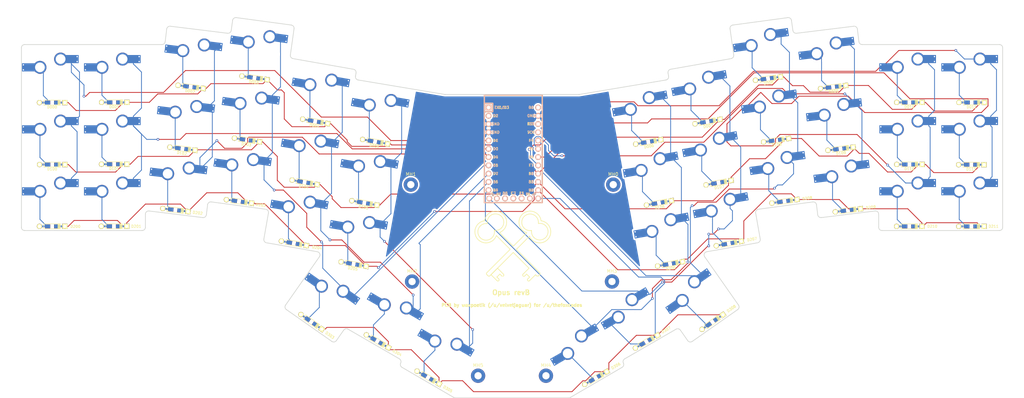
<source format=kicad_pcb>
(kicad_pcb (version 20171130) (host pcbnew "(5.0.0)")
  (layers (0 F.Cu signal) (31 B.Cu signal) (34 B.Paste user) (35 F.Paste user) (36 B.SilkS user) (37 F.SilkS user) (38 B.Mask user) (39 F.Mask user) (44 Edge.Cuts user))
  (net 0 "")
  (net 1 row0)
  (net 2 "Net-(D000-Pad2)")
  (net 3 "Net-(D001-Pad2)")
  (net 4 "Net-(D002-Pad2)")
  (net 5 "Net-(D003-Pad2)")
  (net 6 "Net-(D004-Pad2)")
  (net 7 "Net-(D005-Pad2)")
  (net 8 "Net-(D006-Pad2)")
  (net 9 "Net-(D007-Pad2)")
  (net 10 "Net-(D008-Pad2)")
  (net 11 "Net-(D009-Pad2)")
  (net 12 "Net-(D010-Pad2)")
  (net 13 "Net-(D011-Pad2)")
  (net 14 "Net-(D100-Pad2)")
  (net 15 row1)
  (net 16 "Net-(D101-Pad2)")
  (net 17 "Net-(D102-Pad2)")
  (net 18 "Net-(D103-Pad2)")
  (net 19 "Net-(D104-Pad2)")
  (net 20 "Net-(D105-Pad2)")
  (net 21 "Net-(D106-Pad2)")
  (net 22 "Net-(D107-Pad2)")
  (net 23 "Net-(D108-Pad2)")
  (net 24 "Net-(D109-Pad2)")
  (net 25 "Net-(D110-Pad2)")
  (net 26 "Net-(D111-Pad2)")
  (net 27 row2)
  (net 28 "Net-(D200-Pad2)")
  (net 29 "Net-(D201-Pad2)")
  (net 30 "Net-(D202-Pad2)")
  (net 31 "Net-(D203-Pad2)")
  (net 32 "Net-(D204-Pad2)")
  (net 33 "Net-(D205-Pad2)")
  (net 34 "Net-(D206-Pad2)")
  (net 35 "Net-(D207-Pad2)")
  (net 36 "Net-(D208-Pad2)")
  (net 37 "Net-(D209-Pad2)")
  (net 38 "Net-(D210-Pad2)")
  (net 39 "Net-(D211-Pad2)")
  (net 40 "Net-(D303-Pad2)")
  (net 41 row3)
  (net 42 "Net-(D304-Pad2)")
  (net 43 "Net-(D305-Pad2)")
  (net 44 "Net-(D306-Pad2)")
  (net 45 "Net-(D307-Pad2)")
  (net 46 "Net-(D308-Pad2)")
  (net 47 col0)
  (net 48 col1)
  (net 49 col2)
  (net 50 col3)
  (net 51 col4)
  (net 52 col5)
  (net 53 col6)
  (net 54 col7)
  (net 55 col8)
  (net 56 col9)
  (net 57 col10)
  (net 58 col11)
  (net 59 "Net-(U0-Pad1)")
  (net 60 "Net-(U0-Pad2)")
  (net 61 GND)
  (net 62 "Net-(U0-Pad21)")
  (net 63 "Net-(U0-Pad22)")
  (net 64 "Net-(U0-Pad24)")
  (net 65 "Net-(MH5-Pad1)")
  (net 66 "Net-(MH4-Pad1)")
  (net 67 "Net-(MH3-Pad1)")
  (net 68 "Net-(MH2-Pad1)")
  (net 69 "Net-(MH1-Pad1)")
  (net 70 "Net-(MH0-Pad1)")
  (module MountingHole:MountingHole_2.2mm_M2_Pad (layer F.Cu) (at 346.36 157.96)
    (fp_text reference MH0 (at 0 -3.2) (layer F.SilkS))
    (fp_text value MountingHole_Pad)
    (pad 1 thru_hole circle (at 0 0) (size 4.4 4.4) (drill 2.2) (layers *.Cu *.Mask) (net 70 "Net-(MH0-Pad1)"))
  )
  (module MountingHole:MountingHole_2.2mm_M2_Pad (layer F.Cu) (at 284.15 157.96)
    (fp_text reference MH1 (at 0 -3.2) (layer F.SilkS))
    (fp_text value MountingHole_Pad)
    (pad 1 thru_hole circle (at 0 0) (size 4.4 4.4) (drill 2.2) (layers *.Cu *.Mask) (net 69 "Net-(MH1-Pad1)"))
  )
  (module MountingHole:MountingHole_2.2mm_M2_Pad (layer F.Cu) (at 284.54 187.75)
    (fp_text reference MH2 (at 0 -3.2) (layer F.SilkS))
    (fp_text value MountingHole_Pad)
    (pad 1 thru_hole circle (at 0 0) (size 4.4 4.4) (drill 2.2) (layers *.Cu *.Mask) (net 68 "Net-(MH2-Pad1)"))
  )
  (module MountingHole:MountingHole_2.2mm_M2_Pad (layer F.Cu) (at 345.97 187.73)
    (fp_text reference MH3 (at 0 -3.2) (layer F.SilkS))
    (fp_text value MountingHole_Pad)
    (pad 1 thru_hole circle (at 0 0) (size 4.4 4.4) (drill 2.2) (layers *.Cu *.Mask) (net 67 "Net-(MH3-Pad1)"))
  )
  (module MountingHole:MountingHole_2.2mm_M2_Pad (layer F.Cu) (at 325.68 216.69)
    (fp_text reference MH4 (at 0 -3.2) (layer F.SilkS))
    (fp_text value MountingHole_Pad)
    (pad 1 thru_hole circle (at 0 0) (size 4.4 4.4) (drill 2.2) (layers *.Cu *.Mask) (net 66 "Net-(MH4-Pad1)"))
  )
  (module MountingHole:MountingHole_2.2mm_M2_Pad (layer F.Cu) (at 304.82 216.69)
    (fp_text reference MH5 (at 0 -3.2) (layer F.SilkS))
    (fp_text value MountingHole_Pad)
    (pad 1 thru_hole circle (at 0 0) (size 4.4 4.4) (drill 2.2) (layers *.Cu *.Mask) (net 65 "Net-(MH5-Pad1)"))
  )
  (module MX_Only:MXOnly-1U-Hotswap-Antishear (layer F.Cu) (at 258.36372 193.43624 325)
    (fp_text reference K303)
    (fp_text value KEYSW)
    (pad 2 smd rect (at 5.842 -5.08 325) (size 4.5 2.5) (layers B.Cu) (net 50 col3))
    (pad 1 smd rect (at -7.085 -2.54 325) (size 4.5 2.5) (layers B.Cu) (net 40 "Net-(D303-Pad2)"))
    (pad 2 thru_hole circle (at 7.62 -4.318 325) (size 0.8 0.8) (drill 0.4) (layers *.Cu) (net 50 col3))
    (pad 1 thru_hole circle (at -8.89 -1.778 325) (size 0.8 0.8) (drill 0.4) (layers *.Cu) (net 40 "Net-(D303-Pad2)"))
    (pad 2 thru_hole circle (at 7.62 -5.842 325) (size 0.8 0.8) (drill 0.4) (layers *.Cu) (net 50 col3))
    (pad 1 thru_hole circle (at -8.89 -3.302001 325) (size 0.8 0.8) (drill 0.4) (layers *.Cu) (net 40 "Net-(D303-Pad2)"))
    (pad "" np_thru_hole circle (at 5.08 0 13.0996) (size 1.75 1.75) (drill 1.75) (layers *.Cu *.Mask))
    (pad "" np_thru_hole circle (at -5.08 0 13.0996) (size 1.75 1.75) (drill 1.75) (layers *.Cu *.Mask))
    (pad 1 thru_hole circle (at -3.81 -2.54 325) (size 4 4) (drill 3) (layers *.Cu) (net 40 "Net-(D303-Pad2)"))
    (pad "" np_thru_hole circle (at 0 0 325) (size 3.9878 3.9878) (drill 3.9878) (layers *.Cu *.Mask))
    (pad 2 thru_hole circle (at 2.54 -5.08 325) (size 4 4) (drill 3) (layers *.Cu) (net 50 col3))
  )
  (module MX_Only:MXOnly-1U-Hotswap-Antishear (layer F.Cu) (at 278.04872 198.99376 330)
    (fp_text reference K304)
    (fp_text value KEYSW)
    (pad 2 thru_hole circle (at 2.54 -5.08 330) (size 4 4) (drill 3) (layers *.Cu) (net 51 col4))
    (pad "" np_thru_hole circle (at 0 0 330) (size 3.9878 3.9878) (drill 3.9878) (layers *.Cu *.Mask))
    (pad 1 thru_hole circle (at -3.81 -2.54 330) (size 4 4) (drill 3) (layers *.Cu) (net 42 "Net-(D304-Pad2)"))
    (pad "" np_thru_hole circle (at -5.08 0 18.0996) (size 1.75 1.75) (drill 1.75) (layers *.Cu *.Mask))
    (pad "" np_thru_hole circle (at 5.08 0 18.0996) (size 1.75 1.75) (drill 1.75) (layers *.Cu *.Mask))
    (pad 1 thru_hole circle (at -8.89 -3.302 330) (size 0.8 0.8) (drill 0.4) (layers *.Cu) (net 42 "Net-(D304-Pad2)"))
    (pad 2 thru_hole circle (at 7.620001 -5.842 330) (size 0.8 0.8) (drill 0.4) (layers *.Cu) (net 51 col4))
    (pad 1 thru_hole circle (at -8.89 -1.778 330) (size 0.8 0.8) (drill 0.4) (layers *.Cu) (net 42 "Net-(D304-Pad2)"))
    (pad 2 thru_hole circle (at 7.62 -4.318 330) (size 0.8 0.8) (drill 0.4) (layers *.Cu) (net 51 col4))
    (pad 1 smd rect (at -7.085 -2.54 330) (size 4.5 2.5) (layers B.Cu) (net 42 "Net-(D304-Pad2)"))
    (pad 2 smd rect (at 5.842 -5.08 330) (size 4.5 2.5) (layers B.Cu) (net 51 col4))
  )
  (module Keebio-Parts:Diode-dual (layer F.Cu) (at 416.20694 146.94154 7)
    (fp_text reference D109 (at -0.0254 1.4 7) (layer F.SilkS) (effects (font (size 0.8 0.8))))
    (fp_text value 1N4148 hide)
    (pad 1 smd rect (at 2.7 0 7) (size 2.5 0.5) (layers F.Cu) (net 15 row1))
    (pad 2 smd rect (at -2.7 0 7) (size 2.5 0.5) (layers F.Cu) (net 24 "Net-(D109-Pad2)"))
    (pad 1 thru_hole rect (at 3.9 0 7) (size 1.6 1.6) (drill 1) (layers *.Cu *.Mask F.SilkS) (net 15 row1))
    (pad 2 thru_hole circle (at -3.9 0 7) (size 1.6 1.6) (drill 1) (layers *.Cu *.Mask F.SilkS) (net 24 "Net-(D109-Pad2)"))
    (pad 2 smd rect (at -1.4 0 7) (size 1.6 1.2) (layers F.Cu F.Paste F.Mask) (net 24 "Net-(D109-Pad2)"))
    (pad 1 smd rect (at 1.4 0 7) (size 1.6 1.2) (layers F.Cu F.Paste F.Mask) (net 15 row1))
    (pad 1 smd rect (at 2.7 0 7) (size 2.5 0.5) (layers B.Cu) (net 15 row1))
    (pad 1 smd rect (at 1.4 0 7) (size 1.6 1.2) (layers B.Cu B.Paste B.Mask) (net 15 row1))
    (pad 2 smd rect (at -1.4 0 7) (size 1.6 1.2) (layers B.Cu B.Paste B.Mask) (net 24 "Net-(D109-Pad2)"))
    (pad 2 smd rect (at -2.7 0 7) (size 2.5 0.5) (layers B.Cu) (net 24 "Net-(D109-Pad2)"))
  )
  (module Keebio-Parts:Diode-dual (layer F.Cu) (at 437.388 151.74976)
    (fp_text reference D110 (at -0.0254 1.4) (layer F.SilkS) (effects (font (size 0.8 0.8))))
    (fp_text value 1N4148 hide)
    (pad 2 smd rect (at -2.7 0) (size 2.5 0.5) (layers B.Cu) (net 25 "Net-(D110-Pad2)"))
    (pad 2 smd rect (at -1.4 0) (size 1.6 1.2) (layers B.Cu B.Paste B.Mask) (net 25 "Net-(D110-Pad2)"))
    (pad 1 smd rect (at 1.4 0) (size 1.6 1.2) (layers B.Cu B.Paste B.Mask) (net 15 row1))
    (pad 1 smd rect (at 2.7 0) (size 2.5 0.5) (layers B.Cu) (net 15 row1))
    (pad 1 smd rect (at 1.4 0) (size 1.6 1.2) (layers F.Cu F.Paste F.Mask) (net 15 row1))
    (pad 2 smd rect (at -1.4 0) (size 1.6 1.2) (layers F.Cu F.Paste F.Mask) (net 25 "Net-(D110-Pad2)"))
    (pad 2 thru_hole circle (at -3.9 0) (size 1.6 1.6) (drill 1) (layers *.Cu *.Mask F.SilkS) (net 25 "Net-(D110-Pad2)"))
    (pad 1 thru_hole rect (at 3.9 0) (size 1.6 1.6) (drill 1) (layers *.Cu *.Mask F.SilkS) (net 15 row1))
    (pad 2 smd rect (at -2.7 0) (size 2.5 0.5) (layers F.Cu) (net 25 "Net-(D110-Pad2)"))
    (pad 1 smd rect (at 2.7 0) (size 2.5 0.5) (layers F.Cu) (net 15 row1))
  )
  (module Keebio-Parts:Diode-dual (layer F.Cu) (at 456.39736 151.83612)
    (fp_text reference D111 (at -0.0254 1.4) (layer F.SilkS) (effects (font (size 0.8 0.8))))
    (fp_text value 1N4148 hide)
    (pad 1 smd rect (at 2.7 0) (size 2.5 0.5) (layers F.Cu) (net 15 row1))
    (pad 2 smd rect (at -2.7 0) (size 2.5 0.5) (layers F.Cu) (net 26 "Net-(D111-Pad2)"))
    (pad 1 thru_hole rect (at 3.9 0) (size 1.6 1.6) (drill 1) (layers *.Cu *.Mask F.SilkS) (net 15 row1))
    (pad 2 thru_hole circle (at -3.9 0) (size 1.6 1.6) (drill 1) (layers *.Cu *.Mask F.SilkS) (net 26 "Net-(D111-Pad2)"))
    (pad 2 smd rect (at -1.4 0) (size 1.6 1.2) (layers F.Cu F.Paste F.Mask) (net 26 "Net-(D111-Pad2)"))
    (pad 1 smd rect (at 1.4 0) (size 1.6 1.2) (layers F.Cu F.Paste F.Mask) (net 15 row1))
    (pad 1 smd rect (at 2.7 0) (size 2.5 0.5) (layers B.Cu) (net 15 row1))
    (pad 1 smd rect (at 1.4 0) (size 1.6 1.2) (layers B.Cu B.Paste B.Mask) (net 15 row1))
    (pad 2 smd rect (at -1.4 0) (size 1.6 1.2) (layers B.Cu B.Paste B.Mask) (net 26 "Net-(D111-Pad2)"))
    (pad 2 smd rect (at -2.7 0) (size 2.5 0.5) (layers B.Cu) (net 26 "Net-(D111-Pad2)"))
  )
  (module Keebio-Parts:Diode-dual (layer F.Cu) (at 173.92904 170.77944)
    (fp_text reference D200 (at 7.15264 0.05588) (layer F.SilkS) (effects (font (size 0.8 0.8))))
    (fp_text value 1N4148 hide)
    (pad 2 smd rect (at -2.7 0) (size 2.5 0.5) (layers B.Cu) (net 28 "Net-(D200-Pad2)"))
    (pad 2 smd rect (at -1.4 0) (size 1.6 1.2) (layers B.Cu B.Paste B.Mask) (net 28 "Net-(D200-Pad2)"))
    (pad 1 smd rect (at 1.4 0) (size 1.6 1.2) (layers B.Cu B.Paste B.Mask) (net 27 row2))
    (pad 1 smd rect (at 2.7 0) (size 2.5 0.5) (layers B.Cu) (net 27 row2))
    (pad 1 smd rect (at 1.4 0) (size 1.6 1.2) (layers F.Cu F.Paste F.Mask) (net 27 row2))
    (pad 2 smd rect (at -1.4 0) (size 1.6 1.2) (layers F.Cu F.Paste F.Mask) (net 28 "Net-(D200-Pad2)"))
    (pad 2 thru_hole circle (at -3.9 0) (size 1.6 1.6) (drill 1) (layers *.Cu *.Mask F.SilkS) (net 28 "Net-(D200-Pad2)"))
    (pad 1 thru_hole rect (at 3.9 0) (size 1.6 1.6) (drill 1) (layers *.Cu *.Mask F.SilkS) (net 27 row2))
    (pad 2 smd rect (at -2.7 0) (size 2.5 0.5) (layers F.Cu) (net 28 "Net-(D200-Pad2)"))
    (pad 1 smd rect (at 2.7 0) (size 2.5 0.5) (layers F.Cu) (net 27 row2))
  )
  (module Keebio-Parts:Diode-dual (layer F.Cu) (at 192.93332 170.7642)
    (fp_text reference D201 (at 6.82752 0.02032) (layer F.SilkS) (effects (font (size 0.8 0.8))))
    (fp_text value 1N4148 hide)
    (pad 1 smd rect (at 2.7 0) (size 2.5 0.5) (layers F.Cu) (net 27 row2))
    (pad 2 smd rect (at -2.7 0) (size 2.5 0.5) (layers F.Cu) (net 29 "Net-(D201-Pad2)"))
    (pad 1 thru_hole rect (at 3.9 0) (size 1.6 1.6) (drill 1) (layers *.Cu *.Mask F.SilkS) (net 27 row2))
    (pad 2 thru_hole circle (at -3.9 0) (size 1.6 1.6) (drill 1) (layers *.Cu *.Mask F.SilkS) (net 29 "Net-(D201-Pad2)"))
    (pad 2 smd rect (at -1.4 0) (size 1.6 1.2) (layers F.Cu F.Paste F.Mask) (net 29 "Net-(D201-Pad2)"))
    (pad 1 smd rect (at 1.4 0) (size 1.6 1.2) (layers F.Cu F.Paste F.Mask) (net 27 row2))
    (pad 1 smd rect (at 2.7 0) (size 2.5 0.5) (layers B.Cu) (net 27 row2))
    (pad 1 smd rect (at 1.4 0) (size 1.6 1.2) (layers B.Cu B.Paste B.Mask) (net 27 row2))
    (pad 2 smd rect (at -1.4 0) (size 1.6 1.2) (layers B.Cu B.Paste B.Mask) (net 29 "Net-(D201-Pad2)"))
    (pad 2 smd rect (at -2.7 0) (size 2.5 0.5) (layers B.Cu) (net 29 "Net-(D201-Pad2)"))
  )
  (module Keebio-Parts:Diode-dual (layer F.Cu) (at 211.80298 165.7604 353)
    (fp_text reference D202 (at 6.905449 0.050353 353) (layer F.SilkS) (effects (font (size 0.8 0.8))))
    (fp_text value 1N4148 hide)
    (pad 2 smd rect (at -2.7 0 353) (size 2.5 0.5) (layers B.Cu) (net 30 "Net-(D202-Pad2)"))
    (pad 2 smd rect (at -1.4 0 353) (size 1.6 1.2) (layers B.Cu B.Paste B.Mask) (net 30 "Net-(D202-Pad2)"))
    (pad 1 smd rect (at 1.4 0 353) (size 1.6 1.2) (layers B.Cu B.Paste B.Mask) (net 27 row2))
    (pad 1 smd rect (at 2.7 0 353) (size 2.5 0.5) (layers B.Cu) (net 27 row2))
    (pad 1 smd rect (at 1.4 0 353) (size 1.6 1.2) (layers F.Cu F.Paste F.Mask) (net 27 row2))
    (pad 2 smd rect (at -1.4 0 353) (size 1.6 1.2) (layers F.Cu F.Paste F.Mask) (net 30 "Net-(D202-Pad2)"))
    (pad 2 thru_hole circle (at -3.9 0 353) (size 1.6 1.6) (drill 1) (layers *.Cu *.Mask F.SilkS) (net 30 "Net-(D202-Pad2)"))
    (pad 1 thru_hole rect (at 3.9 0 353) (size 1.6 1.6) (drill 1) (layers *.Cu *.Mask F.SilkS) (net 27 row2))
    (pad 2 smd rect (at -2.7 0 353) (size 2.5 0.5) (layers F.Cu) (net 30 "Net-(D202-Pad2)"))
    (pad 1 smd rect (at 2.7 0 353) (size 2.5 0.5) (layers F.Cu) (net 27 row2))
  )
  (module Keebio-Parts:Diode-dual (layer F.Cu) (at 231.34828 163.12388 352)
    (fp_text reference D203 (at 6.812822 0.148019 352) (layer F.SilkS) (effects (font (size 0.8 0.8))))
    (fp_text value 1N4148 hide)
    (pad 1 smd rect (at 2.7 0 352) (size 2.5 0.5) (layers F.Cu) (net 27 row2))
    (pad 2 smd rect (at -2.7 0 352) (size 2.5 0.5) (layers F.Cu) (net 31 "Net-(D203-Pad2)"))
    (pad 1 thru_hole rect (at 3.9 0 352) (size 1.6 1.6) (drill 1) (layers *.Cu *.Mask F.SilkS) (net 27 row2))
    (pad 2 thru_hole circle (at -3.9 0 352) (size 1.6 1.6) (drill 1) (layers *.Cu *.Mask F.SilkS) (net 31 "Net-(D203-Pad2)"))
    (pad 2 smd rect (at -1.4 0 352) (size 1.6 1.2) (layers F.Cu F.Paste F.Mask) (net 31 "Net-(D203-Pad2)"))
    (pad 1 smd rect (at 1.4 0 352) (size 1.6 1.2) (layers F.Cu F.Paste F.Mask) (net 27 row2))
    (pad 1 smd rect (at 2.7 0 352) (size 2.5 0.5) (layers B.Cu) (net 27 row2))
    (pad 1 smd rect (at 1.4 0 352) (size 1.6 1.2) (layers B.Cu B.Paste B.Mask) (net 27 row2))
    (pad 2 smd rect (at -1.4 0 352) (size 1.6 1.2) (layers B.Cu B.Paste B.Mask) (net 31 "Net-(D203-Pad2)"))
    (pad 2 smd rect (at -2.7 0 352) (size 2.5 0.5) (layers B.Cu) (net 31 "Net-(D203-Pad2)"))
  )
  (module Keebio-Parts:Diode-dual (layer F.Cu) (at 248.21896 176.00168 350)
    (fp_text reference D204 (at 7.241253 0.066926 350) (layer F.SilkS) (effects (font (size 0.8 0.8))))
    (fp_text value 1N4148 hide)
    (pad 2 smd rect (at -2.7 0 350) (size 2.5 0.5) (layers B.Cu) (net 32 "Net-(D204-Pad2)"))
    (pad 2 smd rect (at -1.4 0 350) (size 1.6 1.2) (layers B.Cu B.Paste B.Mask) (net 32 "Net-(D204-Pad2)"))
    (pad 1 smd rect (at 1.4 0 350) (size 1.6 1.2) (layers B.Cu B.Paste B.Mask) (net 27 row2))
    (pad 1 smd rect (at 2.7 0 350) (size 2.5 0.5) (layers B.Cu) (net 27 row2))
    (pad 1 smd rect (at 1.4 0 350) (size 1.6 1.2) (layers F.Cu F.Paste F.Mask) (net 27 row2))
    (pad 2 smd rect (at -1.4 0 350) (size 1.6 1.2) (layers F.Cu F.Paste F.Mask) (net 32 "Net-(D204-Pad2)"))
    (pad 2 thru_hole circle (at -3.9 0 350) (size 1.6 1.6) (drill 1) (layers *.Cu *.Mask F.SilkS) (net 32 "Net-(D204-Pad2)"))
    (pad 1 thru_hole rect (at 3.9 0 350) (size 1.6 1.6) (drill 1) (layers *.Cu *.Mask F.SilkS) (net 27 row2))
    (pad 2 smd rect (at -2.7 0 350) (size 2.5 0.5) (layers F.Cu) (net 32 "Net-(D204-Pad2)"))
    (pad 1 smd rect (at 2.7 0 350) (size 2.5 0.5) (layers F.Cu) (net 27 row2))
  )
  (module Keebio-Parts:Diode-dual (layer F.Cu) (at 266.573 182.37708 350)
    (fp_text reference D205 (at -0.0254 1.4 350) (layer F.SilkS) (effects (font (size 0.8 0.8))))
    (fp_text value 1N4148 hide)
    (pad 1 smd rect (at 2.7 0 350) (size 2.5 0.5) (layers F.Cu) (net 27 row2))
    (pad 2 smd rect (at -2.7 0 350) (size 2.5 0.5) (layers F.Cu) (net 33 "Net-(D205-Pad2)"))
    (pad 1 thru_hole rect (at 3.9 0 350) (size 1.6 1.6) (drill 1) (layers *.Cu *.Mask F.SilkS) (net 27 row2))
    (pad 2 thru_hole circle (at -3.9 0 350) (size 1.6 1.6) (drill 1) (layers *.Cu *.Mask F.SilkS) (net 33 "Net-(D205-Pad2)"))
    (pad 2 smd rect (at -1.4 0 350) (size 1.6 1.2) (layers F.Cu F.Paste F.Mask) (net 33 "Net-(D205-Pad2)"))
    (pad 1 smd rect (at 1.4 0 350) (size 1.6 1.2) (layers F.Cu F.Paste F.Mask) (net 27 row2))
    (pad 1 smd rect (at 2.7 0 350) (size 2.5 0.5) (layers B.Cu) (net 27 row2))
    (pad 1 smd rect (at 1.4 0 350) (size 1.6 1.2) (layers B.Cu B.Paste B.Mask) (net 27 row2))
    (pad 2 smd rect (at -1.4 0 350) (size 1.6 1.2) (layers B.Cu B.Paste B.Mask) (net 33 "Net-(D205-Pad2)"))
    (pad 2 smd rect (at -2.7 0 350) (size 2.5 0.5) (layers B.Cu) (net 33 "Net-(D205-Pad2)"))
  )
  (module Keebio-Parts:Diode-dual (layer F.Cu) (at 376.84964 200.1901 35)
    (fp_text reference D308 (at 7.129827 -0.037087 35) (layer F.SilkS) (effects (font (size 0.8 0.8))))
    (fp_text value 1N4148 hide)
    (pad 2 smd rect (at -2.7 -0.000001 35) (size 2.5 0.5) (layers B.Cu) (net 46 "Net-(D308-Pad2)"))
    (pad 2 smd rect (at -1.4 0 35) (size 1.6 1.2) (layers B.Cu B.Paste B.Mask) (net 46 "Net-(D308-Pad2)"))
    (pad 1 smd rect (at 1.4 0 35) (size 1.6 1.2) (layers B.Cu B.Paste B.Mask) (net 41 row3))
    (pad 1 smd rect (at 2.7 0.000001 35) (size 2.5 0.5) (layers B.Cu) (net 41 row3))
    (pad 1 smd rect (at 1.4 0 35) (size 1.6 1.2) (layers F.Cu F.Paste F.Mask) (net 41 row3))
    (pad 2 smd rect (at -1.4 0 35) (size 1.6 1.2) (layers F.Cu F.Paste F.Mask) (net 46 "Net-(D308-Pad2)"))
    (pad 2 thru_hole circle (at -3.9 0 35) (size 1.6 1.6) (drill 1) (layers *.Cu *.Mask F.SilkS) (net 46 "Net-(D308-Pad2)"))
    (pad 1 thru_hole rect (at 3.9 0 35) (size 1.6 1.6) (drill 1) (layers *.Cu *.Mask F.SilkS) (net 41 row3))
    (pad 2 smd rect (at -2.7 -0.000001 35) (size 2.5 0.5) (layers F.Cu) (net 46 "Net-(D308-Pad2)"))
    (pad 1 smd rect (at 2.7 0.000001 35) (size 2.5 0.5) (layers F.Cu) (net 41 row3))
  )
  (module Keebio-Parts:Diode-dual (layer F.Cu) (at 381.8763 176.05756 10)
    (fp_text reference D207 (at 7.23802 -0.033967 10) (layer F.SilkS) (effects (font (size 0.8 0.8))))
    (fp_text value 1N4148 hide)
    (pad 1 smd rect (at 2.7 0 10) (size 2.5 0.5) (layers F.Cu) (net 27 row2))
    (pad 2 smd rect (at -2.7 0 10) (size 2.5 0.5) (layers F.Cu) (net 35 "Net-(D207-Pad2)"))
    (pad 1 thru_hole rect (at 3.9 0 10) (size 1.6 1.6) (drill 1) (layers *.Cu *.Mask F.SilkS) (net 27 row2))
    (pad 2 thru_hole circle (at -3.9 0 10) (size 1.6 1.6) (drill 1) (layers *.Cu *.Mask F.SilkS) (net 35 "Net-(D207-Pad2)"))
    (pad 2 smd rect (at -1.4 0 10) (size 1.6 1.2) (layers F.Cu F.Paste F.Mask) (net 35 "Net-(D207-Pad2)"))
    (pad 1 smd rect (at 1.4 0 10) (size 1.6 1.2) (layers F.Cu F.Paste F.Mask) (net 27 row2))
    (pad 1 smd rect (at 2.7 0 10) (size 2.5 0.5) (layers B.Cu) (net 27 row2))
    (pad 1 smd rect (at 1.4 0 10) (size 1.6 1.2) (layers B.Cu B.Paste B.Mask) (net 27 row2))
    (pad 2 smd rect (at -1.4 0 10) (size 1.6 1.2) (layers B.Cu B.Paste B.Mask) (net 35 "Net-(D207-Pad2)"))
    (pad 2 smd rect (at -2.7 0 10) (size 2.5 0.5) (layers B.Cu) (net 35 "Net-(D207-Pad2)"))
  )
  (module Keebio-Parts:Diode-dual (layer F.Cu) (at 398.98574 163.08324 8)
    (fp_text reference D208 (at 7.046091 0.072007 8) (layer F.SilkS) (effects (font (size 0.8 0.8))))
    (fp_text value 1N4148 hide)
    (pad 2 smd rect (at -2.7 0 8) (size 2.5 0.5) (layers B.Cu) (net 36 "Net-(D208-Pad2)"))
    (pad 2 smd rect (at -1.4 0 8) (size 1.6 1.2) (layers B.Cu B.Paste B.Mask) (net 36 "Net-(D208-Pad2)"))
    (pad 1 smd rect (at 1.4 0 8) (size 1.6 1.2) (layers B.Cu B.Paste B.Mask) (net 27 row2))
    (pad 1 smd rect (at 2.7 0 8) (size 2.5 0.5) (layers B.Cu) (net 27 row2))
    (pad 1 smd rect (at 1.4 0 8) (size 1.6 1.2) (layers F.Cu F.Paste F.Mask) (net 27 row2))
    (pad 2 smd rect (at -1.4 0 8) (size 1.6 1.2) (layers F.Cu F.Paste F.Mask) (net 36 "Net-(D208-Pad2)"))
    (pad 2 thru_hole circle (at -3.9 0 8) (size 1.6 1.6) (drill 1) (layers *.Cu *.Mask F.SilkS) (net 36 "Net-(D208-Pad2)"))
    (pad 1 thru_hole rect (at 3.9 0 8) (size 1.6 1.6) (drill 1) (layers *.Cu *.Mask F.SilkS) (net 27 row2))
    (pad 2 smd rect (at -2.7 0 8) (size 2.5 0.5) (layers F.Cu) (net 36 "Net-(D208-Pad2)"))
    (pad 1 smd rect (at 2.7 0 8) (size 2.5 0.5) (layers F.Cu) (net 27 row2))
  )
  (module Keebio-Parts:Diode-dual (layer F.Cu) (at 418.47516 165.8493 7)
    (fp_text reference D209 (at 7.085064 -0.033417 7) (layer F.SilkS) (effects (font (size 0.8 0.8))))
    (fp_text value 1N4148 hide)
    (pad 1 smd rect (at 2.7 0 7) (size 2.5 0.5) (layers F.Cu) (net 27 row2))
    (pad 2 smd rect (at -2.7 0 7) (size 2.5 0.5) (layers F.Cu) (net 37 "Net-(D209-Pad2)"))
    (pad 1 thru_hole rect (at 3.9 0 7) (size 1.6 1.6) (drill 1) (layers *.Cu *.Mask F.SilkS) (net 27 row2))
    (pad 2 thru_hole circle (at -3.9 0 7) (size 1.6 1.6) (drill 1) (layers *.Cu *.Mask F.SilkS) (net 37 "Net-(D209-Pad2)"))
    (pad 2 smd rect (at -1.4 0 7) (size 1.6 1.2) (layers F.Cu F.Paste F.Mask) (net 37 "Net-(D209-Pad2)"))
    (pad 1 smd rect (at 1.4 0 7) (size 1.6 1.2) (layers F.Cu F.Paste F.Mask) (net 27 row2))
    (pad 1 smd rect (at 2.7 0 7) (size 2.5 0.5) (layers B.Cu) (net 27 row2))
    (pad 1 smd rect (at 1.4 0 7) (size 1.6 1.2) (layers B.Cu B.Paste B.Mask) (net 27 row2))
    (pad 2 smd rect (at -1.4 0 7) (size 1.6 1.2) (layers B.Cu B.Paste B.Mask) (net 37 "Net-(D209-Pad2)"))
    (pad 2 smd rect (at -2.7 0 7) (size 2.5 0.5) (layers B.Cu) (net 37 "Net-(D209-Pad2)"))
  )
  (module Keebio-Parts:Diode-dual (layer F.Cu) (at 437.32704 170.7896)
    (fp_text reference D210 (at 7.08152 -0.03048) (layer F.SilkS) (effects (font (size 0.8 0.8))))
    (fp_text value 1N4148 hide)
    (pad 2 smd rect (at -2.7 0) (size 2.5 0.5) (layers B.Cu) (net 38 "Net-(D210-Pad2)"))
    (pad 2 smd rect (at -1.4 0) (size 1.6 1.2) (layers B.Cu B.Paste B.Mask) (net 38 "Net-(D210-Pad2)"))
    (pad 1 smd rect (at 1.4 0) (size 1.6 1.2) (layers B.Cu B.Paste B.Mask) (net 27 row2))
    (pad 1 smd rect (at 2.7 0) (size 2.5 0.5) (layers B.Cu) (net 27 row2))
    (pad 1 smd rect (at 1.4 0) (size 1.6 1.2) (layers F.Cu F.Paste F.Mask) (net 27 row2))
    (pad 2 smd rect (at -1.4 0) (size 1.6 1.2) (layers F.Cu F.Paste F.Mask) (net 38 "Net-(D210-Pad2)"))
    (pad 2 thru_hole circle (at -3.9 0) (size 1.6 1.6) (drill 1) (layers *.Cu *.Mask F.SilkS) (net 38 "Net-(D210-Pad2)"))
    (pad 1 thru_hole rect (at 3.9 0) (size 1.6 1.6) (drill 1) (layers *.Cu *.Mask F.SilkS) (net 27 row2))
    (pad 2 smd rect (at -2.7 0) (size 2.5 0.5) (layers F.Cu) (net 38 "Net-(D210-Pad2)"))
    (pad 1 smd rect (at 2.7 0) (size 2.5 0.5) (layers F.Cu) (net 27 row2))
  )
  (module Keebio-Parts:Diode-dual (layer F.Cu) (at 456.42784 170.7896)
    (fp_text reference D211 (at 6.79196 0) (layer F.SilkS) (effects (font (size 0.8 0.8))))
    (fp_text value 1N4148 hide)
    (pad 1 smd rect (at 2.7 0) (size 2.5 0.5) (layers F.Cu) (net 27 row2))
    (pad 2 smd rect (at -2.7 0) (size 2.5 0.5) (layers F.Cu) (net 39 "Net-(D211-Pad2)"))
    (pad 1 thru_hole rect (at 3.9 0) (size 1.6 1.6) (drill 1) (layers *.Cu *.Mask F.SilkS) (net 27 row2))
    (pad 2 thru_hole circle (at -3.9 0) (size 1.6 1.6) (drill 1) (layers *.Cu *.Mask F.SilkS) (net 39 "Net-(D211-Pad2)"))
    (pad 2 smd rect (at -1.4 0) (size 1.6 1.2) (layers F.Cu F.Paste F.Mask) (net 39 "Net-(D211-Pad2)"))
    (pad 1 smd rect (at 1.4 0) (size 1.6 1.2) (layers F.Cu F.Paste F.Mask) (net 27 row2))
    (pad 1 smd rect (at 2.7 0) (size 2.5 0.5) (layers B.Cu) (net 27 row2))
    (pad 1 smd rect (at 1.4 0) (size 1.6 1.2) (layers B.Cu B.Paste B.Mask) (net 27 row2))
    (pad 2 smd rect (at -1.4 0) (size 1.6 1.2) (layers B.Cu B.Paste B.Mask) (net 39 "Net-(D211-Pad2)"))
    (pad 2 smd rect (at -2.7 0) (size 2.5 0.5) (layers B.Cu) (net 39 "Net-(D211-Pad2)"))
  )
  (module Keebio-Parts:Diode-dual (layer F.Cu) (at 253.57836 200.11644 325)
    (fp_text reference D303 (at 7.020385 0.11992 325) (layer F.SilkS) (effects (font (size 0.8 0.8))))
    (fp_text value 1N4148 hide)
    (pad 2 smd rect (at -2.7 0.000001 325) (size 2.5 0.5) (layers B.Cu) (net 40 "Net-(D303-Pad2)"))
    (pad 2 smd rect (at -1.4 0 325) (size 1.6 1.2) (layers B.Cu B.Paste B.Mask) (net 40 "Net-(D303-Pad2)"))
    (pad 1 smd rect (at 1.4 0 325) (size 1.6 1.2) (layers B.Cu B.Paste B.Mask) (net 41 row3))
    (pad 1 smd rect (at 2.7 -0.000001 325) (size 2.5 0.5) (layers B.Cu) (net 41 row3))
    (pad 1 smd rect (at 1.4 0 325) (size 1.6 1.2) (layers F.Cu F.Paste F.Mask) (net 41 row3))
    (pad 2 smd rect (at -1.4 0 325) (size 1.6 1.2) (layers F.Cu F.Paste F.Mask) (net 40 "Net-(D303-Pad2)"))
    (pad 2 thru_hole circle (at -3.9 0 325) (size 1.6 1.6) (drill 1) (layers *.Cu *.Mask F.SilkS) (net 40 "Net-(D303-Pad2)"))
    (pad 1 thru_hole rect (at 3.9 0 325) (size 1.6 1.6) (drill 1) (layers *.Cu *.Mask F.SilkS) (net 41 row3))
    (pad 2 smd rect (at -2.7 0.000001 325) (size 2.5 0.5) (layers F.Cu) (net 40 "Net-(D303-Pad2)"))
    (pad 1 smd rect (at 2.7 -0.000001 325) (size 2.5 0.5) (layers F.Cu) (net 41 row3))
  )
  (module Keebio-Parts:Diode-dual (layer F.Cu) (at 273.87804 206.08544 330)
    (fp_text reference D304 (at 7.014567 0.059186 330) (layer F.SilkS) (effects (font (size 0.8 0.8))))
    (fp_text value 1N4148 hide)
    (pad 1 smd rect (at 2.7 0 330) (size 2.5 0.5) (layers F.Cu) (net 41 row3))
    (pad 2 smd rect (at -2.7 0 330) (size 2.5 0.5) (layers F.Cu) (net 42 "Net-(D304-Pad2)"))
    (pad 1 thru_hole rect (at 3.9 0 330) (size 1.6 1.6) (drill 1) (layers *.Cu *.Mask F.SilkS) (net 41 row3))
    (pad 2 thru_hole circle (at -3.9 0 330) (size 1.6 1.6) (drill 1) (layers *.Cu *.Mask F.SilkS) (net 42 "Net-(D304-Pad2)"))
    (pad 2 smd rect (at -1.4 0 330) (size 1.6 1.2) (layers F.Cu F.Paste F.Mask) (net 42 "Net-(D304-Pad2)"))
    (pad 1 smd rect (at 1.4 0 330) (size 1.6 1.2) (layers F.Cu F.Paste F.Mask) (net 41 row3))
    (pad 1 smd rect (at 2.7 0 330) (size 2.5 0.5) (layers B.Cu) (net 41 row3))
    (pad 1 smd rect (at 1.4 0 330) (size 1.6 1.2) (layers B.Cu B.Paste B.Mask) (net 41 row3))
    (pad 2 smd rect (at -1.4 0 330) (size 1.6 1.2) (layers B.Cu B.Paste B.Mask) (net 42 "Net-(D304-Pad2)"))
    (pad 2 smd rect (at -2.7 0 330) (size 2.5 0.5) (layers B.Cu) (net 42 "Net-(D304-Pad2)"))
  )
  (module Keebio-Parts:Diode-dual (layer F.Cu) (at 289.45586 217.2335 330)
    (fp_text reference D305 (at 7.012276 0.039978 330) (layer F.SilkS) (effects (font (size 0.8 0.8))))
    (fp_text value 1N4148 hide)
    (pad 2 smd rect (at -2.7 0 330) (size 2.5 0.5) (layers B.Cu) (net 43 "Net-(D305-Pad2)"))
    (pad 2 smd rect (at -1.4 0 330) (size 1.6 1.2) (layers B.Cu B.Paste B.Mask) (net 43 "Net-(D305-Pad2)"))
    (pad 1 smd rect (at 1.4 0 330) (size 1.6 1.2) (layers B.Cu B.Paste B.Mask) (net 41 row3))
    (pad 1 smd rect (at 2.7 0 330) (size 2.5 0.5) (layers B.Cu) (net 41 row3))
    (pad 1 smd rect (at 1.4 0 330) (size 1.6 1.2) (layers F.Cu F.Paste F.Mask) (net 41 row3))
    (pad 2 smd rect (at -1.4 0 330) (size 1.6 1.2) (layers F.Cu F.Paste F.Mask) (net 43 "Net-(D305-Pad2)"))
    (pad 2 thru_hole circle (at -3.9 0 330) (size 1.6 1.6) (drill 1) (layers *.Cu *.Mask F.SilkS) (net 43 "Net-(D305-Pad2)"))
    (pad 1 thru_hole rect (at 3.9 0 330) (size 1.6 1.6) (drill 1) (layers *.Cu *.Mask F.SilkS) (net 41 row3))
    (pad 2 smd rect (at -2.7 0 330) (size 2.5 0.5) (layers F.Cu) (net 43 "Net-(D305-Pad2)"))
    (pad 1 smd rect (at 2.7 0 330) (size 2.5 0.5) (layers F.Cu) (net 41 row3))
  )
  (module Keebio-Parts:Diode-dual (layer F.Cu) (at 340.96706 217.39352 30)
    (fp_text reference D306 (at 7.21581 -0.113109 30) (layer F.SilkS) (effects (font (size 0.8 0.8))))
    (fp_text value 1N4148 hide)
    (pad 1 smd rect (at 2.7 0 30) (size 2.5 0.5) (layers F.Cu) (net 41 row3))
    (pad 2 smd rect (at -2.7 0 30) (size 2.5 0.5) (layers F.Cu) (net 44 "Net-(D306-Pad2)"))
    (pad 1 thru_hole rect (at 3.9 0 30) (size 1.6 1.6) (drill 1) (layers *.Cu *.Mask F.SilkS) (net 41 row3))
    (pad 2 thru_hole circle (at -3.9 0 30) (size 1.6 1.6) (drill 1) (layers *.Cu *.Mask F.SilkS) (net 44 "Net-(D306-Pad2)"))
    (pad 2 smd rect (at -1.4 0 30) (size 1.6 1.2) (layers F.Cu F.Paste F.Mask) (net 44 "Net-(D306-Pad2)"))
    (pad 1 smd rect (at 1.4 0 30) (size 1.6 1.2) (layers F.Cu F.Paste F.Mask) (net 41 row3))
    (pad 1 smd rect (at 2.7 0 30) (size 2.5 0.5) (layers B.Cu) (net 41 row3))
    (pad 1 smd rect (at 1.4 0 30) (size 1.6 1.2) (layers B.Cu B.Paste B.Mask) (net 41 row3))
    (pad 2 smd rect (at -1.4 0 30) (size 1.6 1.2) (layers B.Cu B.Paste B.Mask) (net 44 "Net-(D306-Pad2)"))
    (pad 2 smd rect (at -2.7 0 30) (size 2.5 0.5) (layers B.Cu) (net 44 "Net-(D306-Pad2)"))
  )
  (module Keebio-Parts:Diode-dual (layer F.Cu) (at 356.5525 206.21752 30)
    (fp_text reference D307 (at 7.045296 -0.09717 30) (layer F.SilkS) (effects (font (size 0.8 0.8))))
    (fp_text value 1N4148 hide)
    (pad 2 smd rect (at -2.7 0 30) (size 2.5 0.5) (layers B.Cu) (net 45 "Net-(D307-Pad2)"))
    (pad 2 smd rect (at -1.4 0 30) (size 1.6 1.2) (layers B.Cu B.Paste B.Mask) (net 45 "Net-(D307-Pad2)"))
    (pad 1 smd rect (at 1.4 0 30) (size 1.6 1.2) (layers B.Cu B.Paste B.Mask) (net 41 row3))
    (pad 1 smd rect (at 2.7 0 30) (size 2.5 0.5) (layers B.Cu) (net 41 row3))
    (pad 1 smd rect (at 1.4 0 30) (size 1.6 1.2) (layers F.Cu F.Paste F.Mask) (net 41 row3))
    (pad 2 smd rect (at -1.4 0 30) (size 1.6 1.2) (layers F.Cu F.Paste F.Mask) (net 45 "Net-(D307-Pad2)"))
    (pad 2 thru_hole circle (at -3.9 0 30) (size 1.6 1.6) (drill 1) (layers *.Cu *.Mask F.SilkS) (net 45 "Net-(D307-Pad2)"))
    (pad 1 thru_hole rect (at 3.9 0 30) (size 1.6 1.6) (drill 1) (layers *.Cu *.Mask F.SilkS) (net 41 row3))
    (pad 2 smd rect (at -2.7 0 30) (size 2.5 0.5) (layers F.Cu) (net 45 "Net-(D307-Pad2)"))
    (pad 1 smd rect (at 2.7 0 30) (size 2.5 0.5) (layers F.Cu) (net 41 row3))
  )
  (module Keebio-Parts:Diode-dual (layer F.Cu) (at 363.81944 182.31104 10)
    (fp_text reference D206 (at -0.0254 1.4 10) (layer F.SilkS) (effects (font (size 0.8 0.8))))
    (fp_text value 1N4148 hide)
    (pad 1 smd rect (at 2.7 0 10) (size 2.5 0.5) (layers F.Cu) (net 27 row2))
    (pad 2 smd rect (at -2.7 0 10) (size 2.5 0.5) (layers F.Cu) (net 34 "Net-(D206-Pad2)"))
    (pad 1 thru_hole rect (at 3.9 0 10) (size 1.6 1.6) (drill 1) (layers *.Cu *.Mask F.SilkS) (net 27 row2))
    (pad 2 thru_hole circle (at -3.9 0 10) (size 1.6 1.6) (drill 1) (layers *.Cu *.Mask F.SilkS) (net 34 "Net-(D206-Pad2)"))
    (pad 2 smd rect (at -1.4 0 10) (size 1.6 1.2) (layers F.Cu F.Paste F.Mask) (net 34 "Net-(D206-Pad2)"))
    (pad 1 smd rect (at 1.4 0 10) (size 1.6 1.2) (layers F.Cu F.Paste F.Mask) (net 27 row2))
    (pad 1 smd rect (at 2.7 0 10) (size 2.5 0.5) (layers B.Cu) (net 27 row2))
    (pad 1 smd rect (at 1.4 0 10) (size 1.6 1.2) (layers B.Cu B.Paste B.Mask) (net 27 row2))
    (pad 2 smd rect (at -1.4 0 10) (size 1.6 1.2) (layers B.Cu B.Paste B.Mask) (net 34 "Net-(D206-Pad2)"))
    (pad 2 smd rect (at -2.7 0 10) (size 2.5 0.5) (layers B.Cu) (net 34 "Net-(D206-Pad2)"))
  )
  (module Keebio-Parts:Diode-dual (layer F.Cu) (at 173.92904 132.75056)
    (fp_text reference D000 (at -0.0254 1.4) (layer F.SilkS) (effects (font (size 0.8 0.8))))
    (fp_text value 1N4148 hide)
    (pad 2 smd rect (at -2.7 0) (size 2.5 0.5) (layers B.Cu) (net 2 "Net-(D000-Pad2)"))
    (pad 2 smd rect (at -1.4 0) (size 1.6 1.2) (layers B.Cu B.Paste B.Mask) (net 2 "Net-(D000-Pad2)"))
    (pad 1 smd rect (at 1.4 0) (size 1.6 1.2) (layers B.Cu B.Paste B.Mask) (net 1 row0))
    (pad 1 smd rect (at 2.7 0) (size 2.5 0.5) (layers B.Cu) (net 1 row0))
    (pad 1 smd rect (at 1.4 0) (size 1.6 1.2) (layers F.Cu F.Paste F.Mask) (net 1 row0))
    (pad 2 smd rect (at -1.4 0) (size 1.6 1.2) (layers F.Cu F.Paste F.Mask) (net 2 "Net-(D000-Pad2)"))
    (pad 2 thru_hole circle (at -3.9 0) (size 1.6 1.6) (drill 1) (layers *.Cu *.Mask F.SilkS) (net 2 "Net-(D000-Pad2)"))
    (pad 1 thru_hole rect (at 3.9 0) (size 1.6 1.6) (drill 1) (layers *.Cu *.Mask F.SilkS) (net 1 row0))
    (pad 2 smd rect (at -2.7 0) (size 2.5 0.5) (layers F.Cu) (net 2 "Net-(D000-Pad2)"))
    (pad 1 smd rect (at 2.7 0) (size 2.5 0.5) (layers F.Cu) (net 1 row0))
  )
  (module Keebio-Parts:Diode-dual (layer F.Cu) (at 193.01968 132.67436)
    (fp_text reference D001 (at -0.0254 1.4) (layer F.SilkS) (effects (font (size 0.8 0.8))))
    (fp_text value 1N4148 hide)
    (pad 1 smd rect (at 2.7 0) (size 2.5 0.5) (layers F.Cu) (net 1 row0))
    (pad 2 smd rect (at -2.7 0) (size 2.5 0.5) (layers F.Cu) (net 3 "Net-(D001-Pad2)"))
    (pad 1 thru_hole rect (at 3.9 0) (size 1.6 1.6) (drill 1) (layers *.Cu *.Mask F.SilkS) (net 1 row0))
    (pad 2 thru_hole circle (at -3.9 0) (size 1.6 1.6) (drill 1) (layers *.Cu *.Mask F.SilkS) (net 3 "Net-(D001-Pad2)"))
    (pad 2 smd rect (at -1.4 0) (size 1.6 1.2) (layers F.Cu F.Paste F.Mask) (net 3 "Net-(D001-Pad2)"))
    (pad 1 smd rect (at 1.4 0) (size 1.6 1.2) (layers F.Cu F.Paste F.Mask) (net 1 row0))
    (pad 1 smd rect (at 2.7 0) (size 2.5 0.5) (layers B.Cu) (net 1 row0))
    (pad 1 smd rect (at 1.4 0) (size 1.6 1.2) (layers B.Cu B.Paste B.Mask) (net 1 row0))
    (pad 2 smd rect (at -1.4 0) (size 1.6 1.2) (layers B.Cu B.Paste B.Mask) (net 3 "Net-(D001-Pad2)"))
    (pad 2 smd rect (at -2.7 0) (size 2.5 0.5) (layers B.Cu) (net 3 "Net-(D001-Pad2)"))
  )
  (module Keebio-Parts:Diode-dual (layer F.Cu) (at 216.497085 127.917377 353)
    (fp_text reference D002 (at -0.0254 1.4 353) (layer F.SilkS) (effects (font (size 0.8 0.8))))
    (fp_text value 1N4148 hide)
    (pad 2 smd rect (at -2.7 0 353) (size 2.5 0.5) (layers B.Cu) (net 4 "Net-(D002-Pad2)"))
    (pad 2 smd rect (at -1.4 0 353) (size 1.6 1.2) (layers B.Cu B.Paste B.Mask) (net 4 "Net-(D002-Pad2)"))
    (pad 1 smd rect (at 1.4 0 353) (size 1.6 1.2) (layers B.Cu B.Paste B.Mask) (net 1 row0))
    (pad 1 smd rect (at 2.7 0 353) (size 2.5 0.5) (layers B.Cu) (net 1 row0))
    (pad 1 smd rect (at 1.4 0 353) (size 1.6 1.2) (layers F.Cu F.Paste F.Mask) (net 1 row0))
    (pad 2 smd rect (at -1.4 0 353) (size 1.6 1.2) (layers F.Cu F.Paste F.Mask) (net 4 "Net-(D002-Pad2)"))
    (pad 2 thru_hole circle (at -3.9 0 353) (size 1.6 1.6) (drill 1) (layers *.Cu *.Mask F.SilkS) (net 4 "Net-(D002-Pad2)"))
    (pad 1 thru_hole rect (at 3.9 0 353) (size 1.6 1.6) (drill 1) (layers *.Cu *.Mask F.SilkS) (net 1 row0))
    (pad 2 smd rect (at -2.7 0 353) (size 2.5 0.5) (layers F.Cu) (net 4 "Net-(D002-Pad2)"))
    (pad 1 smd rect (at 2.7 0 353) (size 2.5 0.5) (layers F.Cu) (net 1 row0))
  )
  (module Keebio-Parts:Diode-dual (layer F.Cu) (at 236.11332 125.14326 352)
    (fp_text reference D003 (at -0.0254 1.4 352) (layer F.SilkS) (effects (font (size 0.8 0.8))))
    (fp_text value 1N4148 hide)
    (pad 1 smd rect (at 2.7 0 352) (size 2.5 0.5) (layers F.Cu) (net 1 row0))
    (pad 2 smd rect (at -2.7 0 352) (size 2.5 0.5) (layers F.Cu) (net 5 "Net-(D003-Pad2)"))
    (pad 1 thru_hole rect (at 3.9 0 352) (size 1.6 1.6) (drill 1) (layers *.Cu *.Mask F.SilkS) (net 1 row0))
    (pad 2 thru_hole circle (at -3.9 0 352) (size 1.6 1.6) (drill 1) (layers *.Cu *.Mask F.SilkS) (net 5 "Net-(D003-Pad2)"))
    (pad 2 smd rect (at -1.4 0 352) (size 1.6 1.2) (layers F.Cu F.Paste F.Mask) (net 5 "Net-(D003-Pad2)"))
    (pad 1 smd rect (at 1.4 0 352) (size 1.6 1.2) (layers F.Cu F.Paste F.Mask) (net 1 row0))
    (pad 1 smd rect (at 2.7 0 352) (size 2.5 0.5) (layers B.Cu) (net 1 row0))
    (pad 1 smd rect (at 1.4 0 352) (size 1.6 1.2) (layers B.Cu B.Paste B.Mask) (net 1 row0))
    (pad 2 smd rect (at -1.4 0 352) (size 1.6 1.2) (layers B.Cu B.Paste B.Mask) (net 5 "Net-(D003-Pad2)"))
    (pad 2 smd rect (at -2.7 0 352) (size 2.5 0.5) (layers B.Cu) (net 5 "Net-(D003-Pad2)"))
  )
  (module Keebio-Parts:Diode-dual (layer F.Cu) (at 254.76454 138.52144 350)
    (fp_text reference D004 (at -0.0254 1.4 350) (layer F.SilkS) (effects (font (size 0.8 0.8))))
    (fp_text value 1N4148 hide)
    (pad 2 smd rect (at -2.7 0 350) (size 2.5 0.5) (layers B.Cu) (net 6 "Net-(D004-Pad2)"))
    (pad 2 smd rect (at -1.4 0 350) (size 1.6 1.2) (layers B.Cu B.Paste B.Mask) (net 6 "Net-(D004-Pad2)"))
    (pad 1 smd rect (at 1.4 0 350) (size 1.6 1.2) (layers B.Cu B.Paste B.Mask) (net 1 row0))
    (pad 1 smd rect (at 2.7 0 350) (size 2.5 0.5) (layers B.Cu) (net 1 row0))
    (pad 1 smd rect (at 1.4 0 350) (size 1.6 1.2) (layers F.Cu F.Paste F.Mask) (net 1 row0))
    (pad 2 smd rect (at -1.4 0 350) (size 1.6 1.2) (layers F.Cu F.Paste F.Mask) (net 6 "Net-(D004-Pad2)"))
    (pad 2 thru_hole circle (at -3.9 0 350) (size 1.6 1.6) (drill 1) (layers *.Cu *.Mask F.SilkS) (net 6 "Net-(D004-Pad2)"))
    (pad 1 thru_hole rect (at 3.9 0 350) (size 1.6 1.6) (drill 1) (layers *.Cu *.Mask F.SilkS) (net 1 row0))
    (pad 2 smd rect (at -2.7 0 350) (size 2.5 0.5) (layers F.Cu) (net 6 "Net-(D004-Pad2)"))
    (pad 1 smd rect (at 2.7 0 350) (size 2.5 0.5) (layers F.Cu) (net 1 row0))
  )
  (module Keebio-Parts:Diode-dual (layer F.Cu) (at 273.17192 144.75714 350)
    (fp_text reference D005 (at -0.0254 1.4 350) (layer F.SilkS) (effects (font (size 0.8 0.8))))
    (fp_text value 1N4148 hide)
    (pad 1 smd rect (at 2.7 0 350) (size 2.5 0.5) (layers F.Cu) (net 1 row0))
    (pad 2 smd rect (at -2.7 0 350) (size 2.5 0.5) (layers F.Cu) (net 7 "Net-(D005-Pad2)"))
    (pad 1 thru_hole rect (at 3.9 0 350) (size 1.6 1.6) (drill 1) (layers *.Cu *.Mask F.SilkS) (net 1 row0))
    (pad 2 thru_hole circle (at -3.9 0 350) (size 1.6 1.6) (drill 1) (layers *.Cu *.Mask F.SilkS) (net 7 "Net-(D005-Pad2)"))
    (pad 2 smd rect (at -1.4 0 350) (size 1.6 1.2) (layers F.Cu F.Paste F.Mask) (net 7 "Net-(D005-Pad2)"))
    (pad 1 smd rect (at 1.4 0 350) (size 1.6 1.2) (layers F.Cu F.Paste F.Mask) (net 1 row0))
    (pad 1 smd rect (at 2.7 0 350) (size 2.5 0.5) (layers B.Cu) (net 1 row0))
    (pad 1 smd rect (at 1.4 0 350) (size 1.6 1.2) (layers B.Cu B.Paste B.Mask) (net 1 row0))
    (pad 2 smd rect (at -1.4 0 350) (size 1.6 1.2) (layers B.Cu B.Paste B.Mask) (net 7 "Net-(D005-Pad2)"))
    (pad 2 smd rect (at -2.7 0 350) (size 2.5 0.5) (layers B.Cu) (net 7 "Net-(D005-Pad2)"))
  )
  (module Keebio-Parts:Diode-dual (layer F.Cu) (at 357.12146 144.82572 10)
    (fp_text reference D006 (at -0.0254 1.4 10) (layer F.SilkS) (effects (font (size 0.8 0.8))))
    (fp_text value 1N4148 hide)
    (pad 2 smd rect (at -2.7 0 10) (size 2.5 0.5) (layers B.Cu) (net 8 "Net-(D006-Pad2)"))
    (pad 2 smd rect (at -1.4 0 10) (size 1.6 1.2) (layers B.Cu B.Paste B.Mask) (net 8 "Net-(D006-Pad2)"))
    (pad 1 smd rect (at 1.4 0 10) (size 1.6 1.2) (layers B.Cu B.Paste B.Mask) (net 1 row0))
    (pad 1 smd rect (at 2.7 0 10) (size 2.5 0.5) (layers B.Cu) (net 1 row0))
    (pad 1 smd rect (at 1.4 0 10) (size 1.6 1.2) (layers F.Cu F.Paste F.Mask) (net 1 row0))
    (pad 2 smd rect (at -1.4 0 10) (size 1.6 1.2) (layers F.Cu F.Paste F.Mask) (net 8 "Net-(D006-Pad2)"))
    (pad 2 thru_hole circle (at -3.9 0 10) (size 1.6 1.6) (drill 1) (layers *.Cu *.Mask F.SilkS) (net 8 "Net-(D006-Pad2)"))
    (pad 1 thru_hole rect (at 3.9 0 10) (size 1.6 1.6) (drill 1) (layers *.Cu *.Mask F.SilkS) (net 1 row0))
    (pad 2 smd rect (at -2.7 0 10) (size 2.5 0.5) (layers F.Cu) (net 8 "Net-(D006-Pad2)"))
    (pad 1 smd rect (at 2.7 0 10) (size 2.5 0.5) (layers F.Cu) (net 1 row0))
  )
  (module Keebio-Parts:Diode-dual (layer F.Cu) (at 375.33326 138.58748 10)
    (fp_text reference D007 (at -0.0254 1.4 10) (layer F.SilkS) (effects (font (size 0.8 0.8))))
    (fp_text value 1N4148 hide)
    (pad 1 smd rect (at 2.7 0 10) (size 2.5 0.5) (layers F.Cu) (net 1 row0))
    (pad 2 smd rect (at -2.7 0 10) (size 2.5 0.5) (layers F.Cu) (net 9 "Net-(D007-Pad2)"))
    (pad 1 thru_hole rect (at 3.9 0 10) (size 1.6 1.6) (drill 1) (layers *.Cu *.Mask F.SilkS) (net 1 row0))
    (pad 2 thru_hole circle (at -3.9 0 10) (size 1.6 1.6) (drill 1) (layers *.Cu *.Mask F.SilkS) (net 9 "Net-(D007-Pad2)"))
    (pad 2 smd rect (at -1.4 0 10) (size 1.6 1.2) (layers F.Cu F.Paste F.Mask) (net 9 "Net-(D007-Pad2)"))
    (pad 1 smd rect (at 1.4 0 10) (size 1.6 1.2) (layers F.Cu F.Paste F.Mask) (net 1 row0))
    (pad 1 smd rect (at 2.7 0 10) (size 2.5 0.5) (layers B.Cu) (net 1 row0))
    (pad 1 smd rect (at 1.4 0 10) (size 1.6 1.2) (layers B.Cu B.Paste B.Mask) (net 1 row0))
    (pad 2 smd rect (at -1.4 0 10) (size 1.6 1.2) (layers B.Cu B.Paste B.Mask) (net 9 "Net-(D007-Pad2)"))
    (pad 2 smd rect (at -2.7 0 10) (size 2.5 0.5) (layers B.Cu) (net 9 "Net-(D007-Pad2)"))
  )
  (module Keebio-Parts:Diode-dual (layer F.Cu) (at 393.93114 125.35408 8)
    (fp_text reference D008 (at -0.0254 1.4 8) (layer F.SilkS) (effects (font (size 0.8 0.8))))
    (fp_text value 1N4148 hide)
    (pad 2 smd rect (at -2.7 0 8) (size 2.5 0.5) (layers B.Cu) (net 10 "Net-(D008-Pad2)"))
    (pad 2 smd rect (at -1.4 0 8) (size 1.6 1.2) (layers B.Cu B.Paste B.Mask) (net 10 "Net-(D008-Pad2)"))
    (pad 1 smd rect (at 1.4 0 8) (size 1.6 1.2) (layers B.Cu B.Paste B.Mask) (net 1 row0))
    (pad 1 smd rect (at 2.7 0 8) (size 2.5 0.5) (layers B.Cu) (net 1 row0))
    (pad 1 smd rect (at 1.4 0 8) (size 1.6 1.2) (layers F.Cu F.Paste F.Mask) (net 1 row0))
    (pad 2 smd rect (at -1.4 0 8) (size 1.6 1.2) (layers F.Cu F.Paste F.Mask) (net 10 "Net-(D008-Pad2)"))
    (pad 2 thru_hole circle (at -3.9 0 8) (size 1.6 1.6) (drill 1) (layers *.Cu *.Mask F.SilkS) (net 10 "Net-(D008-Pad2)"))
    (pad 1 thru_hole rect (at 3.9 0 8) (size 1.6 1.6) (drill 1) (layers *.Cu *.Mask F.SilkS) (net 1 row0))
    (pad 2 smd rect (at -2.7 0 8) (size 2.5 0.5) (layers F.Cu) (net 10 "Net-(D008-Pad2)"))
    (pad 1 smd rect (at 2.7 0 8) (size 2.5 0.5) (layers F.Cu) (net 1 row0))
  )
  (module Keebio-Parts:Diode-dual (layer F.Cu) (at 396.4178 144.3228 8)
    (fp_text reference D108 (at -0.0254 1.4 8) (layer F.SilkS) (effects (font (size 0.8 0.8))))
    (fp_text value 1N4148 hide)
    (pad 1 smd rect (at 2.7 0 8) (size 2.5 0.5) (layers F.Cu) (net 15 row1))
    (pad 2 smd rect (at -2.7 0 8) (size 2.5 0.5) (layers F.Cu) (net 23 "Net-(D108-Pad2)"))
    (pad 1 thru_hole rect (at 3.9 0 8) (size 1.6 1.6) (drill 1) (layers *.Cu *.Mask F.SilkS) (net 15 row1))
    (pad 2 thru_hole circle (at -3.9 0 8) (size 1.6 1.6) (drill 1) (layers *.Cu *.Mask F.SilkS) (net 23 "Net-(D108-Pad2)"))
    (pad 2 smd rect (at -1.4 0 8) (size 1.6 1.2) (layers F.Cu F.Paste F.Mask) (net 23 "Net-(D108-Pad2)"))
    (pad 1 smd rect (at 1.4 0 8) (size 1.6 1.2) (layers F.Cu F.Paste F.Mask) (net 15 row1))
    (pad 1 smd rect (at 2.7 0 8) (size 2.5 0.5) (layers B.Cu) (net 15 row1))
    (pad 1 smd rect (at 1.4 0 8) (size 1.6 1.2) (layers B.Cu B.Paste B.Mask) (net 15 row1))
    (pad 2 smd rect (at -1.4 0 8) (size 1.6 1.2) (layers B.Cu B.Paste B.Mask) (net 23 "Net-(D108-Pad2)"))
    (pad 2 smd rect (at -2.7 0 8) (size 2.5 0.5) (layers B.Cu) (net 23 "Net-(D108-Pad2)"))
  )
  (module Keebio-Parts:Diode-dual (layer F.Cu) (at 437.3626 132.68452)
    (fp_text reference D010 (at -0.0254 1.4) (layer F.SilkS) (effects (font (size 0.8 0.8))))
    (fp_text value 1N4148 hide)
    (pad 2 smd rect (at -2.7 0) (size 2.5 0.5) (layers B.Cu) (net 12 "Net-(D010-Pad2)"))
    (pad 2 smd rect (at -1.4 0) (size 1.6 1.2) (layers B.Cu B.Paste B.Mask) (net 12 "Net-(D010-Pad2)"))
    (pad 1 smd rect (at 1.4 0) (size 1.6 1.2) (layers B.Cu B.Paste B.Mask) (net 1 row0))
    (pad 1 smd rect (at 2.7 0) (size 2.5 0.5) (layers B.Cu) (net 1 row0))
    (pad 1 smd rect (at 1.4 0) (size 1.6 1.2) (layers F.Cu F.Paste F.Mask) (net 1 row0))
    (pad 2 smd rect (at -1.4 0) (size 1.6 1.2) (layers F.Cu F.Paste F.Mask) (net 12 "Net-(D010-Pad2)"))
    (pad 2 thru_hole circle (at -3.9 0) (size 1.6 1.6) (drill 1) (layers *.Cu *.Mask F.SilkS) (net 12 "Net-(D010-Pad2)"))
    (pad 1 thru_hole rect (at 3.9 0) (size 1.6 1.6) (drill 1) (layers *.Cu *.Mask F.SilkS) (net 1 row0))
    (pad 2 smd rect (at -2.7 0) (size 2.5 0.5) (layers F.Cu) (net 12 "Net-(D010-Pad2)"))
    (pad 1 smd rect (at 2.7 0) (size 2.5 0.5) (layers F.Cu) (net 1 row0))
  )
  (module Keebio-Parts:Diode-dual (layer F.Cu) (at 456.5142 132.70484)
    (fp_text reference D011 (at -0.0254 1.4) (layer F.SilkS) (effects (font (size 0.8 0.8))))
    (fp_text value 1N4148 hide)
    (pad 1 smd rect (at 2.7 0) (size 2.5 0.5) (layers F.Cu) (net 1 row0))
    (pad 2 smd rect (at -2.7 0) (size 2.5 0.5) (layers F.Cu) (net 13 "Net-(D011-Pad2)"))
    (pad 1 thru_hole rect (at 3.9 0) (size 1.6 1.6) (drill 1) (layers *.Cu *.Mask F.SilkS) (net 1 row0))
    (pad 2 thru_hole circle (at -3.9 0) (size 1.6 1.6) (drill 1) (layers *.Cu *.Mask F.SilkS) (net 13 "Net-(D011-Pad2)"))
    (pad 2 smd rect (at -1.4 0) (size 1.6 1.2) (layers F.Cu F.Paste F.Mask) (net 13 "Net-(D011-Pad2)"))
    (pad 1 smd rect (at 1.4 0) (size 1.6 1.2) (layers F.Cu F.Paste F.Mask) (net 1 row0))
    (pad 1 smd rect (at 2.7 0) (size 2.5 0.5) (layers B.Cu) (net 1 row0))
    (pad 1 smd rect (at 1.4 0) (size 1.6 1.2) (layers B.Cu B.Paste B.Mask) (net 1 row0))
    (pad 2 smd rect (at -1.4 0) (size 1.6 1.2) (layers B.Cu B.Paste B.Mask) (net 13 "Net-(D011-Pad2)"))
    (pad 2 smd rect (at -2.7 0) (size 2.5 0.5) (layers B.Cu) (net 13 "Net-(D011-Pad2)"))
  )
  (module Keebio-Parts:Diode-dual (layer F.Cu) (at 173.9646 151.7904)
    (fp_text reference D100 (at -0.0254 1.4) (layer F.SilkS) (effects (font (size 0.8 0.8))))
    (fp_text value 1N4148 hide)
    (pad 2 smd rect (at -2.7 0) (size 2.5 0.5) (layers B.Cu) (net 14 "Net-(D100-Pad2)"))
    (pad 2 smd rect (at -1.4 0) (size 1.6 1.2) (layers B.Cu B.Paste B.Mask) (net 14 "Net-(D100-Pad2)"))
    (pad 1 smd rect (at 1.4 0) (size 1.6 1.2) (layers B.Cu B.Paste B.Mask) (net 15 row1))
    (pad 1 smd rect (at 2.7 0) (size 2.5 0.5) (layers B.Cu) (net 15 row1))
    (pad 1 smd rect (at 1.4 0) (size 1.6 1.2) (layers F.Cu F.Paste F.Mask) (net 15 row1))
    (pad 2 smd rect (at -1.4 0) (size 1.6 1.2) (layers F.Cu F.Paste F.Mask) (net 14 "Net-(D100-Pad2)"))
    (pad 2 thru_hole circle (at -3.9 0) (size 1.6 1.6) (drill 1) (layers *.Cu *.Mask F.SilkS) (net 14 "Net-(D100-Pad2)"))
    (pad 1 thru_hole rect (at 3.9 0) (size 1.6 1.6) (drill 1) (layers *.Cu *.Mask F.SilkS) (net 15 row1))
    (pad 2 smd rect (at -2.7 0) (size 2.5 0.5) (layers F.Cu) (net 14 "Net-(D100-Pad2)"))
    (pad 1 smd rect (at 2.7 0) (size 2.5 0.5) (layers F.Cu) (net 15 row1))
  )
  (module Keebio-Parts:Diode-dual (layer F.Cu) (at 192.9892 151.6888)
    (fp_text reference D101 (at -0.0254 1.4) (layer F.SilkS) (effects (font (size 0.8 0.8))))
    (fp_text value 1N4148 hide)
    (pad 1 smd rect (at 2.7 0) (size 2.5 0.5) (layers F.Cu) (net 15 row1))
    (pad 2 smd rect (at -2.7 0) (size 2.5 0.5) (layers F.Cu) (net 16 "Net-(D101-Pad2)"))
    (pad 1 thru_hole rect (at 3.9 0) (size 1.6 1.6) (drill 1) (layers *.Cu *.Mask F.SilkS) (net 15 row1))
    (pad 2 thru_hole circle (at -3.9 0) (size 1.6 1.6) (drill 1) (layers *.Cu *.Mask F.SilkS) (net 16 "Net-(D101-Pad2)"))
    (pad 2 smd rect (at -1.4 0) (size 1.6 1.2) (layers F.Cu F.Paste F.Mask) (net 16 "Net-(D101-Pad2)"))
    (pad 1 smd rect (at 1.4 0) (size 1.6 1.2) (layers F.Cu F.Paste F.Mask) (net 15 row1))
    (pad 1 smd rect (at 2.7 0) (size 2.5 0.5) (layers B.Cu) (net 15 row1))
    (pad 1 smd rect (at 1.4 0) (size 1.6 1.2) (layers B.Cu B.Paste B.Mask) (net 15 row1))
    (pad 2 smd rect (at -1.4 0) (size 1.6 1.2) (layers B.Cu B.Paste B.Mask) (net 16 "Net-(D101-Pad2)"))
    (pad 2 smd rect (at -2.7 0) (size 2.5 0.5) (layers B.Cu) (net 16 "Net-(D101-Pad2)"))
  )
  (module Keebio-Parts:Diode-dual (layer F.Cu) (at 213.98484 146.91868 353)
    (fp_text reference D102 (at -0.0254 1.4 353) (layer F.SilkS) (effects (font (size 0.8 0.8))))
    (fp_text value 1N4148 hide)
    (pad 2 smd rect (at -2.7 0 353) (size 2.5 0.5) (layers B.Cu) (net 17 "Net-(D102-Pad2)"))
    (pad 2 smd rect (at -1.4 0 353) (size 1.6 1.2) (layers B.Cu B.Paste B.Mask) (net 17 "Net-(D102-Pad2)"))
    (pad 1 smd rect (at 1.4 0 353) (size 1.6 1.2) (layers B.Cu B.Paste B.Mask) (net 15 row1))
    (pad 1 smd rect (at 2.7 0 353) (size 2.5 0.5) (layers B.Cu) (net 15 row1))
    (pad 1 smd rect (at 1.4 0 353) (size 1.6 1.2) (layers F.Cu F.Paste F.Mask) (net 15 row1))
    (pad 2 smd rect (at -1.4 0 353) (size 1.6 1.2) (layers F.Cu F.Paste F.Mask) (net 17 "Net-(D102-Pad2)"))
    (pad 2 thru_hole circle (at -3.9 0 353) (size 1.6 1.6) (drill 1) (layers *.Cu *.Mask F.SilkS) (net 17 "Net-(D102-Pad2)"))
    (pad 1 thru_hole rect (at 3.9 0 353) (size 1.6 1.6) (drill 1) (layers *.Cu *.Mask F.SilkS) (net 15 row1))
    (pad 2 smd rect (at -2.7 0 353) (size 2.5 0.5) (layers F.Cu) (net 17 "Net-(D102-Pad2)"))
    (pad 1 smd rect (at 2.7 0 353) (size 2.5 0.5) (layers F.Cu) (net 15 row1))
  )
  (module Keebio-Parts:Diode-dual (layer F.Cu) (at 233.8197 144.2339 352)
    (fp_text reference D103 (at -0.0254 1.4 352) (layer F.SilkS) (effects (font (size 0.8 0.8))))
    (fp_text value 1N4148 hide)
    (pad 1 smd rect (at 2.7 0 352) (size 2.5 0.5) (layers F.Cu) (net 15 row1))
    (pad 2 smd rect (at -2.7 0 352) (size 2.5 0.5) (layers F.Cu) (net 18 "Net-(D103-Pad2)"))
    (pad 1 thru_hole rect (at 3.9 0 352) (size 1.6 1.6) (drill 1) (layers *.Cu *.Mask F.SilkS) (net 15 row1))
    (pad 2 thru_hole circle (at -3.9 0 352) (size 1.6 1.6) (drill 1) (layers *.Cu *.Mask F.SilkS) (net 18 "Net-(D103-Pad2)"))
    (pad 2 smd rect (at -1.4 0 352) (size 1.6 1.2) (layers F.Cu F.Paste F.Mask) (net 18 "Net-(D103-Pad2)"))
    (pad 1 smd rect (at 1.4 0 352) (size 1.6 1.2) (layers F.Cu F.Paste F.Mask) (net 15 row1))
    (pad 1 smd rect (at 2.7 0 352) (size 2.5 0.5) (layers B.Cu) (net 15 row1))
    (pad 1 smd rect (at 1.4 0 352) (size 1.6 1.2) (layers B.Cu B.Paste B.Mask) (net 15 row1))
    (pad 2 smd rect (at -1.4 0 352) (size 1.6 1.2) (layers B.Cu B.Paste B.Mask) (net 18 "Net-(D103-Pad2)"))
    (pad 2 smd rect (at -2.7 0 352) (size 2.5 0.5) (layers B.Cu) (net 18 "Net-(D103-Pad2)"))
  )
  (module Keebio-Parts:Diode-dual (layer F.Cu) (at 251.51334 157.24124 350)
    (fp_text reference D104 (at -0.0254 1.4 350) (layer F.SilkS) (effects (font (size 0.8 0.8))))
    (fp_text value 1N4148 hide)
    (pad 2 smd rect (at -2.7 0 350) (size 2.5 0.5) (layers B.Cu) (net 19 "Net-(D104-Pad2)"))
    (pad 2 smd rect (at -1.4 0 350) (size 1.6 1.2) (layers B.Cu B.Paste B.Mask) (net 19 "Net-(D104-Pad2)"))
    (pad 1 smd rect (at 1.4 0 350) (size 1.6 1.2) (layers B.Cu B.Paste B.Mask) (net 15 row1))
    (pad 1 smd rect (at 2.7 0 350) (size 2.5 0.5) (layers B.Cu) (net 15 row1))
    (pad 1 smd rect (at 1.4 0 350) (size 1.6 1.2) (layers F.Cu F.Paste F.Mask) (net 15 row1))
    (pad 2 smd rect (at -1.4 0 350) (size 1.6 1.2) (layers F.Cu F.Paste F.Mask) (net 19 "Net-(D104-Pad2)"))
    (pad 2 thru_hole circle (at -3.9 0 350) (size 1.6 1.6) (drill 1) (layers *.Cu *.Mask F.SilkS) (net 19 "Net-(D104-Pad2)"))
    (pad 1 thru_hole rect (at 3.9 0 350) (size 1.6 1.6) (drill 1) (layers *.Cu *.Mask F.SilkS) (net 15 row1))
    (pad 2 smd rect (at -2.7 0 350) (size 2.5 0.5) (layers F.Cu) (net 19 "Net-(D104-Pad2)"))
    (pad 1 smd rect (at 2.7 0 350) (size 2.5 0.5) (layers F.Cu) (net 15 row1))
  )
  (module Keebio-Parts:Diode-dual (layer F.Cu) (at 269.86484 163.57346 350)
    (fp_text reference D105 (at -0.0254 1.4 350) (layer F.SilkS) (effects (font (size 0.8 0.8))))
    (fp_text value 1N4148 hide)
    (pad 1 smd rect (at 2.7 0 350) (size 2.5 0.5) (layers F.Cu) (net 15 row1))
    (pad 2 smd rect (at -2.7 0 350) (size 2.5 0.5) (layers F.Cu) (net 20 "Net-(D105-Pad2)"))
    (pad 1 thru_hole rect (at 3.9 0 350) (size 1.6 1.6) (drill 1) (layers *.Cu *.Mask F.SilkS) (net 15 row1))
    (pad 2 thru_hole circle (at -3.9 0 350) (size 1.6 1.6) (drill 1) (layers *.Cu *.Mask F.SilkS) (net 20 "Net-(D105-Pad2)"))
    (pad 2 smd rect (at -1.4 0 350) (size 1.6 1.2) (layers F.Cu F.Paste F.Mask) (net 20 "Net-(D105-Pad2)"))
    (pad 1 smd rect (at 1.4 0 350) (size 1.6 1.2) (layers F.Cu F.Paste F.Mask) (net 15 row1))
    (pad 1 smd rect (at 2.7 0 350) (size 2.5 0.5) (layers B.Cu) (net 15 row1))
    (pad 1 smd rect (at 1.4 0 350) (size 1.6 1.2) (layers B.Cu B.Paste B.Mask) (net 15 row1))
    (pad 2 smd rect (at -1.4 0 350) (size 1.6 1.2) (layers B.Cu B.Paste B.Mask) (net 20 "Net-(D105-Pad2)"))
    (pad 2 smd rect (at -2.7 0 350) (size 2.5 0.5) (layers B.Cu) (net 20 "Net-(D105-Pad2)"))
  )
  (module Keebio-Parts:Diode-dual (layer F.Cu) (at 360.4133 163.576 10)
    (fp_text reference D106 (at -0.0254 1.4 10) (layer F.SilkS) (effects (font (size 0.8 0.8))))
    (fp_text value 1N4148 hide)
    (pad 2 smd rect (at -2.7 0 10) (size 2.5 0.5) (layers B.Cu) (net 21 "Net-(D106-Pad2)"))
    (pad 2 smd rect (at -1.4 0 10) (size 1.6 1.2) (layers B.Cu B.Paste B.Mask) (net 21 "Net-(D106-Pad2)"))
    (pad 1 smd rect (at 1.4 0 10) (size 1.6 1.2) (layers B.Cu B.Paste B.Mask) (net 15 row1))
    (pad 1 smd rect (at 2.7 0 10) (size 2.5 0.5) (layers B.Cu) (net 15 row1))
    (pad 1 smd rect (at 1.4 0 10) (size 1.6 1.2) (layers F.Cu F.Paste F.Mask) (net 15 row1))
    (pad 2 smd rect (at -1.4 0 10) (size 1.6 1.2) (layers F.Cu F.Paste F.Mask) (net 21 "Net-(D106-Pad2)"))
    (pad 2 thru_hole circle (at -3.9 0 10) (size 1.6 1.6) (drill 1) (layers *.Cu *.Mask F.SilkS) (net 21 "Net-(D106-Pad2)"))
    (pad 1 thru_hole rect (at 3.9 0 10) (size 1.6 1.6) (drill 1) (layers *.Cu *.Mask F.SilkS) (net 15 row1))
    (pad 2 smd rect (at -2.7 0 10) (size 2.5 0.5) (layers F.Cu) (net 21 "Net-(D106-Pad2)"))
    (pad 1 smd rect (at 2.7 0 10) (size 2.5 0.5) (layers F.Cu) (net 15 row1))
  )
  (module Keebio-Parts:Diode-dual (layer F.Cu) (at 378.72162 157.37078 10)
    (fp_text reference D107 (at -0.0254 1.4 10) (layer F.SilkS) (effects (font (size 0.8 0.8))))
    (fp_text value 1N4148 hide)
    (pad 1 smd rect (at 2.7 0 10) (size 2.5 0.5) (layers F.Cu) (net 15 row1))
    (pad 2 smd rect (at -2.7 0 10) (size 2.5 0.5) (layers F.Cu) (net 22 "Net-(D107-Pad2)"))
    (pad 1 thru_hole rect (at 3.9 0 10) (size 1.6 1.6) (drill 1) (layers *.Cu *.Mask F.SilkS) (net 15 row1))
    (pad 2 thru_hole circle (at -3.9 0 10) (size 1.6 1.6) (drill 1) (layers *.Cu *.Mask F.SilkS) (net 22 "Net-(D107-Pad2)"))
    (pad 2 smd rect (at -1.4 0 10) (size 1.6 1.2) (layers F.Cu F.Paste F.Mask) (net 22 "Net-(D107-Pad2)"))
    (pad 1 smd rect (at 1.4 0 10) (size 1.6 1.2) (layers F.Cu F.Paste F.Mask) (net 15 row1))
    (pad 1 smd rect (at 2.7 0 10) (size 2.5 0.5) (layers B.Cu) (net 15 row1))
    (pad 1 smd rect (at 1.4 0 10) (size 1.6 1.2) (layers B.Cu B.Paste B.Mask) (net 15 row1))
    (pad 2 smd rect (at -1.4 0 10) (size 1.6 1.2) (layers B.Cu B.Paste B.Mask) (net 22 "Net-(D107-Pad2)"))
    (pad 2 smd rect (at -2.7 0 10) (size 2.5 0.5) (layers B.Cu) (net 22 "Net-(D107-Pad2)"))
  )
  (module Keebio-Parts:Diode-dual (layer F.Cu) (at 413.92602 127.96266 7)
    (fp_text reference D009 (at -0.0254 1.4 7) (layer F.SilkS) (effects (font (size 0.8 0.8))))
    (fp_text value 1N4148 hide)
    (pad 2 smd rect (at -2.7 0 7) (size 2.5 0.5) (layers B.Cu) (net 11 "Net-(D009-Pad2)"))
    (pad 2 smd rect (at -1.4 0 7) (size 1.6 1.2) (layers B.Cu B.Paste B.Mask) (net 11 "Net-(D009-Pad2)"))
    (pad 1 smd rect (at 1.4 0 7) (size 1.6 1.2) (layers B.Cu B.Paste B.Mask) (net 1 row0))
    (pad 1 smd rect (at 2.7 0 7) (size 2.5 0.5) (layers B.Cu) (net 1 row0))
    (pad 1 smd rect (at 1.4 0 7) (size 1.6 1.2) (layers F.Cu F.Paste F.Mask) (net 1 row0))
    (pad 2 smd rect (at -1.4 0 7) (size 1.6 1.2) (layers F.Cu F.Paste F.Mask) (net 11 "Net-(D009-Pad2)"))
    (pad 2 thru_hole circle (at -3.9 0 7) (size 1.6 1.6) (drill 1) (layers *.Cu *.Mask F.SilkS) (net 11 "Net-(D009-Pad2)"))
    (pad 1 thru_hole rect (at 3.9 0 7) (size 1.6 1.6) (drill 1) (layers *.Cu *.Mask F.SilkS) (net 1 row0))
    (pad 2 smd rect (at -2.7 0 7) (size 2.5 0.5) (layers F.Cu) (net 11 "Net-(D009-Pad2)"))
    (pad 1 smd rect (at 2.7 0 7) (size 2.5 0.5) (layers F.Cu) (net 1 row0))
  )
  (module MX_Only:MXOnly-1U-Hotswap-Antishear (layer F.Cu) (at 173.99 124.46)
    (fp_text reference K000)
    (fp_text value KEYSW)
    (pad 2 thru_hole circle (at 2.54 -5.08) (size 4 4) (drill 3) (layers *.Cu) (net 47 col0))
    (pad "" np_thru_hole circle (at 0 0) (size 3.9878 3.9878) (drill 3.9878) (layers *.Cu *.Mask))
    (pad 1 thru_hole circle (at -3.81 -2.54) (size 4 4) (drill 3) (layers *.Cu) (net 2 "Net-(D000-Pad2)"))
    (pad "" np_thru_hole circle (at -5.08 0 48.0996) (size 1.75 1.75) (drill 1.75) (layers *.Cu *.Mask))
    (pad "" np_thru_hole circle (at 5.08 0 48.0996) (size 1.75 1.75) (drill 1.75) (layers *.Cu *.Mask))
    (pad 1 thru_hole circle (at -8.89 -3.302) (size 0.8 0.8) (drill 0.4) (layers *.Cu) (net 2 "Net-(D000-Pad2)"))
    (pad 2 thru_hole circle (at 7.62 -5.842) (size 0.8 0.8) (drill 0.4) (layers *.Cu) (net 47 col0))
    (pad 1 thru_hole circle (at -8.89 -1.778) (size 0.8 0.8) (drill 0.4) (layers *.Cu) (net 2 "Net-(D000-Pad2)"))
    (pad 2 thru_hole circle (at 7.62 -4.318) (size 0.8 0.8) (drill 0.4) (layers *.Cu) (net 47 col0))
    (pad 1 smd rect (at -7.085 -2.54) (size 4.5 2.5) (layers B.Cu) (net 2 "Net-(D000-Pad2)"))
    (pad 2 smd rect (at 5.842 -5.08) (size 4.5 2.5) (layers B.Cu) (net 47 col0))
  )
  (module MX_Only:MXOnly-1U-Hotswap-Antishear (layer F.Cu) (at 193.04 124.46)
    (fp_text reference K001)
    (fp_text value KEYSW)
    (pad 2 smd rect (at 5.842 -5.08) (size 4.5 2.5) (layers B.Cu) (net 48 col1))
    (pad 1 smd rect (at -7.085 -2.54) (size 4.5 2.5) (layers B.Cu) (net 3 "Net-(D001-Pad2)"))
    (pad 2 thru_hole circle (at 7.62 -4.318) (size 0.8 0.8) (drill 0.4) (layers *.Cu) (net 48 col1))
    (pad 1 thru_hole circle (at -8.89 -1.778) (size 0.8 0.8) (drill 0.4) (layers *.Cu) (net 3 "Net-(D001-Pad2)"))
    (pad 2 thru_hole circle (at 7.62 -5.842) (size 0.8 0.8) (drill 0.4) (layers *.Cu) (net 48 col1))
    (pad 1 thru_hole circle (at -8.89 -3.302) (size 0.8 0.8) (drill 0.4) (layers *.Cu) (net 3 "Net-(D001-Pad2)"))
    (pad "" np_thru_hole circle (at 5.08 0 48.0996) (size 1.75 1.75) (drill 1.75) (layers *.Cu *.Mask))
    (pad "" np_thru_hole circle (at -5.08 0 48.0996) (size 1.75 1.75) (drill 1.75) (layers *.Cu *.Mask))
    (pad 1 thru_hole circle (at -3.81 -2.54) (size 4 4) (drill 3) (layers *.Cu) (net 3 "Net-(D001-Pad2)"))
    (pad "" np_thru_hole circle (at 0 0) (size 3.9878 3.9878) (drill 3.9878) (layers *.Cu *.Mask))
    (pad 2 thru_hole circle (at 2.54 -5.08) (size 4 4) (drill 3) (layers *.Cu) (net 48 col1))
  )
  (module MX_Only:MXOnly-1U-Hotswap-Antishear (layer F.Cu) (at 217.551 119.7737 353)
    (fp_text reference K002)
    (fp_text value KEYSW)
    (pad 2 smd rect (at 5.842 -5.08 353) (size 4.5 2.5) (layers B.Cu) (net 49 col2))
    (pad 1 smd rect (at -7.085 -2.540003 353) (size 4.5 2.5) (layers B.Cu) (net 4 "Net-(D002-Pad2)"))
    (pad 2 thru_hole circle (at 7.62 -4.318 353) (size 0.8 0.8) (drill 0.4) (layers *.Cu) (net 49 col2))
    (pad 1 thru_hole circle (at -8.89 -1.778 353) (size 0.8 0.8) (drill 0.4) (layers *.Cu) (net 4 "Net-(D002-Pad2)"))
    (pad 2 thru_hole circle (at 7.62 -5.842 353) (size 0.8 0.8) (drill 0.4) (layers *.Cu) (net 49 col2))
    (pad 1 thru_hole circle (at -8.89 -3.302 353) (size 0.8 0.8) (drill 0.4) (layers *.Cu) (net 4 "Net-(D002-Pad2)"))
    (pad "" np_thru_hole circle (at 5.08 0 41.0996) (size 1.75 1.75) (drill 1.75) (layers *.Cu *.Mask))
    (pad "" np_thru_hole circle (at -5.08 0 41.0996) (size 1.75 1.75) (drill 1.75) (layers *.Cu *.Mask))
    (pad 1 thru_hole circle (at -3.81 -2.54 353) (size 4 4) (drill 3) (layers *.Cu) (net 4 "Net-(D002-Pad2)"))
    (pad "" np_thru_hole circle (at 0 0 353) (size 3.9878 3.9878) (drill 3.9878) (layers *.Cu *.Mask))
    (pad 2 thru_hole circle (at 2.54 -5.08 353) (size 4 4) (drill 3) (layers *.Cu) (net 49 col2))
  )
  (module MX_Only:MXOnly-1U-Hotswap-Antishear (layer F.Cu) (at 237.61446 117.17782 352)
    (fp_text reference K003)
    (fp_text value KEYSW)
    (pad 2 smd rect (at 5.842 -5.08 352) (size 4.5 2.5) (layers B.Cu) (net 50 col3))
    (pad 1 smd rect (at -7.085 -2.54 352) (size 4.5 2.5) (layers B.Cu) (net 5 "Net-(D003-Pad2)"))
    (pad 2 thru_hole circle (at 7.62 -4.317999 352) (size 0.8 0.8) (drill 0.4) (layers *.Cu) (net 50 col3))
    (pad 1 thru_hole circle (at -8.89 -1.778 352) (size 0.8 0.8) (drill 0.4) (layers *.Cu) (net 5 "Net-(D003-Pad2)"))
    (pad 2 thru_hole circle (at 7.62 -5.842 352) (size 0.8 0.8) (drill 0.4) (layers *.Cu) (net 50 col3))
    (pad 1 thru_hole circle (at -8.89 -3.302 352) (size 0.8 0.8) (drill 0.4) (layers *.Cu) (net 5 "Net-(D003-Pad2)"))
    (pad "" np_thru_hole circle (at 5.08 0 40.0996) (size 1.75 1.75) (drill 1.75) (layers *.Cu *.Mask))
    (pad "" np_thru_hole circle (at -5.08 0 40.0996) (size 1.75 1.75) (drill 1.75) (layers *.Cu *.Mask))
    (pad 1 thru_hole circle (at -3.81 -2.54 352) (size 4 4) (drill 3) (layers *.Cu) (net 5 "Net-(D003-Pad2)"))
    (pad "" np_thru_hole circle (at 0 0 352) (size 3.9878 3.9878) (drill 3.9878) (layers *.Cu *.Mask))
    (pad 2 thru_hole circle (at 2.54 -5.08 352) (size 4 4) (drill 3) (layers *.Cu) (net 50 col3))
  )
  (module MX_Only:MXOnly-1U-Hotswap-Antishear (layer F.Cu) (at 256.45364 130.40868 350)
    (fp_text reference K004)
    (fp_text value KEYSW)
    (pad 2 thru_hole circle (at 2.54 -5.08 350) (size 4 4) (drill 3) (layers *.Cu) (net 51 col4))
    (pad "" np_thru_hole circle (at 0 0 350) (size 3.9878 3.9878) (drill 3.9878) (layers *.Cu *.Mask))
    (pad 1 thru_hole circle (at -3.81 -2.54 350) (size 4 4) (drill 3) (layers *.Cu) (net 6 "Net-(D004-Pad2)"))
    (pad "" np_thru_hole circle (at -5.08 0 38.0996) (size 1.75 1.75) (drill 1.75) (layers *.Cu *.Mask))
    (pad "" np_thru_hole circle (at 5.08 0 38.0996) (size 1.75 1.75) (drill 1.75) (layers *.Cu *.Mask))
    (pad 1 thru_hole circle (at -8.89 -3.301999 350) (size 0.8 0.8) (drill 0.4) (layers *.Cu) (net 6 "Net-(D004-Pad2)"))
    (pad 2 thru_hole circle (at 7.62 -5.842 350) (size 0.8 0.8) (drill 0.4) (layers *.Cu) (net 51 col4))
    (pad 1 thru_hole circle (at -8.889997 -1.778 350) (size 0.8 0.8) (drill 0.4) (layers *.Cu) (net 6 "Net-(D004-Pad2)"))
    (pad 2 thru_hole circle (at 7.62 -4.318 350) (size 0.8 0.8) (drill 0.4) (layers *.Cu) (net 51 col4))
    (pad 1 smd rect (at -7.085 -2.54 350) (size 4.5 2.5) (layers B.Cu) (net 6 "Net-(D004-Pad2)"))
    (pad 2 smd rect (at 5.842 -5.08 350) (size 4.5 2.5) (layers B.Cu) (net 51 col4))
  )
  (module MX_Only:MXOnly-1U-Hotswap-Antishear (layer F.Cu) (at 274.70608 136.65708 350)
    (fp_text reference K005)
    (fp_text value KEYSW)
    (pad 2 thru_hole circle (at 2.54 -5.08 350) (size 4 4) (drill 3) (layers *.Cu) (net 52 col5))
    (pad "" np_thru_hole circle (at 0 0 350) (size 3.9878 3.9878) (drill 3.9878) (layers *.Cu *.Mask))
    (pad 1 thru_hole circle (at -3.81 -2.54 350) (size 4 4) (drill 3) (layers *.Cu) (net 7 "Net-(D005-Pad2)"))
    (pad "" np_thru_hole circle (at -5.08 0 38.0996) (size 1.75 1.75) (drill 1.75) (layers *.Cu *.Mask))
    (pad "" np_thru_hole circle (at 5.08 0 38.0996) (size 1.75 1.75) (drill 1.75) (layers *.Cu *.Mask))
    (pad 1 thru_hole circle (at -8.89 -3.301999 350) (size 0.8 0.8) (drill 0.4) (layers *.Cu) (net 7 "Net-(D005-Pad2)"))
    (pad 2 thru_hole circle (at 7.62 -5.842 350) (size 0.8 0.8) (drill 0.4) (layers *.Cu) (net 52 col5))
    (pad 1 thru_hole circle (at -8.889997 -1.778 350) (size 0.8 0.8) (drill 0.4) (layers *.Cu) (net 7 "Net-(D005-Pad2)"))
    (pad 2 thru_hole circle (at 7.62 -4.318 350) (size 0.8 0.8) (drill 0.4) (layers *.Cu) (net 52 col5))
    (pad 1 smd rect (at -7.085 -2.54 350) (size 4.5 2.5) (layers B.Cu) (net 7 "Net-(D005-Pad2)"))
    (pad 2 smd rect (at 5.842 -5.08 350) (size 4.5 2.5) (layers B.Cu) (net 52 col5))
  )
  (module MX_Only:MXOnly-1U-Hotswap-Antishear (layer F.Cu) (at 355.81336 136.66724 10)
    (fp_text reference K006)
    (fp_text value KEYSW)
    (pad 2 smd rect (at 5.842 -5.08 10) (size 4.5 2.5) (layers B.Cu) (net 53 col6))
    (pad 1 smd rect (at -7.085 -2.54 10) (size 4.5 2.5) (layers B.Cu) (net 8 "Net-(D006-Pad2)"))
    (pad 2 thru_hole circle (at 7.62 -4.318 10) (size 0.8 0.8) (drill 0.4) (layers *.Cu) (net 53 col6))
    (pad 1 thru_hole circle (at -8.89 -1.778 10) (size 0.8 0.8) (drill 0.4) (layers *.Cu) (net 8 "Net-(D006-Pad2)"))
    (pad 2 thru_hole circle (at 7.62 -5.842 10) (size 0.8 0.8) (drill 0.4) (layers *.Cu) (net 53 col6))
    (pad 1 thru_hole circle (at -8.89 -3.302 10) (size 0.8 0.8) (drill 0.4) (layers *.Cu) (net 8 "Net-(D006-Pad2)"))
    (pad "" np_thru_hole circle (at 5.08 0 58.0996) (size 1.75 1.75) (drill 1.75) (layers *.Cu *.Mask))
    (pad "" np_thru_hole circle (at -5.08 0 58.0996) (size 1.75 1.75) (drill 1.75) (layers *.Cu *.Mask))
    (pad 1 thru_hole circle (at -3.81 -2.54 10) (size 4 4) (drill 3) (layers *.Cu) (net 8 "Net-(D006-Pad2)"))
    (pad "" np_thru_hole circle (at 0 0 10) (size 3.9878 3.9878) (drill 3.9878) (layers *.Cu *.Mask))
    (pad 2 thru_hole circle (at 2.54 -5.08 10) (size 4 4) (drill 3) (layers *.Cu) (net 53 col6))
  )
  (module MX_Only:MXOnly-1U-Hotswap-Antishear (layer F.Cu) (at 374.04548 130.39344 10)
    (fp_text reference K007)
    (fp_text value KEYSW)
    (pad 2 thru_hole circle (at 2.54 -5.08 10) (size 4 4) (drill 3) (layers *.Cu) (net 54 col7))
    (pad "" np_thru_hole circle (at 0 0 10) (size 3.9878 3.9878) (drill 3.9878) (layers *.Cu *.Mask))
    (pad 1 thru_hole circle (at -3.81 -2.54 10) (size 4 4) (drill 3) (layers *.Cu) (net 9 "Net-(D007-Pad2)"))
    (pad "" np_thru_hole circle (at -5.08 0 58.0996) (size 1.75 1.75) (drill 1.75) (layers *.Cu *.Mask))
    (pad "" np_thru_hole circle (at 5.08 0 58.0996) (size 1.75 1.75) (drill 1.75) (layers *.Cu *.Mask))
    (pad 1 thru_hole circle (at -8.89 -3.302 10) (size 0.8 0.8) (drill 0.4) (layers *.Cu) (net 9 "Net-(D007-Pad2)"))
    (pad 2 thru_hole circle (at 7.62 -5.842 10) (size 0.8 0.8) (drill 0.4) (layers *.Cu) (net 54 col7))
    (pad 1 thru_hole circle (at -8.89 -1.778 10) (size 0.8 0.8) (drill 0.4) (layers *.Cu) (net 9 "Net-(D007-Pad2)"))
    (pad 2 thru_hole circle (at 7.62 -4.318 10) (size 0.8 0.8) (drill 0.4) (layers *.Cu) (net 54 col7))
    (pad 1 smd rect (at -7.085 -2.54 10) (size 4.5 2.5) (layers B.Cu) (net 9 "Net-(D007-Pad2)"))
    (pad 2 smd rect (at 5.842 -5.08 10) (size 4.5 2.5) (layers B.Cu) (net 54 col7))
  )
  (module MX_Only:MXOnly-1U-Hotswap-Antishear (layer F.Cu) (at 392.87704 117.21084 8)
    (fp_text reference K008)
    (fp_text value KEYSW)
    (pad 2 smd rect (at 5.842 -5.08 8) (size 4.5 2.5) (layers B.Cu) (net 55 col8))
    (pad 1 smd rect (at -7.085 -2.54 8) (size 4.5 2.5) (layers B.Cu) (net 10 "Net-(D008-Pad2)"))
    (pad 2 thru_hole circle (at 7.62 -4.318 8) (size 0.8 0.8) (drill 0.4) (layers *.Cu) (net 55 col8))
    (pad 1 thru_hole circle (at -8.89 -1.778 8) (size 0.8 0.8) (drill 0.4) (layers *.Cu) (net 10 "Net-(D008-Pad2)"))
    (pad 2 thru_hole circle (at 7.62 -5.842 8) (size 0.8 0.8) (drill 0.4) (layers *.Cu) (net 55 col8))
    (pad 1 thru_hole circle (at -8.89 -3.302 8) (size 0.8 0.8) (drill 0.4) (layers *.Cu) (net 10 "Net-(D008-Pad2)"))
    (pad "" np_thru_hole circle (at 5.08 0 56.0996) (size 1.75 1.75) (drill 1.75) (layers *.Cu *.Mask))
    (pad "" np_thru_hole circle (at -5.08 0 56.0996) (size 1.75 1.75) (drill 1.75) (layers *.Cu *.Mask))
    (pad 1 thru_hole circle (at -3.81 -2.54 8) (size 4 4) (drill 3) (layers *.Cu) (net 10 "Net-(D008-Pad2)"))
    (pad "" np_thru_hole circle (at 0 0 8) (size 3.9878 3.9878) (drill 3.9878) (layers *.Cu *.Mask))
    (pad 2 thru_hole circle (at 2.54 -5.079997 8) (size 4 4) (drill 3) (layers *.Cu) (net 55 col8))
  )
  (module MX_Only:MXOnly-1U-Hotswap-Antishear (layer F.Cu) (at 412.97352 119.78132 7)
    (fp_text reference K009)
    (fp_text value KEYSW)
    (pad 2 smd rect (at 5.842 -5.08 7) (size 4.5 2.5) (layers B.Cu) (net 56 col9))
    (pad 1 smd rect (at -7.085 -2.54 7) (size 4.5 2.5) (layers B.Cu) (net 11 "Net-(D009-Pad2)"))
    (pad 2 thru_hole circle (at 7.62 -4.318 7) (size 0.8 0.8) (drill 0.4) (layers *.Cu) (net 56 col9))
    (pad 1 thru_hole circle (at -8.89 -1.778 7) (size 0.8 0.8) (drill 0.4) (layers *.Cu) (net 11 "Net-(D009-Pad2)"))
    (pad 2 thru_hole circle (at 7.62 -5.842 7) (size 0.8 0.8) (drill 0.4) (layers *.Cu) (net 56 col9))
    (pad 1 thru_hole circle (at -8.89 -3.302 7) (size 0.8 0.8) (drill 0.4) (layers *.Cu) (net 11 "Net-(D009-Pad2)"))
    (pad "" np_thru_hole circle (at 5.08 0 55.0996) (size 1.75 1.75) (drill 1.75) (layers *.Cu *.Mask))
    (pad "" np_thru_hole circle (at -5.08 0 55.0996) (size 1.75 1.75) (drill 1.75) (layers *.Cu *.Mask))
    (pad 1 thru_hole circle (at -3.81 -2.54 7) (size 4 4) (drill 3) (layers *.Cu) (net 11 "Net-(D009-Pad2)"))
    (pad "" np_thru_hole circle (at 0 0 7) (size 3.9878 3.9878) (drill 3.9878) (layers *.Cu *.Mask))
    (pad 2 thru_hole circle (at 2.54 -5.08 7) (size 4 4) (drill 3) (layers *.Cu) (net 56 col9))
  )
  (module MX_Only:MXOnly-1U-Hotswap-Antishear (layer F.Cu) (at 437.4515 124.4473)
    (fp_text reference K010)
    (fp_text value KEYSW)
    (pad 2 smd rect (at 5.842 -5.08) (size 4.5 2.5) (layers B.Cu) (net 57 col10))
    (pad 1 smd rect (at -7.085 -2.54) (size 4.5 2.5) (layers B.Cu) (net 12 "Net-(D010-Pad2)"))
    (pad 2 thru_hole circle (at 7.62 -4.318) (size 0.8 0.8) (drill 0.4) (layers *.Cu) (net 57 col10))
    (pad 1 thru_hole circle (at -8.89 -1.778) (size 0.8 0.8) (drill 0.4) (layers *.Cu) (net 12 "Net-(D010-Pad2)"))
    (pad 2 thru_hole circle (at 7.62 -5.842) (size 0.8 0.8) (drill 0.4) (layers *.Cu) (net 57 col10))
    (pad 1 thru_hole circle (at -8.89 -3.302) (size 0.8 0.8) (drill 0.4) (layers *.Cu) (net 12 "Net-(D010-Pad2)"))
    (pad "" np_thru_hole circle (at 5.08 0 48.0996) (size 1.75 1.75) (drill 1.75) (layers *.Cu *.Mask))
    (pad "" np_thru_hole circle (at -5.08 0 48.0996) (size 1.75 1.75) (drill 1.75) (layers *.Cu *.Mask))
    (pad 1 thru_hole circle (at -3.81 -2.54) (size 4 4) (drill 3) (layers *.Cu) (net 12 "Net-(D010-Pad2)"))
    (pad "" np_thru_hole circle (at 0 0) (size 3.9878 3.9878) (drill 3.9878) (layers *.Cu *.Mask))
    (pad 2 thru_hole circle (at 2.54 -5.08) (size 4 4) (drill 3) (layers *.Cu) (net 57 col10))
  )
  (module MX_Only:MXOnly-1U-Hotswap-Antishear (layer F.Cu) (at 456.5142 124.4473)
    (fp_text reference K011)
    (fp_text value KEYSW)
    (pad 2 thru_hole circle (at 2.54 -5.08) (size 4 4) (drill 3) (layers *.Cu) (net 58 col11))
    (pad "" np_thru_hole circle (at 0 0) (size 3.9878 3.9878) (drill 3.9878) (layers *.Cu *.Mask))
    (pad 1 thru_hole circle (at -3.81 -2.54) (size 4 4) (drill 3) (layers *.Cu) (net 13 "Net-(D011-Pad2)"))
    (pad "" np_thru_hole circle (at -5.08 0 48.0996) (size 1.75 1.75) (drill 1.75) (layers *.Cu *.Mask))
    (pad "" np_thru_hole circle (at 5.08 0 48.0996) (size 1.75 1.75) (drill 1.75) (layers *.Cu *.Mask))
    (pad 1 thru_hole circle (at -8.89 -3.302) (size 0.8 0.8) (drill 0.4) (layers *.Cu) (net 13 "Net-(D011-Pad2)"))
    (pad 2 thru_hole circle (at 7.62 -5.842) (size 0.8 0.8) (drill 0.4) (layers *.Cu) (net 58 col11))
    (pad 1 thru_hole circle (at -8.89 -1.778) (size 0.8 0.8) (drill 0.4) (layers *.Cu) (net 13 "Net-(D011-Pad2)"))
    (pad 2 thru_hole circle (at 7.62 -4.318) (size 0.8 0.8) (drill 0.4) (layers *.Cu) (net 58 col11))
    (pad 1 smd rect (at -7.085 -2.54) (size 4.5 2.5) (layers B.Cu) (net 13 "Net-(D011-Pad2)"))
    (pad 2 smd rect (at 5.842 -5.08) (size 4.5 2.5) (layers B.Cu) (net 58 col11))
  )
  (module MX_Only:MXOnly-1U-Hotswap-Antishear (layer F.Cu) (at 173.99 143.51)
    (fp_text reference K100)
    (fp_text value KEYSW)
    (pad 2 smd rect (at 5.842 -5.08) (size 4.5 2.5) (layers B.Cu) (net 47 col0))
    (pad 1 smd rect (at -7.085 -2.54) (size 4.5 2.5) (layers B.Cu) (net 14 "Net-(D100-Pad2)"))
    (pad 2 thru_hole circle (at 7.62 -4.318) (size 0.8 0.8) (drill 0.4) (layers *.Cu) (net 47 col0))
    (pad 1 thru_hole circle (at -8.89 -1.778) (size 0.8 0.8) (drill 0.4) (layers *.Cu) (net 14 "Net-(D100-Pad2)"))
    (pad 2 thru_hole circle (at 7.62 -5.842) (size 0.8 0.8) (drill 0.4) (layers *.Cu) (net 47 col0))
    (pad 1 thru_hole circle (at -8.89 -3.302) (size 0.8 0.8) (drill 0.4) (layers *.Cu) (net 14 "Net-(D100-Pad2)"))
    (pad "" np_thru_hole circle (at 5.08 0 48.0996) (size 1.75 1.75) (drill 1.75) (layers *.Cu *.Mask))
    (pad "" np_thru_hole circle (at -5.08 0 48.0996) (size 1.75 1.75) (drill 1.75) (layers *.Cu *.Mask))
    (pad 1 thru_hole circle (at -3.81 -2.54) (size 4 4) (drill 3) (layers *.Cu) (net 14 "Net-(D100-Pad2)"))
    (pad "" np_thru_hole circle (at 0 0) (size 3.9878 3.9878) (drill 3.9878) (layers *.Cu *.Mask))
    (pad 2 thru_hole circle (at 2.54 -5.08) (size 4 4) (drill 3) (layers *.Cu) (net 47 col0))
  )
  (module MX_Only:MXOnly-1U-Hotswap-Antishear (layer F.Cu) (at 193.04 143.51)
    (fp_text reference K101)
    (fp_text value KEYSW)
    (pad 2 smd rect (at 5.842 -5.08) (size 4.5 2.5) (layers B.Cu) (net 48 col1))
    (pad 1 smd rect (at -7.085 -2.54) (size 4.5 2.5) (layers B.Cu) (net 16 "Net-(D101-Pad2)"))
    (pad 2 thru_hole circle (at 7.62 -4.318) (size 0.8 0.8) (drill 0.4) (layers *.Cu) (net 48 col1))
    (pad 1 thru_hole circle (at -8.89 -1.778) (size 0.8 0.8) (drill 0.4) (layers *.Cu) (net 16 "Net-(D101-Pad2)"))
    (pad 2 thru_hole circle (at 7.62 -5.842) (size 0.8 0.8) (drill 0.4) (layers *.Cu) (net 48 col1))
    (pad 1 thru_hole circle (at -8.89 -3.302) (size 0.8 0.8) (drill 0.4) (layers *.Cu) (net 16 "Net-(D101-Pad2)"))
    (pad "" np_thru_hole circle (at 5.08 0 48.0996) (size 1.75 1.75) (drill 1.75) (layers *.Cu *.Mask))
    (pad "" np_thru_hole circle (at -5.08 0 48.0996) (size 1.75 1.75) (drill 1.75) (layers *.Cu *.Mask))
    (pad 1 thru_hole circle (at -3.81 -2.54) (size 4 4) (drill 3) (layers *.Cu) (net 16 "Net-(D101-Pad2)"))
    (pad "" np_thru_hole circle (at 0 0) (size 3.9878 3.9878) (drill 3.9878) (layers *.Cu *.Mask))
    (pad 2 thru_hole circle (at 2.54 -5.08) (size 4 4) (drill 3) (layers *.Cu) (net 48 col1))
  )
  (module MX_Only:MXOnly-1U-Hotswap-Antishear (layer F.Cu) (at 215.22944 138.68908 353)
    (fp_text reference K102)
    (fp_text value KEYSW)
    (pad 2 thru_hole circle (at 2.54 -5.08 353) (size 4 4) (drill 3) (layers *.Cu) (net 49 col2))
    (pad "" np_thru_hole circle (at 0 0 353) (size 3.9878 3.9878) (drill 3.9878) (layers *.Cu *.Mask))
    (pad 1 thru_hole circle (at -3.81 -2.54 353) (size 4 4) (drill 3) (layers *.Cu) (net 17 "Net-(D102-Pad2)"))
    (pad "" np_thru_hole circle (at -5.08 0 41.0996) (size 1.75 1.75) (drill 1.75) (layers *.Cu *.Mask))
    (pad "" np_thru_hole circle (at 5.08 0 41.0996) (size 1.75 1.75) (drill 1.75) (layers *.Cu *.Mask))
    (pad 1 thru_hole circle (at -8.89 -3.302 353) (size 0.8 0.8) (drill 0.4) (layers *.Cu) (net 17 "Net-(D102-Pad2)"))
    (pad 2 thru_hole circle (at 7.62 -5.842 353) (size 0.8 0.8) (drill 0.4) (layers *.Cu) (net 49 col2))
    (pad 1 thru_hole circle (at -8.89 -1.778 353) (size 0.8 0.8) (drill 0.4) (layers *.Cu) (net 17 "Net-(D102-Pad2)"))
    (pad 2 thru_hole circle (at 7.62 -4.318 353) (size 0.8 0.8) (drill 0.4) (layers *.Cu) (net 49 col2))
    (pad 1 smd rect (at -7.085 -2.540003 353) (size 4.5 2.5) (layers B.Cu) (net 17 "Net-(D102-Pad2)"))
    (pad 2 smd rect (at 5.842 -5.08 353) (size 4.5 2.5) (layers B.Cu) (net 49 col2))
  )
  (module MX_Only:MXOnly-1U-Hotswap-Antishear (layer F.Cu) (at 235.09224 136.04748 352)
    (fp_text reference K103)
    (fp_text value KEYSW)
    (pad 2 smd rect (at 5.842 -5.08 352) (size 4.5 2.5) (layers B.Cu) (net 50 col3))
    (pad 1 smd rect (at -7.085 -2.54 352) (size 4.5 2.5) (layers B.Cu) (net 18 "Net-(D103-Pad2)"))
    (pad 2 thru_hole circle (at 7.62 -4.317999 352) (size 0.8 0.8) (drill 0.4) (layers *.Cu) (net 50 col3))
    (pad 1 thru_hole circle (at -8.89 -1.778 352) (size 0.8 0.8) (drill 0.4) (layers *.Cu) (net 18 "Net-(D103-Pad2)"))
    (pad 2 thru_hole circle (at 7.62 -5.842 352) (size 0.8 0.8) (drill 0.4) (layers *.Cu) (net 50 col3))
    (pad 1 thru_hole circle (at -8.89 -3.302 352) (size 0.8 0.8) (drill 0.4) (layers *.Cu) (net 18 "Net-(D103-Pad2)"))
    (pad "" np_thru_hole circle (at 5.08 0 40.0996) (size 1.75 1.75) (drill 1.75) (layers *.Cu *.Mask))
    (pad "" np_thru_hole circle (at -5.08 0 40.0996) (size 1.75 1.75) (drill 1.75) (layers *.Cu *.Mask))
    (pad 1 thru_hole circle (at -3.81 -2.54 352) (size 4 4) (drill 3) (layers *.Cu) (net 18 "Net-(D103-Pad2)"))
    (pad "" np_thru_hole circle (at 0 0 352) (size 3.9878 3.9878) (drill 3.9878) (layers *.Cu *.Mask))
    (pad 2 thru_hole circle (at 2.54 -5.08 352) (size 4 4) (drill 3) (layers *.Cu) (net 50 col3))
  )
  (module MX_Only:MXOnly-1U-Hotswap-Antishear (layer F.Cu) (at 253.15164 149.15388 350)
    (fp_text reference K104)
    (fp_text value KEYSW)
    (pad 2 thru_hole circle (at 2.54 -5.08 350) (size 4 4) (drill 3) (layers *.Cu) (net 51 col4))
    (pad "" np_thru_hole circle (at 0 0 350) (size 3.9878 3.9878) (drill 3.9878) (layers *.Cu *.Mask))
    (pad 1 thru_hole circle (at -3.81 -2.54 350) (size 4 4) (drill 3) (layers *.Cu) (net 19 "Net-(D104-Pad2)"))
    (pad "" np_thru_hole circle (at -5.08 0 38.0996) (size 1.75 1.75) (drill 1.75) (layers *.Cu *.Mask))
    (pad "" np_thru_hole circle (at 5.08 0 38.0996) (size 1.75 1.75) (drill 1.75) (layers *.Cu *.Mask))
    (pad 1 thru_hole circle (at -8.89 -3.301999 350) (size 0.8 0.8) (drill 0.4) (layers *.Cu) (net 19 "Net-(D104-Pad2)"))
    (pad 2 thru_hole circle (at 7.62 -5.842 350) (size 0.8 0.8) (drill 0.4) (layers *.Cu) (net 51 col4))
    (pad 1 thru_hole circle (at -8.889997 -1.778 350) (size 0.8 0.8) (drill 0.4) (layers *.Cu) (net 19 "Net-(D104-Pad2)"))
    (pad 2 thru_hole circle (at 7.62 -4.318 350) (size 0.8 0.8) (drill 0.4) (layers *.Cu) (net 51 col4))
    (pad 1 smd rect (at -7.085 -2.54 350) (size 4.5 2.5) (layers B.Cu) (net 19 "Net-(D104-Pad2)"))
    (pad 2 smd rect (at 5.842 -5.08 350) (size 4.5 2.5) (layers B.Cu) (net 51 col4))
  )
  (module MX_Only:MXOnly-1U-Hotswap-Antishear (layer F.Cu) (at 271.40408 155.42768 350)
    (fp_text reference K105)
    (fp_text value KEYSW)
    (pad 2 smd rect (at 5.842 -5.08 350) (size 4.5 2.5) (layers B.Cu) (net 52 col5))
    (pad 1 smd rect (at -7.085 -2.54 350) (size 4.5 2.5) (layers B.Cu) (net 20 "Net-(D105-Pad2)"))
    (pad 2 thru_hole circle (at 7.62 -4.318 350) (size 0.8 0.8) (drill 0.4) (layers *.Cu) (net 52 col5))
    (pad 1 thru_hole circle (at -8.889997 -1.778 350) (size 0.8 0.8) (drill 0.4) (layers *.Cu) (net 20 "Net-(D105-Pad2)"))
    (pad 2 thru_hole circle (at 7.62 -5.842 350) (size 0.8 0.8) (drill 0.4) (layers *.Cu) (net 52 col5))
    (pad 1 thru_hole circle (at -8.89 -3.301999 350) (size 0.8 0.8) (drill 0.4) (layers *.Cu) (net 20 "Net-(D105-Pad2)"))
    (pad "" np_thru_hole circle (at 5.08 0 38.0996) (size 1.75 1.75) (drill 1.75) (layers *.Cu *.Mask))
    (pad "" np_thru_hole circle (at -5.08 0 38.0996) (size 1.75 1.75) (drill 1.75) (layers *.Cu *.Mask))
    (pad 1 thru_hole circle (at -3.81 -2.54 350) (size 4 4) (drill 3) (layers *.Cu) (net 20 "Net-(D105-Pad2)"))
    (pad "" np_thru_hole circle (at 0 0 350) (size 3.9878 3.9878) (drill 3.9878) (layers *.Cu *.Mask))
    (pad 2 thru_hole circle (at 2.54 -5.08 350) (size 4 4) (drill 3) (layers *.Cu) (net 52 col5))
  )
  (module MX_Only:MXOnly-1U-Hotswap-Antishear (layer F.Cu) (at 359.1306 155.43276 10)
    (fp_text reference K106)
    (fp_text value KEYSW)
    (pad 2 smd rect (at 5.842 -5.08 10) (size 4.5 2.5) (layers B.Cu) (net 53 col6))
    (pad 1 smd rect (at -7.085 -2.54 10) (size 4.5 2.5) (layers B.Cu) (net 21 "Net-(D106-Pad2)"))
    (pad 2 thru_hole circle (at 7.62 -4.318 10) (size 0.8 0.8) (drill 0.4) (layers *.Cu) (net 53 col6))
    (pad 1 thru_hole circle (at -8.89 -1.778 10) (size 0.8 0.8) (drill 0.4) (layers *.Cu) (net 21 "Net-(D106-Pad2)"))
    (pad 2 thru_hole circle (at 7.62 -5.842 10) (size 0.8 0.8) (drill 0.4) (layers *.Cu) (net 53 col6))
    (pad 1 thru_hole circle (at -8.89 -3.302 10) (size 0.8 0.8) (drill 0.4) (layers *.Cu) (net 21 "Net-(D106-Pad2)"))
    (pad "" np_thru_hole circle (at 5.08 0 58.0996) (size 1.75 1.75) (drill 1.75) (layers *.Cu *.Mask))
    (pad "" np_thru_hole circle (at -5.08 0 58.0996) (size 1.75 1.75) (drill 1.75) (layers *.Cu *.Mask))
    (pad 1 thru_hole circle (at -3.81 -2.54 10) (size 4 4) (drill 3) (layers *.Cu) (net 21 "Net-(D106-Pad2)"))
    (pad "" np_thru_hole circle (at 0 0 10) (size 3.9878 3.9878) (drill 3.9878) (layers *.Cu *.Mask))
    (pad 2 thru_hole circle (at 2.54 -5.08 10) (size 4 4) (drill 3) (layers *.Cu) (net 53 col6))
  )
  (module MX_Only:MXOnly-1U-Hotswap-Antishear (layer F.Cu) (at 377.35256 149.16404 10)
    (fp_text reference K107)
    (fp_text value KEYSW)
    (pad 2 thru_hole circle (at 2.54 -5.08 10) (size 4 4) (drill 3) (layers *.Cu) (net 54 col7))
    (pad "" np_thru_hole circle (at 0 0 10) (size 3.9878 3.9878) (drill 3.9878) (layers *.Cu *.Mask))
    (pad 1 thru_hole circle (at -3.81 -2.54 10) (size 4 4) (drill 3) (layers *.Cu) (net 22 "Net-(D107-Pad2)"))
    (pad "" np_thru_hole circle (at -5.08 0 58.0996) (size 1.75 1.75) (drill 1.75) (layers *.Cu *.Mask))
    (pad "" np_thru_hole circle (at 5.08 0 58.0996) (size 1.75 1.75) (drill 1.75) (layers *.Cu *.Mask))
    (pad 1 thru_hole circle (at -8.89 -3.302 10) (size 0.8 0.8) (drill 0.4) (layers *.Cu) (net 22 "Net-(D107-Pad2)"))
    (pad 2 thru_hole circle (at 7.62 -5.842 10) (size 0.8 0.8) (drill 0.4) (layers *.Cu) (net 54 col7))
    (pad 1 thru_hole circle (at -8.89 -1.778 10) (size 0.8 0.8) (drill 0.4) (layers *.Cu) (net 22 "Net-(D107-Pad2)"))
    (pad 2 thru_hole circle (at 7.62 -4.318 10) (size 0.8 0.8) (drill 0.4) (layers *.Cu) (net 54 col7))
    (pad 1 smd rect (at -7.085 -2.54 10) (size 4.5 2.5) (layers B.Cu) (net 22 "Net-(D107-Pad2)"))
    (pad 2 smd rect (at 5.842 -5.08 10) (size 4.5 2.5) (layers B.Cu) (net 54 col7))
  )
  (module MX_Only:MXOnly-1U-Hotswap-Antishear (layer F.Cu) (at 395.42212 136.10844 8)
    (fp_text reference K108)
    (fp_text value KEYSW)
    (pad 2 smd rect (at 5.842 -5.08 8) (size 4.5 2.5) (layers B.Cu) (net 55 col8))
    (pad 1 smd rect (at -7.085 -2.54 8) (size 4.5 2.5) (layers B.Cu) (net 23 "Net-(D108-Pad2)"))
    (pad 2 thru_hole circle (at 7.62 -4.318 8) (size 0.8 0.8) (drill 0.4) (layers *.Cu) (net 55 col8))
    (pad 1 thru_hole circle (at -8.89 -1.778 8) (size 0.8 0.8) (drill 0.4) (layers *.Cu) (net 23 "Net-(D108-Pad2)"))
    (pad 2 thru_hole circle (at 7.62 -5.842 8) (size 0.8 0.8) (drill 0.4) (layers *.Cu) (net 55 col8))
    (pad 1 thru_hole circle (at -8.89 -3.302 8) (size 0.8 0.8) (drill 0.4) (layers *.Cu) (net 23 "Net-(D108-Pad2)"))
    (pad "" np_thru_hole circle (at 5.08 0 56.0996) (size 1.75 1.75) (drill 1.75) (layers *.Cu *.Mask))
    (pad "" np_thru_hole circle (at -5.08 0 56.0996) (size 1.75 1.75) (drill 1.75) (layers *.Cu *.Mask))
    (pad 1 thru_hole circle (at -3.81 -2.54 8) (size 4 4) (drill 3) (layers *.Cu) (net 23 "Net-(D108-Pad2)"))
    (pad "" np_thru_hole circle (at 0 0 8) (size 3.9878 3.9878) (drill 3.9878) (layers *.Cu *.Mask))
    (pad 2 thru_hole circle (at 2.54 -5.079997 8) (size 4 4) (drill 3) (layers *.Cu) (net 55 col8))
  )
  (module MX_Only:MXOnly-1U-Hotswap-Antishear (layer F.Cu) (at 415.292774 138.669424 7)
    (fp_text reference K109)
    (fp_text value KEYSW)
    (pad 2 thru_hole circle (at 2.54 -5.08 7) (size 4 4) (drill 3) (layers *.Cu) (net 56 col9))
    (pad "" np_thru_hole circle (at 0 0 7) (size 3.9878 3.9878) (drill 3.9878) (layers *.Cu *.Mask))
    (pad 1 thru_hole circle (at -3.81 -2.54 7) (size 4 4) (drill 3) (layers *.Cu) (net 24 "Net-(D109-Pad2)"))
    (pad "" np_thru_hole circle (at -5.08 0 55.0996) (size 1.75 1.75) (drill 1.75) (layers *.Cu *.Mask))
    (pad "" np_thru_hole circle (at 5.08 0 55.0996) (size 1.75 1.75) (drill 1.75) (layers *.Cu *.Mask))
    (pad 1 thru_hole circle (at -8.89 -3.302 7) (size 0.8 0.8) (drill 0.4) (layers *.Cu) (net 24 "Net-(D109-Pad2)"))
    (pad 2 thru_hole circle (at 7.62 -5.842 7) (size 0.8 0.8) (drill 0.4) (layers *.Cu) (net 56 col9))
    (pad 1 thru_hole circle (at -8.89 -1.778 7) (size 0.8 0.8) (drill 0.4) (layers *.Cu) (net 24 "Net-(D109-Pad2)"))
    (pad 2 thru_hole circle (at 7.62 -4.318 7) (size 0.8 0.8) (drill 0.4) (layers *.Cu) (net 56 col9))
    (pad 1 smd rect (at -7.085 -2.54 7) (size 4.5 2.5) (layers B.Cu) (net 24 "Net-(D109-Pad2)"))
    (pad 2 smd rect (at 5.842 -5.08 7) (size 4.5 2.5) (layers B.Cu) (net 56 col9))
  )
  (module MX_Only:MXOnly-1U-Hotswap-Antishear (layer F.Cu) (at 437.4769 143.4973)
    (fp_text reference K110)
    (fp_text value KEYSW)
    (pad 2 smd rect (at 5.842 -5.08) (size 4.5 2.5) (layers B.Cu) (net 57 col10))
    (pad 1 smd rect (at -7.085 -2.54) (size 4.5 2.5) (layers B.Cu) (net 25 "Net-(D110-Pad2)"))
    (pad 2 thru_hole circle (at 7.62 -4.318) (size 0.8 0.8) (drill 0.4) (layers *.Cu) (net 57 col10))
    (pad 1 thru_hole circle (at -8.89 -1.778) (size 0.8 0.8) (drill 0.4) (layers *.Cu) (net 25 "Net-(D110-Pad2)"))
    (pad 2 thru_hole circle (at 7.62 -5.842) (size 0.8 0.8) (drill 0.4) (layers *.Cu) (net 57 col10))
    (pad 1 thru_hole circle (at -8.89 -3.302) (size 0.8 0.8) (drill 0.4) (layers *.Cu) (net 25 "Net-(D110-Pad2)"))
    (pad "" np_thru_hole circle (at 5.08 0 48.0996) (size 1.75 1.75) (drill 1.75) (layers *.Cu *.Mask))
    (pad "" np_thru_hole circle (at -5.08 0 48.0996) (size 1.75 1.75) (drill 1.75) (layers *.Cu *.Mask))
    (pad 1 thru_hole circle (at -3.81 -2.54) (size 4 4) (drill 3) (layers *.Cu) (net 25 "Net-(D110-Pad2)"))
    (pad "" np_thru_hole circle (at 0 0) (size 3.9878 3.9878) (drill 3.9878) (layers *.Cu *.Mask))
    (pad 2 thru_hole circle (at 2.54 -5.08) (size 4 4) (drill 3) (layers *.Cu) (net 57 col10))
  )
  (module MX_Only:MXOnly-1U-Hotswap-Antishear (layer F.Cu) (at 456.5142 143.4846)
    (fp_text reference K111)
    (fp_text value KEYSW)
    (pad 2 thru_hole circle (at 2.54 -5.08) (size 4 4) (drill 3) (layers *.Cu) (net 58 col11))
    (pad "" np_thru_hole circle (at 0 0) (size 3.9878 3.9878) (drill 3.9878) (layers *.Cu *.Mask))
    (pad 1 thru_hole circle (at -3.81 -2.54) (size 4 4) (drill 3) (layers *.Cu) (net 26 "Net-(D111-Pad2)"))
    (pad "" np_thru_hole circle (at -5.08 0 48.0996) (size 1.75 1.75) (drill 1.75) (layers *.Cu *.Mask))
    (pad "" np_thru_hole circle (at 5.08 0 48.0996) (size 1.75 1.75) (drill 1.75) (layers *.Cu *.Mask))
    (pad 1 thru_hole circle (at -8.89 -3.302) (size 0.8 0.8) (drill 0.4) (layers *.Cu) (net 26 "Net-(D111-Pad2)"))
    (pad 2 thru_hole circle (at 7.62 -5.842) (size 0.8 0.8) (drill 0.4) (layers *.Cu) (net 58 col11))
    (pad 1 thru_hole circle (at -8.89 -1.778) (size 0.8 0.8) (drill 0.4) (layers *.Cu) (net 26 "Net-(D111-Pad2)"))
    (pad 2 thru_hole circle (at 7.62 -4.318) (size 0.8 0.8) (drill 0.4) (layers *.Cu) (net 58 col11))
    (pad 1 smd rect (at -7.085 -2.54) (size 4.5 2.5) (layers B.Cu) (net 26 "Net-(D111-Pad2)"))
    (pad 2 smd rect (at 5.842 -5.08) (size 4.5 2.5) (layers B.Cu) (net 58 col11))
  )
  (module MX_Only:MXOnly-1U-Hotswap-Antishear (layer F.Cu) (at 173.99 162.56)
    (fp_text reference K200)
    (fp_text value KEYSW)
    (pad 2 smd rect (at 5.842 -5.08) (size 4.5 2.5) (layers B.Cu) (net 47 col0))
    (pad 1 smd rect (at -7.085 -2.54) (size 4.5 2.5) (layers B.Cu) (net 28 "Net-(D200-Pad2)"))
    (pad 2 thru_hole circle (at 7.62 -4.318) (size 0.8 0.8) (drill 0.4) (layers *.Cu) (net 47 col0))
    (pad 1 thru_hole circle (at -8.89 -1.778) (size 0.8 0.8) (drill 0.4) (layers *.Cu) (net 28 "Net-(D200-Pad2)"))
    (pad 2 thru_hole circle (at 7.62 -5.842) (size 0.8 0.8) (drill 0.4) (layers *.Cu) (net 47 col0))
    (pad 1 thru_hole circle (at -8.89 -3.302) (size 0.8 0.8) (drill 0.4) (layers *.Cu) (net 28 "Net-(D200-Pad2)"))
    (pad "" np_thru_hole circle (at 5.08 0 48.0996) (size 1.75 1.75) (drill 1.75) (layers *.Cu *.Mask))
    (pad "" np_thru_hole circle (at -5.08 0 48.0996) (size 1.75 1.75) (drill 1.75) (layers *.Cu *.Mask))
    (pad 1 thru_hole circle (at -3.81 -2.54) (size 4 4) (drill 3) (layers *.Cu) (net 28 "Net-(D200-Pad2)"))
    (pad "" np_thru_hole circle (at 0 0) (size 3.9878 3.9878) (drill 3.9878) (layers *.Cu *.Mask))
    (pad 2 thru_hole circle (at 2.54 -5.08) (size 4 4) (drill 3) (layers *.Cu) (net 47 col0))
  )
  (module MX_Only:MXOnly-1U-Hotswap-Antishear (layer F.Cu) (at 193.04 162.56)
    (fp_text reference K201)
    (fp_text value KEYSW)
    (pad 2 thru_hole circle (at 2.54 -5.08) (size 4 4) (drill 3) (layers *.Cu) (net 48 col1))
    (pad "" np_thru_hole circle (at 0 0) (size 3.9878 3.9878) (drill 3.9878) (layers *.Cu *.Mask))
    (pad 1 thru_hole circle (at -3.81 -2.54) (size 4 4) (drill 3) (layers *.Cu) (net 29 "Net-(D201-Pad2)"))
    (pad "" np_thru_hole circle (at -5.08 0 48.0996) (size 1.75 1.75) (drill 1.75) (layers *.Cu *.Mask))
    (pad "" np_thru_hole circle (at 5.08 0 48.0996) (size 1.75 1.75) (drill 1.75) (layers *.Cu *.Mask))
    (pad 1 thru_hole circle (at -8.89 -3.302) (size 0.8 0.8) (drill 0.4) (layers *.Cu) (net 29 "Net-(D201-Pad2)"))
    (pad 2 thru_hole circle (at 7.62 -5.842) (size 0.8 0.8) (drill 0.4) (layers *.Cu) (net 48 col1))
    (pad 1 thru_hole circle (at -8.89 -1.778) (size 0.8 0.8) (drill 0.4) (layers *.Cu) (net 29 "Net-(D201-Pad2)"))
    (pad 2 thru_hole circle (at 7.62 -4.318) (size 0.8 0.8) (drill 0.4) (layers *.Cu) (net 48 col1))
    (pad 1 smd rect (at -7.085 -2.54) (size 4.5 2.5) (layers B.Cu) (net 29 "Net-(D201-Pad2)"))
    (pad 2 smd rect (at 5.842 -5.08) (size 4.5 2.5) (layers B.Cu) (net 48 col1))
  )
  (module MX_Only:MXOnly-1U-Hotswap-Antishear (layer F.Cu) (at 212.90788 157.607 353)
    (fp_text reference K202)
    (fp_text value KEYSW)
    (pad 2 smd rect (at 5.842 -5.08 353) (size 4.5 2.5) (layers B.Cu) (net 49 col2))
    (pad 1 smd rect (at -7.085 -2.540003 353) (size 4.5 2.5) (layers B.Cu) (net 30 "Net-(D202-Pad2)"))
    (pad 2 thru_hole circle (at 7.62 -4.318 353) (size 0.8 0.8) (drill 0.4) (layers *.Cu) (net 49 col2))
    (pad 1 thru_hole circle (at -8.89 -1.778 353) (size 0.8 0.8) (drill 0.4) (layers *.Cu) (net 30 "Net-(D202-Pad2)"))
    (pad 2 thru_hole circle (at 7.62 -5.842 353) (size 0.8 0.8) (drill 0.4) (layers *.Cu) (net 49 col2))
    (pad 1 thru_hole circle (at -8.89 -3.302 353) (size 0.8 0.8) (drill 0.4) (layers *.Cu) (net 30 "Net-(D202-Pad2)"))
    (pad "" np_thru_hole circle (at 5.08 0 41.0996) (size 1.75 1.75) (drill 1.75) (layers *.Cu *.Mask))
    (pad "" np_thru_hole circle (at -5.08 0 41.0996) (size 1.75 1.75) (drill 1.75) (layers *.Cu *.Mask))
    (pad 1 thru_hole circle (at -3.81 -2.54 353) (size 4 4) (drill 3) (layers *.Cu) (net 30 "Net-(D202-Pad2)"))
    (pad "" np_thru_hole circle (at 0 0 353) (size 3.9878 3.9878) (drill 3.9878) (layers *.Cu *.Mask))
    (pad 2 thru_hole circle (at 2.54 -5.08 353) (size 4 4) (drill 3) (layers *.Cu) (net 49 col2))
  )
  (module MX_Only:MXOnly-1U-Hotswap-Antishear (layer F.Cu) (at 232.55732 154.94508 352)
    (fp_text reference K203)
    (fp_text value KEYSW)
    (pad 2 thru_hole circle (at 2.54 -5.08 352) (size 4 4) (drill 3) (layers *.Cu) (net 50 col3))
    (pad "" np_thru_hole circle (at 0 0 352) (size 3.9878 3.9878) (drill 3.9878) (layers *.Cu *.Mask))
    (pad 1 thru_hole circle (at -3.81 -2.54 352) (size 4 4) (drill 3) (layers *.Cu) (net 31 "Net-(D203-Pad2)"))
    (pad "" np_thru_hole circle (at -5.08 0 40.0996) (size 1.75 1.75) (drill 1.75) (layers *.Cu *.Mask))
    (pad "" np_thru_hole circle (at 5.08 0 40.0996) (size 1.75 1.75) (drill 1.75) (layers *.Cu *.Mask))
    (pad 1 thru_hole circle (at -8.89 -3.302 352) (size 0.8 0.8) (drill 0.4) (layers *.Cu) (net 31 "Net-(D203-Pad2)"))
    (pad 2 thru_hole circle (at 7.62 -5.842 352) (size 0.8 0.8) (drill 0.4) (layers *.Cu) (net 50 col3))
    (pad 1 thru_hole circle (at -8.89 -1.778 352) (size 0.8 0.8) (drill 0.4) (layers *.Cu) (net 31 "Net-(D203-Pad2)"))
    (pad 2 thru_hole circle (at 7.62 -4.317999 352) (size 0.8 0.8) (drill 0.4) (layers *.Cu) (net 50 col3))
    (pad 1 smd rect (at -7.085 -2.54 352) (size 4.5 2.5) (layers B.Cu) (net 31 "Net-(D203-Pad2)"))
    (pad 2 smd rect (at 5.842 -5.08 352) (size 4.5 2.5) (layers B.Cu) (net 50 col3))
  )
  (module MX_Only:MXOnly-1U-Hotswap-Antishear (layer F.Cu) (at 249.84964 167.9194 350)
    (fp_text reference K204)
    (fp_text value KEYSW)
    (pad 2 smd rect (at 5.842 -5.08 350) (size 4.5 2.5) (layers B.Cu) (net 51 col4))
    (pad 1 smd rect (at -7.085 -2.54 350) (size 4.5 2.5) (layers B.Cu) (net 32 "Net-(D204-Pad2)"))
    (pad 2 thru_hole circle (at 7.62 -4.318 350) (size 0.8 0.8) (drill 0.4) (layers *.Cu) (net 51 col4))
    (pad 1 thru_hole circle (at -8.889997 -1.778 350) (size 0.8 0.8) (drill 0.4) (layers *.Cu) (net 32 "Net-(D204-Pad2)"))
    (pad 2 thru_hole circle (at 7.62 -5.842 350) (size 0.8 0.8) (drill 0.4) (layers *.Cu) (net 51 col4))
    (pad 1 thru_hole circle (at -8.89 -3.301999 350) (size 0.8 0.8) (drill 0.4) (layers *.Cu) (net 32 "Net-(D204-Pad2)"))
    (pad "" np_thru_hole circle (at 5.08 0 38.0996) (size 1.75 1.75) (drill 1.75) (layers *.Cu *.Mask))
    (pad "" np_thru_hole circle (at -5.08 0 38.0996) (size 1.75 1.75) (drill 1.75) (layers *.Cu *.Mask))
    (pad 1 thru_hole circle (at -3.81 -2.54 350) (size 4 4) (drill 3) (layers *.Cu) (net 32 "Net-(D204-Pad2)"))
    (pad "" np_thru_hole circle (at 0 0 350) (size 3.9878 3.9878) (drill 3.9878) (layers *.Cu *.Mask))
    (pad 2 thru_hole circle (at 2.54 -5.08 350) (size 4 4) (drill 3) (layers *.Cu) (net 51 col4))
  )
  (module MX_Only:MXOnly-1U-Hotswap-Antishear (layer F.Cu) (at 268.09192 174.18304 350)
    (fp_text reference K205)
    (fp_text value KEYSW)
    (pad 2 thru_hole circle (at 2.54 -5.08 350) (size 4 4) (drill 3) (layers *.Cu) (net 52 col5))
    (pad "" np_thru_hole circle (at 0 0 350) (size 3.9878 3.9878) (drill 3.9878) (layers *.Cu *.Mask))
    (pad 1 thru_hole circle (at -3.81 -2.54 350) (size 4 4) (drill 3) (layers *.Cu) (net 33 "Net-(D205-Pad2)"))
    (pad "" np_thru_hole circle (at -5.08 0 38.0996) (size 1.75 1.75) (drill 1.75) (layers *.Cu *.Mask))
    (pad "" np_thru_hole circle (at 5.08 0 38.0996) (size 1.75 1.75) (drill 1.75) (layers *.Cu *.Mask))
    (pad 1 thru_hole circle (at -8.89 -3.301999 350) (size 0.8 0.8) (drill 0.4) (layers *.Cu) (net 33 "Net-(D205-Pad2)"))
    (pad 2 thru_hole circle (at 7.62 -5.842 350) (size 0.8 0.8) (drill 0.4) (layers *.Cu) (net 52 col5))
    (pad 1 thru_hole circle (at -8.889997 -1.778 350) (size 0.8 0.8) (drill 0.4) (layers *.Cu) (net 33 "Net-(D205-Pad2)"))
    (pad 2 thru_hole circle (at 7.62 -4.318 350) (size 0.8 0.8) (drill 0.4) (layers *.Cu) (net 52 col5))
    (pad 1 smd rect (at -7.085 -2.54 350) (size 4.5 2.5) (layers B.Cu) (net 33 "Net-(D205-Pad2)"))
    (pad 2 smd rect (at 5.842 -5.08 350) (size 4.5 2.5) (layers B.Cu) (net 52 col5))
  )
  (module MX_Only:MXOnly-1U-Hotswap-Antishear (layer F.Cu) (at 362.42752 174.18304 10)
    (fp_text reference K206)
    (fp_text value KEYSW)
    (pad 2 smd rect (at 5.842 -5.08 10) (size 4.5 2.5) (layers B.Cu) (net 53 col6))
    (pad 1 smd rect (at -7.085 -2.54 10) (size 4.5 2.5) (layers B.Cu) (net 34 "Net-(D206-Pad2)"))
    (pad 2 thru_hole circle (at 7.62 -4.318 10) (size 0.8 0.8) (drill 0.4) (layers *.Cu) (net 53 col6))
    (pad 1 thru_hole circle (at -8.89 -1.778 10) (size 0.8 0.8) (drill 0.4) (layers *.Cu) (net 34 "Net-(D206-Pad2)"))
    (pad 2 thru_hole circle (at 7.62 -5.842 10) (size 0.8 0.8) (drill 0.4) (layers *.Cu) (net 53 col6))
    (pad 1 thru_hole circle (at -8.89 -3.302 10) (size 0.8 0.8) (drill 0.4) (layers *.Cu) (net 34 "Net-(D206-Pad2)"))
    (pad "" np_thru_hole circle (at 5.08 0 58.0996) (size 1.75 1.75) (drill 1.75) (layers *.Cu *.Mask))
    (pad "" np_thru_hole circle (at -5.08 0 58.0996) (size 1.75 1.75) (drill 1.75) (layers *.Cu *.Mask))
    (pad 1 thru_hole circle (at -3.81 -2.54 10) (size 4 4) (drill 3) (layers *.Cu) (net 34 "Net-(D206-Pad2)"))
    (pad "" np_thru_hole circle (at 0 0 10) (size 3.9878 3.9878) (drill 3.9878) (layers *.Cu *.Mask))
    (pad 2 thru_hole circle (at 2.54 -5.08 10) (size 4 4) (drill 3) (layers *.Cu) (net 53 col6))
  )
  (module MX_Only:MXOnly-1U-Hotswap-Antishear (layer F.Cu) (at 380.66472 167.9194 10)
    (fp_text reference K207)
    (fp_text value KEYSW)
    (pad 2 thru_hole circle (at 2.54 -5.08 10) (size 4 4) (drill 3) (layers *.Cu) (net 54 col7))
    (pad "" np_thru_hole circle (at 0 0 10) (size 3.9878 3.9878) (drill 3.9878) (layers *.Cu *.Mask))
    (pad 1 thru_hole circle (at -3.81 -2.54 10) (size 4 4) (drill 3) (layers *.Cu) (net 35 "Net-(D207-Pad2)"))
    (pad "" np_thru_hole circle (at -5.08 0 58.0996) (size 1.75 1.75) (drill 1.75) (layers *.Cu *.Mask))
    (pad "" np_thru_hole circle (at 5.08 0 58.0996) (size 1.75 1.75) (drill 1.75) (layers *.Cu *.Mask))
    (pad 1 thru_hole circle (at -8.89 -3.302 10) (size 0.8 0.8) (drill 0.4) (layers *.Cu) (net 35 "Net-(D207-Pad2)"))
    (pad 2 thru_hole circle (at 7.62 -5.842 10) (size 0.8 0.8) (drill 0.4) (layers *.Cu) (net 54 col7))
    (pad 1 thru_hole circle (at -8.89 -1.778 10) (size 0.8 0.8) (drill 0.4) (layers *.Cu) (net 35 "Net-(D207-Pad2)"))
    (pad 2 thru_hole circle (at 7.62 -4.318 10) (size 0.8 0.8) (drill 0.4) (layers *.Cu) (net 54 col7))
    (pad 1 smd rect (at -7.085 -2.54 10) (size 4.5 2.5) (layers B.Cu) (net 35 "Net-(D207-Pad2)"))
    (pad 2 smd rect (at 5.842 -5.08 10) (size 4.5 2.5) (layers B.Cu) (net 54 col7))
  )
  (module MX_Only:MXOnly-1U-Hotswap-Antishear (layer F.Cu) (at 397.97736 154.99588 8)
    (fp_text reference K208)
    (fp_text value KEYSW)
    (pad 2 thru_hole circle (at 2.54 -5.079997 8) (size 4 4) (drill 3) (layers *.Cu) (net 55 col8))
    (pad "" np_thru_hole circle (at 0 0 8) (size 3.9878 3.9878) (drill 3.9878) (layers *.Cu *.Mask))
    (pad 1 thru_hole circle (at -3.81 -2.54 8) (size 4 4) (drill 3) (layers *.Cu) (net 36 "Net-(D208-Pad2)"))
    (pad "" np_thru_hole circle (at -5.08 0 56.0996) (size 1.75 1.75) (drill 1.75) (layers *.Cu *.Mask))
    (pad "" np_thru_hole circle (at 5.08 0 56.0996) (size 1.75 1.75) (drill 1.75) (layers *.Cu *.Mask))
    (pad 1 thru_hole circle (at -8.89 -3.302 8) (size 0.8 0.8) (drill 0.4) (layers *.Cu) (net 36 "Net-(D208-Pad2)"))
    (pad 2 thru_hole circle (at 7.62 -5.842 8) (size 0.8 0.8) (drill 0.4) (layers *.Cu) (net 55 col8))
    (pad 1 thru_hole circle (at -8.89 -1.778 8) (size 0.8 0.8) (drill 0.4) (layers *.Cu) (net 36 "Net-(D208-Pad2)"))
    (pad 2 thru_hole circle (at 7.62 -4.318 8) (size 0.8 0.8) (drill 0.4) (layers *.Cu) (net 55 col8))
    (pad 1 smd rect (at -7.085 -2.54 8) (size 4.5 2.5) (layers B.Cu) (net 36 "Net-(D208-Pad2)"))
    (pad 2 smd rect (at 5.842 -5.08 8) (size 4.5 2.5) (layers B.Cu) (net 55 col8))
  )
  (module MX_Only:MXOnly-1U-Hotswap-Antishear (layer F.Cu) (at 417.6014 157.59684 7)
    (fp_text reference K209)
    (fp_text value KEYSW)
    (pad 2 thru_hole circle (at 2.54 -5.08 7) (size 4 4) (drill 3) (layers *.Cu) (net 56 col9))
    (pad "" np_thru_hole circle (at 0 0 7) (size 3.9878 3.9878) (drill 3.9878) (layers *.Cu *.Mask))
    (pad 1 thru_hole circle (at -3.81 -2.54 7) (size 4 4) (drill 3) (layers *.Cu) (net 37 "Net-(D209-Pad2)"))
    (pad "" np_thru_hole circle (at -5.08 0 55.0996) (size 1.75 1.75) (drill 1.75) (layers *.Cu *.Mask))
    (pad "" np_thru_hole circle (at 5.08 0 55.0996) (size 1.75 1.75) (drill 1.75) (layers *.Cu *.Mask))
    (pad 1 thru_hole circle (at -8.89 -3.302 7) (size 0.8 0.8) (drill 0.4) (layers *.Cu) (net 37 "Net-(D209-Pad2)"))
    (pad 2 thru_hole circle (at 7.62 -5.842 7) (size 0.8 0.8) (drill 0.4) (layers *.Cu) (net 56 col9))
    (pad 1 thru_hole circle (at -8.89 -1.778 7) (size 0.8 0.8) (drill 0.4) (layers *.Cu) (net 37 "Net-(D209-Pad2)"))
    (pad 2 thru_hole circle (at 7.62 -4.318 7) (size 0.8 0.8) (drill 0.4) (layers *.Cu) (net 56 col9))
    (pad 1 smd rect (at -7.085 -2.54 7) (size 4.5 2.5) (layers B.Cu) (net 37 "Net-(D209-Pad2)"))
    (pad 2 smd rect (at 5.842 -5.08 7) (size 4.5 2.5) (layers B.Cu) (net 56 col9))
  )
  (module MX_Only:MXOnly-1U-Hotswap-Antishear (layer F.Cu) (at 437.4515 162.5473)
    (fp_text reference K210)
    (fp_text value KEYSW)
    (pad 2 smd rect (at 5.842 -5.08) (size 4.5 2.5) (layers B.Cu) (net 57 col10))
    (pad 1 smd rect (at -7.085 -2.54) (size 4.5 2.5) (layers B.Cu) (net 38 "Net-(D210-Pad2)"))
    (pad 2 thru_hole circle (at 7.62 -4.318) (size 0.8 0.8) (drill 0.4) (layers *.Cu) (net 57 col10))
    (pad 1 thru_hole circle (at -8.89 -1.778) (size 0.8 0.8) (drill 0.4) (layers *.Cu) (net 38 "Net-(D210-Pad2)"))
    (pad 2 thru_hole circle (at 7.62 -5.842) (size 0.8 0.8) (drill 0.4) (layers *.Cu) (net 57 col10))
    (pad 1 thru_hole circle (at -8.89 -3.302) (size 0.8 0.8) (drill 0.4) (layers *.Cu) (net 38 "Net-(D210-Pad2)"))
    (pad "" np_thru_hole circle (at 5.08 0 48.0996) (size 1.75 1.75) (drill 1.75) (layers *.Cu *.Mask))
    (pad "" np_thru_hole circle (at -5.08 0 48.0996) (size 1.75 1.75) (drill 1.75) (layers *.Cu *.Mask))
    (pad 1 thru_hole circle (at -3.81 -2.54) (size 4 4) (drill 3) (layers *.Cu) (net 38 "Net-(D210-Pad2)"))
    (pad "" np_thru_hole circle (at 0 0) (size 3.9878 3.9878) (drill 3.9878) (layers *.Cu *.Mask))
    (pad 2 thru_hole circle (at 2.54 -5.08) (size 4 4) (drill 3) (layers *.Cu) (net 57 col10))
  )
  (module MX_Only:MXOnly-1U-Hotswap-Antishear (layer F.Cu) (at 456.5015 162.5346)
    (fp_text reference K211)
    (fp_text value KEYSW)
    (pad 2 thru_hole circle (at 2.54 -5.08) (size 4 4) (drill 3) (layers *.Cu) (net 58 col11))
    (pad "" np_thru_hole circle (at 0 0) (size 3.9878 3.9878) (drill 3.9878) (layers *.Cu *.Mask))
    (pad 1 thru_hole circle (at -3.81 -2.54) (size 4 4) (drill 3) (layers *.Cu) (net 39 "Net-(D211-Pad2)"))
    (pad "" np_thru_hole circle (at -5.08 0 48.0996) (size 1.75 1.75) (drill 1.75) (layers *.Cu *.Mask))
    (pad "" np_thru_hole circle (at 5.08 0 48.0996) (size 1.75 1.75) (drill 1.75) (layers *.Cu *.Mask))
    (pad 1 thru_hole circle (at -8.89 -3.302) (size 0.8 0.8) (drill 0.4) (layers *.Cu) (net 39 "Net-(D211-Pad2)"))
    (pad 2 thru_hole circle (at 7.62 -5.842) (size 0.8 0.8) (drill 0.4) (layers *.Cu) (net 58 col11))
    (pad 1 thru_hole circle (at -8.89 -1.778) (size 0.8 0.8) (drill 0.4) (layers *.Cu) (net 39 "Net-(D211-Pad2)"))
    (pad 2 thru_hole circle (at 7.62 -4.318) (size 0.8 0.8) (drill 0.4) (layers *.Cu) (net 58 col11))
    (pad 1 smd rect (at -7.085 -2.54) (size 4.5 2.5) (layers B.Cu) (net 39 "Net-(D211-Pad2)"))
    (pad 2 smd rect (at 5.842 -5.08) (size 4.5 2.5) (layers B.Cu) (net 58 col11))
  )
  (module MX_Only:MXOnly-1U-Hotswap-Antishear (layer F.Cu) (at 293.58336 210.13928 330)
    (fp_text reference K305)
    (fp_text value KEYSW)
    (pad 2 smd rect (at 5.842 -5.08 330) (size 4.5 2.5) (layers B.Cu) (net 52 col5))
    (pad 1 smd rect (at -7.085 -2.54 330) (size 4.5 2.5) (layers B.Cu) (net 43 "Net-(D305-Pad2)"))
    (pad 2 thru_hole circle (at 7.62 -4.318 330) (size 0.8 0.8) (drill 0.4) (layers *.Cu) (net 52 col5))
    (pad 1 thru_hole circle (at -8.89 -1.778 330) (size 0.8 0.8) (drill 0.4) (layers *.Cu) (net 43 "Net-(D305-Pad2)"))
    (pad 2 thru_hole circle (at 7.620001 -5.842 330) (size 0.8 0.8) (drill 0.4) (layers *.Cu) (net 52 col5))
    (pad 1 thru_hole circle (at -8.89 -3.302 330) (size 0.8 0.8) (drill 0.4) (layers *.Cu) (net 43 "Net-(D305-Pad2)"))
    (pad "" np_thru_hole circle (at 5.08 0 18.0996) (size 1.75 1.75) (drill 1.75) (layers *.Cu *.Mask))
    (pad "" np_thru_hole circle (at -5.08 0 18.0996) (size 1.75 1.75) (drill 1.75) (layers *.Cu *.Mask))
    (pad 1 thru_hole circle (at -3.81 -2.54 330) (size 4 4) (drill 3) (layers *.Cu) (net 43 "Net-(D305-Pad2)"))
    (pad "" np_thru_hole circle (at 0 0 330) (size 3.9878 3.9878) (drill 3.9878) (layers *.Cu *.Mask))
    (pad 2 thru_hole circle (at 2.54 -5.08 330) (size 4 4) (drill 3) (layers *.Cu) (net 52 col5))
  )
  (module MX_Only:MXOnly-1U-Hotswap-Antishear (layer F.Cu) (at 336.93608 210.1342 30)
    (fp_text reference K306)
    (fp_text value KEYSW)
    (pad 2 smd rect (at 5.842 -5.08 30) (size 4.5 2.5) (layers B.Cu) (net 53 col6))
    (pad 1 smd rect (at -7.085 -2.54 30) (size 4.5 2.5) (layers B.Cu) (net 44 "Net-(D306-Pad2)"))
    (pad 2 thru_hole circle (at 7.620001 -4.318 30) (size 0.8 0.8) (drill 0.4) (layers *.Cu) (net 53 col6))
    (pad 1 thru_hole circle (at -8.89 -1.778 30) (size 0.8 0.8) (drill 0.4) (layers *.Cu) (net 44 "Net-(D306-Pad2)"))
    (pad 2 thru_hole circle (at 7.62 -5.841999 30) (size 0.8 0.8) (drill 0.4) (layers *.Cu) (net 53 col6))
    (pad 1 thru_hole circle (at -8.89 -3.302 30) (size 0.8 0.8) (drill 0.4) (layers *.Cu) (net 44 "Net-(D306-Pad2)"))
    (pad "" np_thru_hole circle (at 5.08 0 78.0996) (size 1.75 1.75) (drill 1.75) (layers *.Cu *.Mask))
    (pad "" np_thru_hole circle (at -5.08 0 78.0996) (size 1.75 1.75) (drill 1.75) (layers *.Cu *.Mask))
    (pad 1 thru_hole circle (at -3.81 -2.540001 30) (size 4 4) (drill 3) (layers *.Cu) (net 44 "Net-(D306-Pad2)"))
    (pad "" np_thru_hole circle (at 0 0 30) (size 3.9878 3.9878) (drill 3.9878) (layers *.Cu *.Mask))
    (pad 2 thru_hole circle (at 2.54 -5.08 30) (size 4 4) (drill 3) (layers *.Cu) (net 53 col6))
  )
  (module MX_Only:MXOnly-1U-Hotswap-Antishear (layer F.Cu) (at 352.4758 198.98868 30)
    (fp_text reference K307)
    (fp_text value KEYSW)
    (pad 2 thru_hole circle (at 2.54 -5.08 30) (size 4 4) (drill 3) (layers *.Cu) (net 54 col7))
    (pad "" np_thru_hole circle (at 0 0 30) (size 3.9878 3.9878) (drill 3.9878) (layers *.Cu *.Mask))
    (pad 1 thru_hole circle (at -3.81 -2.540001 30) (size 4 4) (drill 3) (layers *.Cu) (net 45 "Net-(D307-Pad2)"))
    (pad "" np_thru_hole circle (at -5.08 0 78.0996) (size 1.75 1.75) (drill 1.75) (layers *.Cu *.Mask))
    (pad "" np_thru_hole circle (at 5.08 0 78.0996) (size 1.75 1.75) (drill 1.75) (layers *.Cu *.Mask))
    (pad 1 thru_hole circle (at -8.89 -3.302 30) (size 0.8 0.8) (drill 0.4) (layers *.Cu) (net 45 "Net-(D307-Pad2)"))
    (pad 2 thru_hole circle (at 7.62 -5.841999 30) (size 0.8 0.8) (drill 0.4) (layers *.Cu) (net 54 col7))
    (pad 1 thru_hole circle (at -8.89 -1.778 30) (size 0.8 0.8) (drill 0.4) (layers *.Cu) (net 45 "Net-(D307-Pad2)"))
    (pad 2 thru_hole circle (at 7.620001 -4.318 30) (size 0.8 0.8) (drill 0.4) (layers *.Cu) (net 54 col7))
    (pad 1 smd rect (at -7.085 -2.54 30) (size 4.5 2.5) (layers B.Cu) (net 45 "Net-(D307-Pad2)"))
    (pad 2 smd rect (at 5.842 -5.08 30) (size 4.5 2.5) (layers B.Cu) (net 54 col7))
  )
  (module MX_Only:MXOnly-1U-Hotswap-Antishear (layer F.Cu) (at 372.15572 193.4464 35)
    (fp_text reference K308)
    (fp_text value KEYSW)
    (pad 2 thru_hole circle (at 2.54 -5.08 35) (size 4 4) (drill 3) (layers *.Cu) (net 55 col8))
    (pad "" np_thru_hole circle (at 0 0 35) (size 3.9878 3.9878) (drill 3.9878) (layers *.Cu *.Mask))
    (pad 1 thru_hole circle (at -3.81 -2.54 35) (size 4 4) (drill 3) (layers *.Cu) (net 46 "Net-(D308-Pad2)"))
    (pad "" np_thru_hole circle (at -5.08 0 83.0996) (size 1.75 1.75) (drill 1.75) (layers *.Cu *.Mask))
    (pad "" np_thru_hole circle (at 5.08 0 83.0996) (size 1.75 1.75) (drill 1.75) (layers *.Cu *.Mask))
    (pad 1 thru_hole circle (at -8.89 -3.302 35) (size 0.8 0.8) (drill 0.4) (layers *.Cu) (net 46 "Net-(D308-Pad2)"))
    (pad 2 thru_hole circle (at 7.62 -5.842 35) (size 0.8 0.8) (drill 0.4) (layers *.Cu) (net 55 col8))
    (pad 1 thru_hole circle (at -8.89 -1.778 35) (size 0.8 0.8) (drill 0.4) (layers *.Cu) (net 46 "Net-(D308-Pad2)"))
    (pad 2 thru_hole circle (at 7.62 -4.318 35) (size 0.8 0.8) (drill 0.4) (layers *.Cu) (net 55 col8))
    (pad 1 smd rect (at -7.085 -2.54 35) (size 4.5 2.5) (layers B.Cu) (net 46 "Net-(D308-Pad2)"))
    (pad 2 smd rect (at 5.842 -5.08 35) (size 4.5 2.5) (layers B.Cu) (net 55 col8))
  )
  (module Keebio-Parts:Elite-C (layer F.Cu) (at 315.6585 148.2344 270)
    (fp_text reference U0 hide)
    (fp_text value ProMicro hide)
    (fp_text user D2 (at -11.43 5.461) (layer B.SilkS) (effects (font (size 0.8 0.8)) (justify mirror)))
    (fp_text user D0 (at -1.27 5.461) (layer B.SilkS) (effects (font (size 0.8 0.8)) (justify mirror)))
    (fp_text user D1 (at -3.81 5.461) (layer B.SilkS) (effects (font (size 0.8 0.8)) (justify mirror)))
    (fp_text user GND (at -6.35 5.461) (layer B.SilkS) (effects (font (size 0.8 0.8)) (justify mirror)))
    (fp_text user GND (at -8.89 5.461) (layer B.SilkS) (effects (font (size 0.8 0.8)) (justify mirror)))
    (fp_text user D4 (at 1.27 5.461) (layer B.SilkS) (effects (font (size 0.8 0.8)) (justify mirror)))
    (fp_text user C6 (at 3.81 5.461) (layer B.SilkS) (effects (font (size 0.8 0.8)) (justify mirror)))
    (fp_text user D7 (at 6.35 5.461) (layer B.SilkS) (effects (font (size 0.8 0.8)) (justify mirror)))
    (fp_text user E6 (at 8.89 5.461) (layer B.SilkS) (effects (font (size 0.8 0.8)) (justify mirror)))
    (fp_text user B4 (at 11.43 5.461) (layer B.SilkS) (effects (font (size 0.8 0.8)) (justify mirror)))
    (fp_text user B5 (at 12.7 6.4 315) (layer B.SilkS) (effects (font (size 0.7 0.7)) (justify mirror)))
    (fp_text user B2 (at 11.43 -5.461) (layer F.SilkS) (effects (font (size 0.8 0.8))))
    (fp_text user B3 (at 8.89 -5.461) (layer B.SilkS) (effects (font (size 0.8 0.8)) (justify mirror)))
    (fp_text user B1 (at 6.35 -5.461) (layer B.SilkS) (effects (font (size 0.8 0.8)) (justify mirror)))
    (fp_text user F7 (at 3.81 -5.461) (layer F.SilkS) (effects (font (size 0.8 0.8))))
    (fp_text user F6 (at 1.27 -5.461) (layer F.SilkS) (effects (font (size 0.8 0.8))))
    (fp_text user F5 (at -1.27 -5.461) (layer F.SilkS) (effects (font (size 0.8 0.8))))
    (fp_text user F4 (at -3.81 -5.461) (layer B.SilkS) (effects (font (size 0.8 0.8)) (justify mirror)))
    (fp_text user VCC (at -6.35 -5.461) (layer B.SilkS) (effects (font (size 0.8 0.8)) (justify mirror)))
    (fp_text user GND (at -11.43 -5.461) (layer B.SilkS) (effects (font (size 0.8 0.8)) (justify mirror)))
    (fp_text user B0 (at -13.97 -5.461) (layer B.SilkS) (effects (font (size 0.8 0.8)) (justify mirror)))
    (fp_text user B0 (at -13.97 -5.461) (layer F.SilkS) (effects (font (size 0.8 0.8))))
    (fp_text user GND (at -11.43 -5.461) (layer F.SilkS) (effects (font (size 0.8 0.8))))
    (fp_text user ST (at -8.92 -5.73312) (layer F.SilkS) (effects (font (size 0.8 0.8))))
    (fp_text user VCC (at -6.35 -5.461) (layer F.SilkS) (effects (font (size 0.8 0.8))))
    (fp_text user F4 (at -3.81 -5.461) (layer F.SilkS) (effects (font (size 0.8 0.8))))
    (fp_text user F5 (at -1.27 -5.461) (layer B.SilkS) (effects (font (size 0.8 0.8)) (justify mirror)))
    (fp_text user F6 (at 1.27 -5.461) (layer B.SilkS) (effects (font (size 0.8 0.8)) (justify mirror)))
    (fp_text user F7 (at 3.81 -5.461) (layer B.SilkS) (effects (font (size 0.8 0.8)) (justify mirror)))
    (fp_text user B1 (at 6.35 -5.461) (layer F.SilkS) (effects (font (size 0.8 0.8))))
    (fp_text user B3 (at 8.89 -5.461) (layer F.SilkS) (effects (font (size 0.8 0.8))))
    (fp_text user B2 (at 11.43 -5.461) (layer B.SilkS) (effects (font (size 0.8 0.8)) (justify mirror)))
    (fp_text user B5 (at 12.7 6.4 315) (layer F.SilkS) (effects (font (size 0.7 0.7))))
    (fp_text user B4 (at 11.43 5.461) (layer F.SilkS) (effects (font (size 0.8 0.8))))
    (fp_text user E6 (at 8.89 5.461) (layer F.SilkS) (effects (font (size 0.8 0.8))))
    (fp_text user D7 (at 6.35 5.461) (layer F.SilkS) (effects (font (size 0.8 0.8))))
    (fp_text user C6 (at 3.81 5.461) (layer F.SilkS) (effects (font (size 0.8 0.8))))
    (fp_text user D4 (at 1.27 5.461) (layer F.SilkS) (effects (font (size 0.8 0.8))))
    (fp_text user GND (at -8.89 5.461) (layer F.SilkS) (effects (font (size 0.8 0.8))))
    (fp_text user GND (at -6.35 5.461) (layer F.SilkS) (effects (font (size 0.8 0.8))))
    (fp_text user D1 (at -3.81 5.461) (layer F.SilkS) (effects (font (size 0.8 0.8))))
    (fp_text user D0 (at -1.27 5.461) (layer F.SilkS) (effects (font (size 0.8 0.8))))
    (fp_text user D2 (at -11.43 5.461) (layer F.SilkS) (effects (font (size 0.8 0.8))))
    (fp_text user TX0/D3 (at -13.97 3.571872) (layer B.SilkS) (effects (font (size 0.8 0.8)) (justify mirror)))
    (fp_text user TX0/D3 (at -13.97 3.571872) (layer F.SilkS) (effects (font (size 0.8 0.8))))
    (fp_text user ST (at -8.91 -5.04) (layer B.SilkS) (effects (font (size 0.8 0.8)) (justify mirror)))
    (fp_text user B7 (at 12.6 4.5) (layer F.SilkS) (effects (font (size 0.7 0.7))))
    (fp_text user B7 (at 12.6 4.5) (layer B.SilkS) (effects (font (size 0.7 0.7)) (justify mirror)))
    (fp_text user F0 (at 12.6 -4.5) (layer B.SilkS) (effects (font (size 0.7 0.7)) (justify mirror)))
    (fp_text user F0 (at 12.6 -4.5) (layer F.SilkS) (effects (font (size 0.7 0.7))))
    (fp_text user B6 (at 12.7 -6.4 45 unlocked) (layer F.SilkS) (effects (font (size 0.7 0.7))))
    (fp_text user B6 (at 12.7 -6.4 45 unlocked) (layer B.SilkS) (effects (font (size 0.7 0.7)) (justify mirror)))
    (fp_text user C7 (at 12.4 0) (layer F.SilkS) (effects (font (size 0.8 0.8))))
    (fp_text user C7 (at 12.4 0) (layer B.SilkS) (effects (font (size 0.8 0.8)) (justify mirror)))
    (fp_text user F1 (at 12.4 -2.54) (layer B.SilkS) (effects (font (size 0.8 0.8)) (justify mirror)))
    (fp_text user F1 (at 12.4 -2.54) (layer F.SilkS) (effects (font (size 0.8 0.8))))
    (fp_text user D5 (at 12.4 2.54) (layer F.SilkS) (effects (font (size 0.8 0.8))))
    (fp_text user D5 (at 12.4 2.54) (layer B.SilkS) (effects (font (size 0.8 0.8)) (justify mirror)))
    (pad 1 thru_hole rect (at -13.97 7.62 270) (size 1.7526 1.7526) (drill 1.0922) (layers *.Cu *.SilkS *.Mask) (net 59 "Net-(U0-Pad1)"))
    (pad 2 thru_hole circle (at -11.43 7.62 270) (size 1.7526 1.7526) (drill 1.0922) (layers *.Cu *.SilkS *.Mask) (net 60 "Net-(U0-Pad2)"))
    (pad 3 thru_hole circle (at -8.89 7.62 270) (size 1.7526 1.7526) (drill 1.0922) (layers *.Cu *.SilkS *.Mask) (net 61 GND))
    (pad 4 thru_hole circle (at -6.35 7.62 270) (size 1.7526 1.7526) (drill 1.0922) (layers *.Cu *.SilkS *.Mask) (net 61 GND))
    (pad 5 thru_hole circle (at -3.81 7.62 270) (size 1.7526 1.7526) (drill 1.0922) (layers *.Cu *.SilkS *.Mask) (net 47 col0))
    (pad 6 thru_hole circle (at -1.27 7.62 270) (size 1.7526 1.7526) (drill 1.0922) (layers *.Cu *.SilkS *.Mask) (net 48 col1))
    (pad 7 thru_hole circle (at 1.27 7.62 270) (size 1.7526 1.7526) (drill 1.0922) (layers *.Cu *.SilkS *.Mask) (net 49 col2))
    (pad 8 thru_hole circle (at 3.81 7.62 270) (size 1.7526 1.7526) (drill 1.0922) (layers *.Cu *.SilkS *.Mask) (net 50 col3))
    (pad 9 thru_hole circle (at 6.35 7.62 270) (size 1.7526 1.7526) (drill 1.0922) (layers *.Cu *.SilkS *.Mask) (net 51 col4))
    (pad 10 thru_hole circle (at 8.89 7.62 270) (size 1.7526 1.7526) (drill 1.0922) (layers *.Cu *.SilkS *.Mask) (net 52 col5))
    (pad 11 thru_hole circle (at 11.43 7.62 270) (size 1.7526 1.7526) (drill 1.0922) (layers *.Cu *.SilkS *.Mask) (net 53 col6))
    (pad 13 thru_hole circle (at 13.97 -7.62 270) (size 1.7526 1.7526) (drill 1.0922) (layers *.Cu *.SilkS *.Mask) (net 41 row3))
    (pad 14 thru_hole circle (at 11.43 -7.62 270) (size 1.7526 1.7526) (drill 1.0922) (layers *.Cu *.SilkS *.Mask) (net 27 row2))
    (pad 15 thru_hole circle (at 8.89 -7.62 270) (size 1.7526 1.7526) (drill 1.0922) (layers *.Cu *.SilkS *.Mask) (net 15 row1))
    (pad 16 thru_hole circle (at 6.35 -7.62 270) (size 1.7526 1.7526) (drill 1.0922) (layers *.Cu *.SilkS *.Mask) (net 1 row0))
    (pad 17 thru_hole circle (at 3.81 -7.62 270) (size 1.7526 1.7526) (drill 1.0922) (layers *.Cu *.SilkS *.Mask) (net 58 col11))
    (pad 18 thru_hole circle (at 1.27 -7.62 270) (size 1.7526 1.7526) (drill 1.0922) (layers *.Cu *.SilkS *.Mask) (net 57 col10))
    (pad 19 thru_hole circle (at -1.27 -7.62 270) (size 1.7526 1.7526) (drill 1.0922) (layers *.Cu *.SilkS *.Mask) (net 56 col9))
    (pad 20 thru_hole circle (at -3.81 -7.62 270) (size 1.7526 1.7526) (drill 1.0922) (layers *.Cu *.SilkS *.Mask) (net 55 col8))
    (pad 21 thru_hole circle (at -6.35 -7.62 270) (size 1.7526 1.7526) (drill 1.0922) (layers *.Cu *.SilkS *.Mask) (net 62 "Net-(U0-Pad21)"))
    (pad 22 thru_hole circle (at -8.89 -7.62 270) (size 1.7526 1.7526) (drill 1.0922) (layers *.Cu *.SilkS *.Mask) (net 63 "Net-(U0-Pad22)"))
    (pad 23 thru_hole circle (at -11.43 -7.62 270) (size 1.7526 1.7526) (drill 1.0922) (layers *.Cu *.SilkS *.Mask) (net 61 GND))
    (pad 12 thru_hole circle (at 13.97 7.3914 270) (size 1.7526 1.7526) (drill 1.0922) (layers *.Cu *.SilkS *.Mask) (net 54 col7))
    (pad 24 thru_hole circle (at -13.97 -7.62 270) (size 1.7526 1.7526) (drill 1.0922) (layers *.Cu *.SilkS *.Mask) (net 64 "Net-(U0-Pad24)"))
    (pad 29 thru_hole circle (at 13.97 -5.08 270) (size 1.7526 1.7526) (drill 1.0922) (layers *.Cu *.SilkS *.Mask))
    (pad 28 thru_hole circle (at 13.97 -2.54 270) (size 1.7526 1.7526) (drill 1.0922) (layers *.Cu *.SilkS *.Mask))
    (pad 27 thru_hole circle (at 13.97 0 270) (size 1.7526 1.7526) (drill 1.0922) (layers *.Cu *.SilkS *.Mask))
    (pad 26 thru_hole circle (at 13.97 2.54 270) (size 1.7526 1.7526) (drill 1.0922) (layers *.Cu *.SilkS *.Mask))
    (pad 25 thru_hole circle (at 13.97 5.08 270) (size 1.7526 1.7526) (drill 1.0922) (layers *.Cu *.SilkS *.Mask))
  )
  (gr_arc (start 323.411016 169.825742) (end 323.340949 169.817165) (angle -106.1610987) (layer F.SilkS) (width 0.2))
  (gr_arc (start 320.803529 169.545044) (end 323.340949 169.817165) (angle -230.8494727) (layer F.SilkS) (width 0.2))
  (gr_line (start 318.996615 171.340981) (end 318.990476 171.340981) (layer F.SilkS) (width 0.2))
  (gr_arc (start 321.190231 172.131658) (end 321.263156 172.142025) (angle -108.2631767) (layer F.SilkS) (width 0.2))
  (gr_arc (start 310.175203 169.499507) (end 311.995957 171.288801) (angle -180) (layer F.SilkS) (width 0.2))
  (gr_arc (start 310.194986 169.491595) (end 309.918169 172.020789) (angle -51.30603597) (layer F.SilkS) (width 0.2))
  (gr_arc (start 309.901662 172.093714) (end 309.912029 172.020789) (angle -108.2631767) (layer F.SilkS) (width 0.2))
  (gr_line (start 309.912029 172.020789) (end 309.918169 172.020789) (layer F.SilkS) (width 0.2))
  (gr_arc (start 307.29791 172.467727) (end 307.58717 169.939926) (angle -51.33876416) (layer F.SilkS) (width 0.2))
  (gr_arc (start 307.303749 172.473934) (end 305.429581 174.205998) (angle -145.5297491) (layer F.SilkS) (width 0.2))
  (gr_arc (start 307.337137 172.474033) (end 305.504773 170.662704) (angle -86.90710785) (layer F.SilkS) (width 0.2))
  (gr_arc (start 307.595748 169.869859) (end 307.58717 169.939926) (angle -106.1632925) (layer F.SilkS) (width 0.2))
  (gr_arc (start 323.791429 172.427131) (end 321.263156 172.142025) (angle -51.42536446) (layer F.SilkS) (width 0.2))
  (gr_arc (start 323.781367 172.405199) (end 321.992071 174.225953) (angle -180) (layer F.SilkS) (width 0.2))
  (gr_arc (start 320.798288 169.540132) (end 318.996615 171.340981) (angle -53.56789389) (layer F.SilkS) (width 0.2))
  (gr_arc (start 323.798964 172.414789) (end 325.570662 170.584444) (angle -52.57082572) (layer F.SilkS) (width 0.2))
  (gr_line (start 307.886415 185.986805) (end 307.499708 185.600098) (layer F.SilkS) (width 0.2))
  (gr_line (start 315.634403 178.800466) (end 308.448064 185.986805) (layer F.SilkS) (width 0.2))
  (gr_line (start 310.604116 186.364305) (end 311.515644 185.452777) (layer F.SilkS) (width 0.2))
  (gr_arc (start 307.250189 172.453862) (end 306.819895 169.075973) (angle -242.772142) (layer F.SilkS) (width 0.2))
  (gr_arc (start 318.907616 185.756618) (end 318.635998 185.485001) (angle -179.9999977) (layer F.SilkS) (width 0.2))
  (gr_arc (start 323.095426 185.69941) (end 322.814602 185.980665) (angle -89.91214303) (layer F.SilkS) (width 0.2))
  (gr_line (start 315.637465 176.897615) (end 319.780772 172.754307) (layer F.SilkS) (width 0.2))
  (gr_arc (start 323.481702 185.313134) (end 323.762958 185.593958) (angle -89.91214303) (layer F.SilkS) (width 0.2))
  (gr_line (start 314.686042 177.852115) (end 310.45066 173.616733) (layer F.SilkS) (width 0.2))
  (gr_line (start 311.42357 172.683719) (end 315.637465 176.897615) (layer F.SilkS) (width 0.2))
  (gr_line (start 320.640126 173.799346) (end 316.588893 177.850579) (layer F.SilkS) (width 0.2))
  (gr_line (start 318.635998 185.485001) (end 320.477468 183.643531) (layer F.SilkS) (width 0.2))
  (gr_arc (start 307.780963 185.319273) (end 307.499708 185.038449) (angle -89.91214303) (layer F.SilkS) (width 0.2))
  (gr_line (start 308.799474 185.636925) (end 310.640944 187.478395) (layer F.SilkS) (width 0.2))
  (gr_arc (start 310.195861 169.509201) (end 311.42357 172.683719) (angle -241.5439757) (layer F.SilkS) (width 0.2))
  (gr_line (start 322.475466 185.641529) (end 320.633996 187.482999) (layer F.SilkS) (width 0.2))
  (gr_arc (start 323.75655 172.456765) (end 321.346024 174.859721) (angle -217.8072477) (layer F.SilkS) (width 0.2))
  (gr_arc (start 323.743775 172.498378) (end 320.640126 173.799346) (angle -21.81954312) (layer F.SilkS) (width 0.2))
  (gr_line (start 316.588893 177.850579) (end 323.762958 185.032309) (layer F.SilkS) (width 0.2))
  (gr_line (start 311.515644 185.452777) (end 312.084964 186.022096) (layer F.SilkS) (width 0.2))
  (gr_arc (start 308.167239 185.705549) (end 307.886415 185.986805) (angle -89.91214303) (layer F.SilkS) (width 0.2))
  (gr_arc (start 312.356581 185.750479) (end 312.084964 186.022096) (angle -180.0000019) (layer F.SilkS) (width 0.2))
  (gr_arc (start 310.184796 169.481909) (end 308.354449 167.710213) (angle -52.57080778) (layer F.SilkS) (width 0.2))
  (gr_line (start 320.090761 186.939764) (end 320.660081 186.370444) (layer F.SilkS) (width 0.2))
  (gr_line (start 320.660081 186.370444) (end 319.748553 185.458916) (layer F.SilkS) (width 0.2))
  (gr_arc (start 310.912562 187.206778) (end 310.640944 187.478395) (angle -180.0000019) (layer F.SilkS) (width 0.2))
  (gr_line (start 322.814602 185.980665) (end 322.475466 185.641529) (layer F.SilkS) (width 0.2))
  (gr_line (start 311.184179 186.93516) (end 310.604116 186.364305) (layer F.SilkS) (width 0.2))
  (gr_line (start 312.628199 185.478861) (end 310.7944 183.642) (layer F.SilkS) (width 0.2))
  (gr_line (start 320.477468 183.643531) (end 315.634403 178.800466) (layer F.SilkS) (width 0.2))
  (gr_line (start 319.748553 185.458916) (end 319.179233 186.028236) (layer F.SilkS) (width 0.2))
  (gr_arc (start 320.362378 187.211381) (end 320.090761 186.939764) (angle -180.0000026) (layer F.SilkS) (width 0.2))
  (gr_line (start 323.762958 185.593958) (end 323.376251 185.980665) (layer F.SilkS) (width 0.2))
  (gr_arc (start 320.809813 169.508332) (end 324.188024 169.080575) (angle -245.1937971) (layer F.SilkS) (width 0.2))
  (gr_line (start 307.499708 185.038449) (end 314.686042 177.852115) (layer F.SilkS) (width 0.2))
  (gr_line (start 310.7944 183.642) (end 308.799474 185.636925) (layer F.SilkS) (width 0.2))
  (gr_text "Opus revB" (at 314.96 191.1096) (layer F.SilkS) (effects (font (size 1.5 1.5) (thickness 0.3))))
  (gr_text "PCB by waxpoetik (/u/velvetjaguar) for /u/thefoxcodes" (at 315.1886 194.9958) (layer F.SilkS) (effects (font (size 1 1) (thickness 0.25))))
  (gr_arc (start 220.332647 167.095506) (end 220.210769 168.088051) (angle -89.97585333) (layer Edge.Cuts) (width 0.2))
  (gr_arc (start 255.235929 179.566093) (end 256.05511 180.139629) (angle -115.0041098) (layer Edge.Cuts) (width 0.2))
  (gr_circle (center 304.828041 216.691228) (end 303.828041 216.691228) (layer Edge.Cuts) (width 0.2))
  (gr_line (start 238.992444 174.673126) (end 240.399042 166.69104) (layer Edge.Cuts) (width 0.2))
  (gr_line (start 255.409458 178.581264) (end 239.803741 175.8315) (layer Edge.Cuts) (width 0.2))
  (gr_circle (center 325.693741 216.691228) (end 324.693741 216.691228) (layer Edge.Cuts) (width 0.2))
  (gr_circle (center 346.370063 157.965758) (end 345.370063 157.965758) (layer Edge.Cuts) (width 0.2))
  (gr_line (start 221.704599 164.138338) (end 221.325141 167.217803) (layer Edge.Cuts) (width 0.2))
  (gr_line (start 239.548005 165.526485) (end 222.830881 163.269625) (layer Edge.Cuts) (width 0.2))
  (gr_line (start 245.673313 194.967922) (end 256.05511 180.139629) (layer Edge.Cuts) (width 0.2))
  (gr_circle (center 284.5454 187.739432) (end 283.5454 187.739432) (layer Edge.Cuts) (width 0.2))
  (gr_arc (start 222.697092 164.260635) (end 222.830881 163.269625) (angle -90.6639224) (layer Edge.Cuts) (width 0.2))
  (gr_circle (center 284.151719 157.965758) (end 283.151719 157.965758) (layer Edge.Cuts) (width 0.2))
  (gr_arc (start 239.414216 166.517495) (end 240.399042 166.69104) (angle -92.30540452) (layer Edge.Cuts) (width 0.2))
  (gr_arc (start 239.97727 174.846671) (end 238.992444 174.673126) (angle -90.00093889) (layer Edge.Cuts) (width 0.2))
  (gr_circle (center 345.976382 187.739432) (end 344.976382 187.739432) (layer Edge.Cuts) (width 0.2))
  (gr_line (start 202.584765 167.05395) (end 202.58462 171.06779) (layer Edge.Cuts) (width 0.2))
  (gr_arc (start 203.584765 167.053987) (end 203.706644 166.061442) (angle -96.99845801) (layer Edge.Cuts) (width 0.2))
  (gr_line (start 220.210769 168.088051) (end 203.706644 166.061442) (layer Edge.Cuts) (width 0.2))
  (gr_arc (start 332.65801 222.503208) (end 332.65801 223.503208) (angle -30.17568855) (layer Edge.Cuts) (width 0.2))
  (gr_line (start 384.602893 196.360592) (end 370.636991 206.140315) (layer Edge.Cuts) (width 0.2))
  (gr_arc (start 375.285852 179.566093) (end 375.112323 178.581264) (angle -115.0041098) (layer Edge.Cuts) (width 0.2))
  (gr_arc (start 350.382454 212.360343) (end 349.882417 211.49434) (angle -86.13444741) (layer Edge.Cuts) (width 0.2))
  (gr_arc (start 384.029289 195.541459) (end 384.602893 196.360592) (angle -89.99527567) (layer Edge.Cuts) (width 0.2))
  (gr_arc (start 246.492493 195.541459) (end 245.673313 194.967922) (angle -89.99527567) (layer Edge.Cuts) (width 0.2))
  (gr_arc (start 280.139327 212.360343) (end 281.037071 212.800861) (angle -86.13444741) (layer Edge.Cuts) (width 0.2))
  (gr_arc (start 366.168388 203.245412) (end 366.987542 202.671839) (angle -85.00273479) (layer Edge.Cuts) (width 0.2))
  (gr_line (start 259.884791 206.140315) (end 245.918889 196.360592) (layer Edge.Cuts) (width 0.2))
  (gr_arc (start 260.458395 205.321182) (end 259.884791 206.140315) (angle -90.00214378) (layer Edge.Cuts) (width 0.2))
  (gr_line (start 263.53424 202.671839) (end 261.277549 205.894755) (layer Edge.Cuts) (width 0.2))
  (gr_arc (start 264.353394 203.245412) (end 264.853432 202.379408) (angle -85.00273479) (layer Edge.Cuts) (width 0.2))
  (gr_line (start 280.639365 211.49434) (end 264.853432 202.379408) (layer Edge.Cuts) (width 0.2))
  (gr_line (start 332.65801 223.503208) (end 297.863771 223.503208) (layer Edge.Cuts) (width 0.2))
  (gr_arc (start 281.934815 213.24138) (end 281.037071 212.800861) (angle -85.96125877) (layer Edge.Cuts) (width 0.2))
  (gr_line (start 374.466672 180.139629) (end 384.848469 194.967922) (layer Edge.Cuts) (width 0.2))
  (gr_line (start 297.361118 223.367696) (end 281.432161 214.105868) (layer Edge.Cuts) (width 0.2))
  (gr_arc (start 297.863771 222.503208) (end 297.361118 223.367696) (angle -30.17568855) (layer Edge.Cuts) (width 0.2))
  (gr_line (start 365.66835 202.379408) (end 349.882417 211.49434) (layer Edge.Cuts) (width 0.2))
  (gr_line (start 349.08962 214.105868) (end 333.160664 223.367696) (layer Edge.Cuts) (width 0.2))
  (gr_line (start 369.244232 205.894755) (end 366.987542 202.671839) (layer Edge.Cuts) (width 0.2))
  (gr_arc (start 348.586967 213.24138) (end 349.08962 214.105868) (angle -85.96125877) (layer Edge.Cuts) (width 0.2))
  (gr_arc (start 370.063387 205.321182) (end 369.244232 205.894755) (angle -90.00214378) (layer Edge.Cuts) (width 0.2))
  (gr_line (start 267.971918 125.80363) (end 294.585056 130.250393) (layer Edge.Cuts) (width 0.2))
  (gr_arc (start 362.385059 124.817303) (end 362.549864 125.80363) (angle -90.5081484) (layer Edge.Cuts) (width 0.2))
  (gr_line (start 335.936726 130.250393) (end 362.549864 125.80363) (layer Edge.Cuts) (width 0.2))
  (gr_line (start 294.74986 130.264066) (end 335.771921 130.264066) (layer Edge.Cuts) (width 0.2))
  (gr_line (start 247.955416 119.23745) (end 266.512952 122.507331) (layer Edge.Cuts) (width 0.2))
  (gr_arc (start 335.771921 129.264066) (end 335.771921 130.264066) (angle -9.485865242) (layer Edge.Cuts) (width 0.2))
  (gr_arc (start 294.74986 129.264066) (end 294.585056 130.250393) (angle -9.485865242) (layer Edge.Cuts) (width 0.2))
  (gr_arc (start 266.339422 123.49216) (end 267.324248 123.665705) (angle -90.00093889) (layer Edge.Cuts) (width 0.2))
  (gr_arc (start 268.136722 124.817303) (end 267.151897 124.643758) (angle -90.5081484) (layer Edge.Cuts) (width 0.2))
  (gr_line (start 267.324248 123.665705) (end 267.151897 124.643758) (layer Edge.Cuts) (width 0.2))
  (gr_arc (start 390.544511 174.846671) (end 390.71804 175.8315) (angle -90.00093889) (layer Edge.Cuts) (width 0.2))
  (gr_line (start 407.6909 163.269625) (end 390.973777 165.526485) (layer Edge.Cuts) (width 0.2))
  (gr_arc (start 407.82469 164.260635) (end 408.817183 164.138338) (angle -90.6639224) (layer Edge.Cuts) (width 0.2))
  (gr_line (start 409.196641 167.217803) (end 408.817183 164.138338) (layer Edge.Cuts) (width 0.2))
  (gr_line (start 363.369885 124.643758) (end 363.197533 123.665705) (layer Edge.Cuts) (width 0.2))
  (gr_line (start 401.128212 107.490844) (end 401.56386 110.592861) (layer Edge.Cuts) (width 0.2))
  (gr_arc (start 364.182359 123.49216) (end 364.00883 122.507331) (angle -90.00093889) (layer Edge.Cuts) (width 0.2))
  (gr_line (start 383.383118 118.113546) (end 382.250691 110.050133) (layer Edge.Cuts) (width 0.2))
  (gr_arc (start 383.240972 109.911057) (end 383.107183 108.920048) (angle -90.30573664) (layer Edge.Cuts) (width 0.2))
  (gr_arc (start 400.13793 107.62992) (end 401.128212 107.490844) (angle -89.69426336) (layer Edge.Cuts) (width 0.2))
  (gr_arc (start 382.392836 118.252621) (end 382.566365 119.23745) (angle -88.00127101) (layer Edge.Cuts) (width 0.2))
  (gr_line (start 383.107183 108.920048) (end 400.004141 106.63891) (layer Edge.Cuts) (width 0.2))
  (gr_line (start 364.00883 122.507331) (end 382.566365 119.23745) (layer Edge.Cuts) (width 0.2))
  (gr_line (start 201.58462 172.067754) (end 165.484675 172.067754) (layer Edge.Cuts) (width 0.2))
  (gr_line (start 210.253058 109.28605) (end 227.845761 111.44633) (layer Edge.Cuts) (width 0.2))
  (gr_line (start 165.484675 114.917754) (end 207.669716 114.917754) (layer Edge.Cuts) (width 0.2))
  (gr_arc (start 165.484675 115.917754) (end 165.484675 114.917754) (angle -90) (layer Edge.Cuts) (width 0.2))
  (gr_line (start 164.484675 171.067754) (end 164.484675 115.917754) (layer Edge.Cuts) (width 0.2))
  (gr_arc (start 210.13118 110.278595) (end 210.253058 109.28605) (angle -90.00619429) (layer Edge.Cuts) (width 0.2))
  (gr_arc (start 247.280809 109.911057) (end 248.271091 110.050133) (angle -90.30573664) (layer Edge.Cuts) (width 0.2))
  (gr_line (start 230.517641 106.63891) (end 247.414599 108.920048) (layer Edge.Cuts) (width 0.2))
  (gr_arc (start 227.96764 110.453785) (end 227.845761 111.44633) (angle -89.00619429) (layer Edge.Cuts) (width 0.2))
  (gr_arc (start 201.58462 171.067754) (end 201.58462 172.067754) (angle -89.99791795) (layer Edge.Cuts) (width 0.2))
  (gr_arc (start 248.128946 118.252621) (end 247.138664 118.113546) (angle -88.00127101) (layer Edge.Cuts) (width 0.2))
  (gr_line (start 248.271091 110.050133) (end 247.138664 118.113546) (layer Edge.Cuts) (width 0.2))
  (gr_arc (start 230.383851 107.62992) (end 230.517641 106.63891) (angle -89.69426336) (layer Edge.Cuts) (width 0.2))
  (gr_arc (start 207.669716 113.917754) (end 207.669716 114.917754) (angle -83.00565423) (layer Edge.Cuts) (width 0.2))
  (gr_line (start 208.662275 114.039525) (end 209.138622 110.156823) (layer Edge.Cuts) (width 0.2))
  (gr_arc (start 165.484675 171.067754) (end 164.484675 171.067754) (angle -90) (layer Edge.Cuts) (width 0.2))
  (gr_line (start 228.957922 110.592861) (end 229.39357 107.490844) (layer Edge.Cuts) (width 0.2))
  (gr_line (start 426.815138 166.061442) (end 410.311013 168.088051) (layer Edge.Cuts) (width 0.2))
  (gr_arc (start 410.189134 167.095506) (end 409.196641 167.217803) (angle -89.97585333) (layer Edge.Cuts) (width 0.2))
  (gr_arc (start 426.937016 167.053987) (end 427.937016 167.05395) (angle -96.99845801) (layer Edge.Cuts) (width 0.2))
  (gr_line (start 427.937162 171.06779) (end 427.937016 167.05395) (layer Edge.Cuts) (width 0.2))
  (gr_arc (start 428.937162 171.067754) (end 427.937162 171.06779) (angle -89.99791795) (layer Edge.Cuts) (width 0.2))
  (gr_line (start 465.037107 172.067754) (end 428.937162 172.067754) (layer Edge.Cuts) (width 0.2))
  (gr_line (start 466.037107 115.917754) (end 466.037107 171.067754) (layer Edge.Cuts) (width 0.2))
  (gr_arc (start 465.037107 171.067754) (end 465.037107 172.067754) (angle -90) (layer Edge.Cuts) (width 0.2))
  (gr_line (start 390.12274 166.69104) (end 391.529337 174.673126) (layer Edge.Cuts) (width 0.2))
  (gr_arc (start 391.107566 166.517495) (end 390.973777 165.526485) (angle -92.30540452) (layer Edge.Cuts) (width 0.2))
  (gr_line (start 421.38316 110.156823) (end 421.859507 114.039525) (layer Edge.Cuts) (width 0.2))
  (gr_line (start 402.67602 111.44633) (end 420.268723 109.28605) (layer Edge.Cuts) (width 0.2))
  (gr_arc (start 420.390602 110.278595) (end 421.38316 110.156823) (angle -90.00619429) (layer Edge.Cuts) (width 0.2))
  (gr_arc (start 402.554142 110.453785) (end 401.56386 110.592861) (angle -89.00619429) (layer Edge.Cuts) (width 0.2))
  (gr_arc (start 465.037107 115.917754) (end 466.037107 115.917754) (angle -90) (layer Edge.Cuts) (width 0.2))
  (gr_line (start 422.852065 114.917754) (end 465.037107 114.917754) (layer Edge.Cuts) (width 0.2))
  (gr_arc (start 422.852065 113.917754) (end 421.859507 114.039525) (angle -83.00565423) (layer Edge.Cuts) (width 0.2))
  (gr_line (start 390.71804 175.8315) (end 375.112323 178.581264) (layer Edge.Cuts) (width 0.2))
  (segment (start 178.87904 132.75056) (end 181.31236 135.18388) (width 0.25) (layer F.Cu) (net 1))
  (segment (start 177.82904 132.75056) (end 178.87904 132.75056) (width 0.25) (layer F.Cu) (net 1))
  (segment (start 195.86968 132.67436) (end 196.91968 132.67436) (width 0.25) (layer F.Cu) (net 1))
  (segment (start 193.36016 135.18388) (end 195.86968 132.67436) (width 0.25) (layer F.Cu) (net 1))
  (segment (start 181.31236 135.18388) (end 193.36016 135.18388) (width 0.25) (layer F.Cu) (net 1))
  (segment (start 196.91968 132.67436) (end 203.7969 132.67436) (width 0.25) (layer F.Cu) (net 1))
  (segment (start 203.7969 132.67436) (end 206.4004 130.07086) (width 0.25) (layer F.Cu) (net 1))
  (segment (start 218.689822 130.07086) (end 220.368015 128.392667) (width 0.25) (layer F.Cu) (net 1))
  (segment (start 206.4004 130.07086) (end 218.689822 130.07086) (width 0.25) (layer F.Cu) (net 1))
  (segment (start 221.274022 128.392667) (end 222.730189 126.9365) (width 0.25) (layer F.Cu) (net 1))
  (segment (start 220.368015 128.392667) (end 221.274022 128.392667) (width 0.25) (layer F.Cu) (net 1))
  (segment (start 238.7249 126.9365) (end 239.975365 125.686035) (width 0.25) (layer F.Cu) (net 1))
  (segment (start 222.730189 126.9365) (end 238.7249 126.9365) (width 0.25) (layer F.Cu) (net 1))
  (segment (start 239.975365 125.686035) (end 243.14861 128.85928) (width 0.25) (layer F.Cu) (net 1))
  (segment (start 243.14861 128.85928) (end 244.41404 128.85928) (width 0.25) (layer F.Cu) (net 1))
  (segment (start 244.41404 128.85928) (end 245.27002 129.71526) (width 0.25) (layer F.Cu) (net 1))
  (segment (start 245.27002 129.71526) (end 245.27002 137.78484) (width 0.25) (layer F.Cu) (net 1))
  (segment (start 245.27002 137.78484) (end 247.64746 140.16228) (width 0.25) (layer F.Cu) (net 1))
  (segment (start 257.641678 140.16228) (end 258.60529 139.198668) (width 0.25) (layer F.Cu) (net 1))
  (segment (start 247.64746 140.16228) (end 257.641678 140.16228) (width 0.25) (layer F.Cu) (net 1))
  (segment (start 259.517631 139.198668) (end 264.60196 144.282997) (width 0.25) (layer F.Cu) (net 1))
  (segment (start 258.60529 139.198668) (end 259.517631 139.198668) (width 0.25) (layer F.Cu) (net 1))
  (segment (start 264.60196 144.282997) (end 264.60196 144.7927) (width 0.25) (layer F.Cu) (net 1))
  (segment (start 276.251386 146.195652) (end 277.01267 145.434368) (width 0.25) (layer F.Cu) (net 1))
  (segment (start 266.004912 146.195652) (end 276.251386 146.195652) (width 0.25) (layer F.Cu) (net 1))
  (segment (start 264.60196 144.7927) (end 266.004912 146.195652) (width 0.25) (layer F.Cu) (net 1))
  (segment (start 378.412726 138.671536) (end 379.17401 137.910252) (width 0.25) (layer F.Cu) (net 1))
  (segment (start 373.697054 143.387208) (end 378.412726 138.671536) (width 0.25) (layer F.Cu) (net 1))
  (segment (start 361.723494 143.387208) (end 373.697054 143.387208) (width 0.25) (layer F.Cu) (net 1))
  (segment (start 360.96221 144.148492) (end 361.723494 143.387208) (width 0.25) (layer F.Cu) (net 1))
  (segment (start 397.014161 125.590329) (end 397.793185 124.811305) (width 0.25) (layer F.Cu) (net 1))
  (segment (start 395.28445 127.32004) (end 397.014161 125.590329) (width 0.25) (layer F.Cu) (net 1))
  (segment (start 391.12952 127.32004) (end 395.28445 127.32004) (width 0.25) (layer F.Cu) (net 1))
  (segment (start 380.539308 137.910252) (end 391.12952 127.32004) (width 0.25) (layer F.Cu) (net 1))
  (segment (start 379.17401 137.910252) (end 380.539308 137.910252) (width 0.25) (layer F.Cu) (net 1))
  (segment (start 398.701047 124.811305) (end 401.440922 127.55118) (width 0.25) (layer F.Cu) (net 1))
  (segment (start 397.793185 124.811305) (end 398.701047 124.811305) (width 0.25) (layer F.Cu) (net 1))
  (segment (start 401.440922 127.55118) (end 404.81758 127.55118) (width 0.25) (layer F.Cu) (net 1))
  (segment (start 417.008376 128.275944) (end 417.79695 127.48737) (width 0.25) (layer F.Cu) (net 1))
  (segment (start 415.721369 129.562951) (end 417.008376 128.275944) (width 0.25) (layer F.Cu) (net 1))
  (segment (start 406.829351 129.562951) (end 415.721369 129.562951) (width 0.25) (layer F.Cu) (net 1))
  (segment (start 404.81758 127.55118) (end 406.829351 129.562951) (width 0.25) (layer F.Cu) (net 1))
  (segment (start 417.79695 127.48737) (end 424.78675 127.48737) (width 0.25) (layer F.Cu) (net 1))
  (segment (start 424.78675 127.48737) (end 432.12004 134.82066) (width 0.25) (layer F.Cu) (net 1))
  (segment (start 440.2126 132.68452) (end 441.2626 132.68452) (width 0.25) (layer F.Cu) (net 1))
  (segment (start 438.07646 134.82066) (end 440.2126 132.68452) (width 0.25) (layer F.Cu) (net 1))
  (segment (start 432.12004 134.82066) (end 438.07646 134.82066) (width 0.25) (layer F.Cu) (net 1))
  (segment (start 442.3126 132.68452) (end 444.9923 135.36422) (width 0.25) (layer F.Cu) (net 1))
  (segment (start 441.2626 132.68452) (end 442.3126 132.68452) (width 0.25) (layer F.Cu) (net 1))
  (segment (start 459.3642 132.70484) (end 460.4142 132.70484) (width 0.25) (layer F.Cu) (net 1))
  (segment (start 456.70482 135.36422) (end 459.3642 132.70484) (width 0.25) (layer F.Cu) (net 1))
  (segment (start 444.9923 135.36422) (end 456.70482 135.36422) (width 0.25) (layer F.Cu) (net 1))
  (segment (start 322.402201 153.708101) (end 323.2785 154.5844) (width 0.25) (layer F.Cu) (net 1))
  (segment (start 314.457199 145.763099) (end 322.402201 153.708101) (width 0.25) (layer F.Cu) (net 1))
  (segment (start 278.253742 145.763099) (end 314.457199 145.763099) (width 0.25) (layer F.Cu) (net 1))
  (segment (start 277.925011 145.434368) (end 278.253742 145.763099) (width 0.25) (layer F.Cu) (net 1))
  (segment (start 277.01267 145.434368) (end 277.925011 145.434368) (width 0.25) (layer F.Cu) (net 1))
  (segment (start 324.154799 153.708101) (end 323.2785 154.5844) (width 0.25) (layer F.Cu) (net 1))
  (segment (start 334.475692 143.387208) (end 324.154799 153.708101) (width 0.25) (layer F.Cu) (net 1))
  (segment (start 360.200926 143.387208) (end 334.475692 143.387208) (width 0.25) (layer F.Cu) (net 1))
  (segment (start 360.96221 144.148492) (end 360.200926 143.387208) (width 0.25) (layer F.Cu) (net 1))
  (segment (start 172.52904 131.90056) (end 172.52904 132.75056) (width 0.25) (layer B.Cu) (net 2))
  (segment (start 171.22904 130.60056) (end 172.52904 131.90056) (width 0.25) (layer B.Cu) (net 2))
  (segment (start 171.22904 123.74404) (end 171.22904 130.60056) (width 0.25) (layer B.Cu) (net 2))
  (segment (start 169.405 121.92) (end 171.22904 123.74404) (width 0.25) (layer B.Cu) (net 2))
  (segment (start 166.905 121.92) (end 169.405 121.92) (width 0.25) (layer B.Cu) (net 2))
  (segment (start 191.41968 132.67436) (end 191.61968 132.67436) (width 0.25) (layer B.Cu) (net 3))
  (segment (start 189.23 130.48468) (end 191.41968 132.67436) (width 0.25) (layer B.Cu) (net 3))
  (segment (start 189.23 121.92) (end 189.23 130.48468) (width 0.25) (layer B.Cu) (net 3))
  (segment (start 214.078947 126.718187) (end 215.10752 127.74676) (width 0.25) (layer B.Cu) (net 4))
  (segment (start 214.078947 116.788311) (end 214.078947 126.718187) (width 0.25) (layer B.Cu) (net 4))
  (segment (start 234.195038 124.416511) (end 234.726945 124.948418) (width 0.25) (layer B.Cu) (net 5))
  (segment (start 234.195038 114.13229) (end 234.195038 124.416511) (width 0.25) (layer B.Cu) (net 5))
  (segment (start 253.142589 138.035113) (end 253.385809 138.278333) (width 0.25) (layer B.Cu) (net 6))
  (segment (start 253.142589 127.245669) (end 253.142589 138.035113) (width 0.25) (layer B.Cu) (net 6))
  (segment (start 271.395029 144.115873) (end 271.793189 144.514033) (width 0.25) (layer B.Cu) (net 7))
  (segment (start 271.395029 133.494069) (end 271.395029 144.115873) (width 0.25) (layer B.Cu) (net 7))
  (segment (start 355.154089 144.480187) (end 355.742729 145.068827) (width 0.25) (layer B.Cu) (net 8))
  (segment (start 352.010538 141.336636) (end 355.154089 144.480187) (width 0.25) (layer B.Cu) (net 8))
  (segment (start 352.010538 135.21779) (end 352.010538 141.336636) (width 0.25) (layer B.Cu) (net 8))
  (segment (start 351.620176 134.827428) (end 352.010538 135.21779) (width 0.25) (layer B.Cu) (net 8))
  (segment (start 373.365889 138.241947) (end 373.954529 138.830587) (width 0.25) (layer B.Cu) (net 9))
  (segment (start 370.242658 135.118716) (end 373.365889 138.241947) (width 0.25) (layer B.Cu) (net 9))
  (segment (start 370.242658 128.94399) (end 370.242658 135.118716) (width 0.25) (layer B.Cu) (net 9))
  (segment (start 369.852296 128.553628) (end 370.242658 128.94399) (width 0.25) (layer B.Cu) (net 9))
  (segment (start 391.94282 124.946977) (end 392.544765 125.548922) (width 0.25) (layer B.Cu) (net 10))
  (segment (start 389.046479 122.050636) (end 391.94282 124.946977) (width 0.25) (layer B.Cu) (net 10))
  (segment (start 389.046479 115.521669) (end 389.046479 122.050636) (width 0.25) (layer B.Cu) (net 10))
  (segment (start 388.750619 115.225809) (end 389.046479 115.521669) (width 0.25) (layer B.Cu) (net 10))
  (segment (start 411.927347 127.524169) (end 412.536455 128.133277) (width 0.25) (layer B.Cu) (net 11))
  (segment (start 410.3878 125.984622) (end 411.927347 127.524169) (width 0.25) (layer B.Cu) (net 11))
  (segment (start 410.3878 119.230004) (end 410.3878 125.984622) (width 0.25) (layer B.Cu) (net 11))
  (segment (start 408.882371 117.724575) (end 410.3878 119.230004) (width 0.25) (layer B.Cu) (net 11))
  (segment (start 435.7626 132.68452) (end 435.9626 132.68452) (width 0.25) (layer B.Cu) (net 12))
  (segment (start 433.6415 130.56342) (end 435.7626 132.68452) (width 0.25) (layer B.Cu) (net 12))
  (segment (start 433.6415 121.9073) (end 433.6415 130.56342) (width 0.25) (layer B.Cu) (net 12))
  (segment (start 454.9142 132.70484) (end 455.1142 132.70484) (width 0.25) (layer B.Cu) (net 13))
  (segment (start 452.7042 130.49484) (end 454.9142 132.70484) (width 0.25) (layer B.Cu) (net 13))
  (segment (start 452.7042 121.9073) (end 452.7042 130.49484) (width 0.25) (layer B.Cu) (net 13))
  (segment (start 172.3646 151.7904) (end 172.5646 151.7904) (width 0.25) (layer B.Cu) (net 14))
  (segment (start 170.18 149.6058) (end 172.3646 151.7904) (width 0.25) (layer B.Cu) (net 14))
  (segment (start 170.18 140.97) (end 170.18 149.6058) (width 0.25) (layer B.Cu) (net 14))
  (segment (start 178.9146 151.7904) (end 181.226 154.1018) (width 0.25) (layer F.Cu) (net 15))
  (segment (start 177.8646 151.7904) (end 178.9146 151.7904) (width 0.25) (layer F.Cu) (net 15))
  (segment (start 195.8392 151.6888) (end 196.8892 151.6888) (width 0.25) (layer F.Cu) (net 15))
  (segment (start 193.4262 154.1018) (end 195.8392 151.6888) (width 0.25) (layer F.Cu) (net 15))
  (segment (start 181.226 154.1018) (end 193.4262 154.1018) (width 0.25) (layer F.Cu) (net 15))
  (segment (start 197.9392 151.6888) (end 200.3522 149.2758) (width 0.25) (layer F.Cu) (net 15))
  (segment (start 196.8892 151.6888) (end 197.9392 151.6888) (width 0.25) (layer F.Cu) (net 15))
  (segment (start 215.97394 149.2758) (end 217.85577 147.39397) (width 0.25) (layer F.Cu) (net 15))
  (segment (start 200.3522 149.2758) (end 215.97394 149.2758) (width 0.25) (layer F.Cu) (net 15))
  (segment (start 235.210693 147.247727) (end 237.681745 144.776675) (width 0.25) (layer F.Cu) (net 15))
  (segment (start 216.664715 147.247727) (end 235.210693 147.247727) (width 0.25) (layer F.Cu) (net 15))
  (segment (start 238.589607 144.776675) (end 243.12372 149.310788) (width 0.25) (layer F.Cu) (net 15))
  (segment (start 237.681745 144.776675) (end 238.589607 144.776675) (width 0.25) (layer F.Cu) (net 15))
  (segment (start 243.12372 149.310788) (end 243.12372 156.63672) (width 0.25) (layer F.Cu) (net 15))
  (segment (start 243.12372 156.63672) (end 245.25478 158.76778) (width 0.25) (layer F.Cu) (net 15))
  (segment (start 254.504778 158.76778) (end 255.35409 157.918468) (width 0.25) (layer F.Cu) (net 15))
  (segment (start 245.25478 158.76778) (end 254.504778 158.76778) (width 0.25) (layer F.Cu) (net 15))
  (segment (start 256.266431 157.918468) (end 260.003723 161.65576) (width 0.25) (layer F.Cu) (net 15))
  (segment (start 255.35409 157.918468) (end 256.266431 157.918468) (width 0.25) (layer F.Cu) (net 15))
  (segment (start 260.003723 161.65576) (end 260.003723 162.307703) (width 0.25) (layer F.Cu) (net 15))
  (segment (start 272.944306 165.011972) (end 273.70559 164.250688) (width 0.25) (layer F.Cu) (net 15))
  (segment (start 262.707992 165.011972) (end 272.944306 165.011972) (width 0.25) (layer F.Cu) (net 15))
  (segment (start 260.003723 162.307703) (end 262.707992 165.011972) (width 0.25) (layer F.Cu) (net 15))
  (segment (start 459.24736 151.83612) (end 456.80896 154.27452) (width 0.25) (layer F.Cu) (net 15))
  (segment (start 460.29736 151.83612) (end 459.24736 151.83612) (width 0.25) (layer F.Cu) (net 15))
  (segment (start 442.338 151.74976) (end 441.288 151.74976) (width 0.25) (layer F.Cu) (net 15))
  (segment (start 444.86276 154.27452) (end 442.338 151.74976) (width 0.25) (layer F.Cu) (net 15))
  (segment (start 456.80896 154.27452) (end 444.86276 154.27452) (width 0.25) (layer F.Cu) (net 15))
  (segment (start 440.238 151.74976) (end 437.90882 154.07894) (width 0.25) (layer F.Cu) (net 15))
  (segment (start 441.288 151.74976) (end 440.238 151.74976) (width 0.25) (layer F.Cu) (net 15))
  (segment (start 437.90882 154.07894) (end 430.65192 154.07894) (width 0.25) (layer F.Cu) (net 15))
  (segment (start 430.65192 154.07894) (end 424.9293 148.35632) (width 0.25) (layer F.Cu) (net 15))
  (segment (start 421.96794 148.35632) (end 420.07787 146.46625) (width 0.25) (layer F.Cu) (net 15))
  (segment (start 424.9293 148.35632) (end 421.96794 148.35632) (width 0.25) (layer F.Cu) (net 15))
  (segment (start 420.07787 147.372257) (end 418.255607 149.19452) (width 0.25) (layer F.Cu) (net 15))
  (segment (start 420.07787 146.46625) (end 420.07787 147.372257) (width 0.25) (layer F.Cu) (net 15))
  (segment (start 418.255607 149.19452) (end 409.64358 149.19452) (width 0.25) (layer F.Cu) (net 15))
  (segment (start 404.229085 143.780025) (end 400.279845 143.780025) (width 0.25) (layer F.Cu) (net 15))
  (segment (start 409.64358 149.19452) (end 404.229085 143.780025) (width 0.25) (layer F.Cu) (net 15))
  (segment (start 399.371983 143.780025) (end 393.152308 149.9997) (width 0.25) (layer F.Cu) (net 15))
  (segment (start 400.279845 143.780025) (end 399.371983 143.780025) (width 0.25) (layer F.Cu) (net 15))
  (segment (start 393.152308 149.9997) (end 388.25678 149.9997) (width 0.25) (layer F.Cu) (net 15))
  (segment (start 382.56237 155.69411) (end 382.56237 156.693552) (width 0.25) (layer F.Cu) (net 15))
  (segment (start 388.25678 149.9997) (end 382.56237 155.69411) (width 0.25) (layer F.Cu) (net 15))
  (segment (start 377.046808 162.898772) (end 364.25405 162.898772) (width 0.25) (layer F.Cu) (net 15))
  (segment (start 381.801086 158.144494) (end 377.046808 162.898772) (width 0.25) (layer F.Cu) (net 15))
  (segment (start 382.56237 156.693552) (end 381.801086 157.454836) (width 0.25) (layer F.Cu) (net 15))
  (segment (start 381.801086 157.454836) (end 381.801086 158.144494) (width 0.25) (layer F.Cu) (net 15))
  (segment (start 322.402201 158.000699) (end 323.2785 157.1244) (width 0.25) (layer F.Cu) (net 15))
  (segment (start 319.537199 160.865701) (end 322.402201 158.000699) (width 0.25) (layer F.Cu) (net 15))
  (segment (start 278.002918 160.865701) (end 319.537199 160.865701) (width 0.25) (layer F.Cu) (net 15))
  (segment (start 274.617931 164.250688) (end 278.002918 160.865701) (width 0.25) (layer F.Cu) (net 15))
  (segment (start 273.70559 164.250688) (end 274.617931 164.250688) (width 0.25) (layer F.Cu) (net 15))
  (segment (start 324.154799 158.000699) (end 323.2785 157.1244) (width 0.25) (layer F.Cu) (net 15))
  (segment (start 331.532329 165.378229) (end 324.154799 158.000699) (width 0.25) (layer F.Cu) (net 15))
  (segment (start 362.686934 165.378229) (end 331.532329 165.378229) (width 0.25) (layer F.Cu) (net 15))
  (segment (start 364.25405 163.811113) (end 362.686934 165.378229) (width 0.25) (layer F.Cu) (net 15))
  (segment (start 364.25405 162.898772) (end 364.25405 163.811113) (width 0.25) (layer F.Cu) (net 15))
  (segment (start 191.3892 151.6888) (end 191.5892 151.6888) (width 0.25) (layer B.Cu) (net 16))
  (segment (start 189.23 149.5296) (end 191.3892 151.6888) (width 0.25) (layer B.Cu) (net 16))
  (segment (start 189.23 140.97) (end 189.23 149.5296) (width 0.25) (layer B.Cu) (net 16))
  (segment (start 211.757387 146.137211) (end 211.304965 146.589633) (width 0.25) (layer B.Cu) (net 17))
  (segment (start 211.757387 135.703691) (end 211.757387 146.137211) (width 0.25) (layer B.Cu) (net 17))
  (segment (start 231.672818 143.278551) (end 232.433325 144.039058) (width 0.25) (layer B.Cu) (net 18))
  (segment (start 231.672818 133.00195) (end 231.672818 143.278551) (width 0.25) (layer B.Cu) (net 18))
  (segment (start 249.840589 156.704113) (end 250.134609 156.998133) (width 0.25) (layer B.Cu) (net 19))
  (segment (start 249.840589 145.990869) (end 249.840589 156.704113) (width 0.25) (layer B.Cu) (net 19))
  (segment (start 268.093029 162.937273) (end 268.486109 163.330353) (width 0.25) (layer B.Cu) (net 20))
  (segment (start 268.093029 152.264669) (end 268.093029 162.937273) (width 0.25) (layer B.Cu) (net 20))
  (segment (start 358.445929 163.230467) (end 359.034569 163.819107) (width 0.25) (layer B.Cu) (net 21))
  (segment (start 355.327778 160.112316) (end 358.445929 163.230467) (width 0.25) (layer B.Cu) (net 21))
  (segment (start 355.327778 153.98331) (end 355.327778 160.112316) (width 0.25) (layer B.Cu) (net 21))
  (segment (start 354.937416 153.592948) (end 355.327778 153.98331) (width 0.25) (layer B.Cu) (net 21))
  (segment (start 376.754249 157.025247) (end 377.342889 157.613887) (width 0.25) (layer B.Cu) (net 22))
  (segment (start 373.549738 153.820736) (end 376.754249 157.025247) (width 0.25) (layer B.Cu) (net 22))
  (segment (start 373.549738 147.71459) (end 373.549738 153.820736) (width 0.25) (layer B.Cu) (net 22))
  (segment (start 373.159376 147.324228) (end 373.549738 147.71459) (width 0.25) (layer B.Cu) (net 22))
  (segment (start 394.42948 143.915697) (end 395.031425 144.517642) (width 0.25) (layer B.Cu) (net 23))
  (segment (start 391.591559 141.077776) (end 394.42948 143.915697) (width 0.25) (layer B.Cu) (net 23))
  (segment (start 391.591559 134.419269) (end 391.591559 141.077776) (width 0.25) (layer B.Cu) (net 23))
  (segment (start 391.295699 134.123409) (end 391.591559 134.419269) (width 0.25) (layer B.Cu) (net 23))
  (segment (start 414.208267 146.503049) (end 414.817375 147.112157) (width 0.25) (layer B.Cu) (net 24))
  (segment (start 412.0007 144.295482) (end 414.208267 146.503049) (width 0.25) (layer B.Cu) (net 24))
  (segment (start 412.0007 137.411754) (end 412.0007 144.295482) (width 0.25) (layer B.Cu) (net 24))
  (segment (start 411.201625 136.612679) (end 412.0007 137.411754) (width 0.25) (layer B.Cu) (net 24))
  (segment (start 435.788 151.74976) (end 435.988 151.74976) (width 0.25) (layer B.Cu) (net 25))
  (segment (start 433.6669 149.62866) (end 435.788 151.74976) (width 0.25) (layer B.Cu) (net 25))
  (segment (start 433.6669 140.9573) (end 433.6669 149.62866) (width 0.25) (layer B.Cu) (net 25))
  (segment (start 454.79736 151.83612) (end 454.99736 151.83612) (width 0.25) (layer B.Cu) (net 26))
  (segment (start 452.7042 149.74296) (end 454.79736 151.83612) (width 0.25) (layer B.Cu) (net 26))
  (segment (start 452.7042 140.9446) (end 452.7042 149.74296) (width 0.25) (layer B.Cu) (net 26))
  (segment (start 178.87904 170.77944) (end 180.70022 168.95826) (width 0.25) (layer F.Cu) (net 27))
  (segment (start 177.82904 170.77944) (end 178.87904 170.77944) (width 0.25) (layer F.Cu) (net 27))
  (segment (start 195.78332 170.7642) (end 196.83332 170.7642) (width 0.25) (layer F.Cu) (net 27))
  (segment (start 193.97738 168.95826) (end 195.78332 170.7642) (width 0.25) (layer F.Cu) (net 27))
  (segment (start 180.70022 168.95826) (end 193.97738 168.95826) (width 0.25) (layer F.Cu) (net 27))
  (segment (start 196.83332 169.7142) (end 202.60576 163.94176) (width 0.25) (layer F.Cu) (net 27))
  (segment (start 196.83332 170.7642) (end 196.83332 169.7142) (width 0.25) (layer F.Cu) (net 27))
  (segment (start 213.37998 163.94176) (end 215.67391 166.23569) (width 0.25) (layer F.Cu) (net 27))
  (segment (start 202.60576 163.94176) (end 213.37998 163.94176) (width 0.25) (layer F.Cu) (net 27))
  (segment (start 215.67391 166.23569) (end 221.45272 160.45688) (width 0.25) (layer F.Cu) (net 27))
  (segment (start 234.302463 163.666655) (end 235.210325 163.666655) (width 0.25) (layer F.Cu) (net 27))
  (segment (start 234.189012 163.666655) (end 234.302463 163.666655) (width 0.25) (layer F.Cu) (net 27))
  (segment (start 230.979237 160.45688) (end 234.189012 163.666655) (width 0.25) (layer F.Cu) (net 27))
  (segment (start 221.45272 160.45688) (end 230.979237 160.45688) (width 0.25) (layer F.Cu) (net 27))
  (segment (start 239.218422 163.83762) (end 252.05971 176.678908) (width 0.25) (layer F.Cu) (net 27))
  (segment (start 236.289152 163.83762) (end 239.218422 163.83762) (width 0.25) (layer F.Cu) (net 27))
  (segment (start 235.210325 163.666655) (end 236.118187 163.666655) (width 0.25) (layer F.Cu) (net 27))
  (segment (start 236.118187 163.666655) (end 236.289152 163.83762) (width 0.25) (layer F.Cu) (net 27))
  (segment (start 264.03835 176.678908) (end 270.41375 183.054308) (width 0.25) (layer F.Cu) (net 27))
  (segment (start 252.05971 176.678908) (end 264.03835 176.678908) (width 0.25) (layer F.Cu) (net 27))
  (segment (start 368.421474 180.872528) (end 369.154312 180.872528) (width 0.25) (layer F.Cu) (net 27))
  (segment (start 367.66019 181.633812) (end 368.421474 180.872528) (width 0.25) (layer F.Cu) (net 27))
  (segment (start 384.955766 174.619048) (end 385.71705 175.380332) (width 0.25) (layer F.Cu) (net 27))
  (segment (start 375.407792 174.619048) (end 384.955766 174.619048) (width 0.25) (layer F.Cu) (net 27))
  (segment (start 369.154312 180.872528) (end 375.407792 174.619048) (width 0.25) (layer F.Cu) (net 27))
  (segment (start 402.068761 161.761441) (end 402.847785 162.540465) (width 0.25) (layer F.Cu) (net 27))
  (segment (start 401.08424 160.77692) (end 402.068761 161.761441) (width 0.25) (layer F.Cu) (net 27))
  (segment (start 394.806591 160.77692) (end 401.08424 160.77692) (width 0.25) (layer F.Cu) (net 27))
  (segment (start 386.478334 169.105177) (end 394.806591 160.77692) (width 0.25) (layer F.Cu) (net 27))
  (segment (start 386.478334 174.619048) (end 386.478334 169.105177) (width 0.25) (layer F.Cu) (net 27))
  (segment (start 385.71705 175.380332) (end 386.478334 174.619048) (width 0.25) (layer F.Cu) (net 27))
  (segment (start 402.847785 162.540465) (end 415.816565 162.540465) (width 0.25) (layer F.Cu) (net 27))
  (segment (start 418.65011 165.37401) (end 422.34609 165.37401) (width 0.25) (layer F.Cu) (net 27))
  (segment (start 415.816565 162.540465) (end 418.65011 165.37401) (width 0.25) (layer F.Cu) (net 27))
  (segment (start 441.22704 169.7396) (end 441.22704 170.7896) (width 0.25) (layer F.Cu) (net 27))
  (segment (start 436.86145 165.37401) (end 441.22704 169.7396) (width 0.25) (layer F.Cu) (net 27))
  (segment (start 422.34609 165.37401) (end 436.86145 165.37401) (width 0.25) (layer F.Cu) (net 27))
  (segment (start 459.27784 170.7896) (end 460.32784 170.7896) (width 0.25) (layer F.Cu) (net 27))
  (segment (start 458.152839 169.664599) (end 459.27784 170.7896) (width 0.25) (layer F.Cu) (net 27))
  (segment (start 442.652041 169.664599) (end 458.152839 169.664599) (width 0.25) (layer F.Cu) (net 27))
  (segment (start 441.52704 170.7896) (end 442.652041 169.664599) (width 0.25) (layer F.Cu) (net 27))
  (segment (start 440.02704 170.7896) (end 441.52704 170.7896) (width 0.25) (layer F.Cu) (net 27))
  (via (at 274.183425 183.480025) (size 0.8) (drill 0.4) (layers F.Cu B.Cu) (net 27))
  (segment (start 270.41375 183.054308) (end 273.757708 183.054308) (width 0.25) (layer F.Cu) (net 27))
  (segment (start 273.757708 183.054308) (end 274.183425 183.480025) (width 0.25) (layer F.Cu) (net 27))
  (via (at 291.461775 166.201675) (size 0.8) (drill 0.4) (layers F.Cu B.Cu) (net 27))
  (segment (start 274.183425 183.480025) (end 291.461775 166.201675) (width 0.25) (layer B.Cu) (net 27))
  (segment (start 322.402201 160.540699) (end 323.2785 159.6644) (width 0.25) (layer F.Cu) (net 27))
  (segment (start 322.077199 160.865701) (end 322.402201 160.540699) (width 0.25) (layer F.Cu) (net 27))
  (segment (start 322.077199 162.643627) (end 322.077199 160.865701) (width 0.25) (layer F.Cu) (net 27))
  (segment (start 318.519151 166.201675) (end 322.077199 162.643627) (width 0.25) (layer F.Cu) (net 27))
  (segment (start 291.461775 166.201675) (end 318.519151 166.201675) (width 0.25) (layer F.Cu) (net 27))
  (segment (start 324.154799 160.540699) (end 323.2785 159.6644) (width 0.25) (layer F.Cu) (net 27))
  (segment (start 347.727369 184.113269) (end 324.154799 160.540699) (width 0.25) (layer F.Cu) (net 27))
  (segment (start 365.180733 184.113269) (end 347.727369 184.113269) (width 0.25) (layer F.Cu) (net 27))
  (segment (start 367.66019 181.633812) (end 365.180733 184.113269) (width 0.25) (layer F.Cu) (net 27))
  (segment (start 172.32904 170.77944) (end 172.52904 170.77944) (width 0.25) (layer B.Cu) (net 28))
  (segment (start 170.18 168.6304) (end 172.32904 170.77944) (width 0.25) (layer B.Cu) (net 28))
  (segment (start 170.18 160.02) (end 170.18 168.6304) (width 0.25) (layer B.Cu) (net 28))
  (segment (start 191.33332 170.7642) (end 191.53332 170.7642) (width 0.25) (layer B.Cu) (net 29))
  (segment (start 189.23 168.66088) (end 191.33332 170.7642) (width 0.25) (layer B.Cu) (net 29))
  (segment (start 189.23 160.02) (end 189.23 168.66088) (width 0.25) (layer B.Cu) (net 29))
  (segment (start 209.435827 164.612195) (end 210.413415 165.589783) (width 0.25) (layer B.Cu) (net 30))
  (segment (start 209.435827 154.621611) (end 209.435827 164.612195) (width 0.25) (layer B.Cu) (net 30))
  (segment (start 229.137898 162.105031) (end 229.961905 162.929038) (width 0.25) (layer B.Cu) (net 31))
  (segment (start 229.137898 151.89955) (end 229.137898 162.105031) (width 0.25) (layer B.Cu) (net 31))
  (segment (start 246.840229 175.049318) (end 246.840229 175.758573) (width 0.25) (layer B.Cu) (net 32))
  (segment (start 246.840229 174.85586) (end 246.840229 175.049318) (width 0.25) (layer B.Cu) (net 32))
  (segment (start 246.538589 174.55422) (end 246.840229 174.85586) (width 0.25) (layer B.Cu) (net 32))
  (segment (start 246.538589 164.756389) (end 246.538589 174.55422) (width 0.25) (layer B.Cu) (net 32))
  (segment (start 264.780869 181.720573) (end 265.194269 182.133973) (width 0.25) (layer B.Cu) (net 33))
  (segment (start 264.780869 171.020029) (end 264.780869 181.720573) (width 0.25) (layer B.Cu) (net 33))
  (segment (start 361.852069 181.965507) (end 362.440709 182.554147) (width 0.25) (layer B.Cu) (net 34))
  (segment (start 359.5497 179.663138) (end 361.852069 181.965507) (width 0.25) (layer B.Cu) (net 34))
  (segment (start 359.5497 173.658592) (end 359.5497 179.663138) (width 0.25) (layer B.Cu) (net 34))
  (segment (start 358.234336 172.343228) (end 359.5497 173.658592) (width 0.25) (layer B.Cu) (net 34))
  (segment (start 379.908929 175.712027) (end 380.497569 176.300667) (width 0.25) (layer B.Cu) (net 35))
  (segment (start 376.861898 172.664996) (end 379.908929 175.712027) (width 0.25) (layer B.Cu) (net 35))
  (segment (start 376.861898 166.46995) (end 376.861898 172.664996) (width 0.25) (layer B.Cu) (net 35))
  (segment (start 376.471536 166.079588) (end 376.861898 166.46995) (width 0.25) (layer B.Cu) (net 35))
  (segment (start 396.99742 162.676137) (end 397.599365 163.278082) (width 0.25) (layer B.Cu) (net 36))
  (segment (start 394.146799 159.825516) (end 396.99742 162.676137) (width 0.25) (layer B.Cu) (net 36))
  (segment (start 394.146799 153.306709) (end 394.146799 159.825516) (width 0.25) (layer B.Cu) (net 36))
  (segment (start 393.850939 153.010849) (end 394.146799 153.306709) (width 0.25) (layer B.Cu) (net 36))
  (segment (start 416.476487 165.410809) (end 417.085595 166.019917) (width 0.25) (layer B.Cu) (net 37))
  (segment (start 413.759267 162.693589) (end 416.476487 165.410809) (width 0.25) (layer B.Cu) (net 37))
  (segment (start 413.759267 155.789111) (end 413.759267 162.693589) (width 0.25) (layer B.Cu) (net 37))
  (segment (start 413.510251 155.540095) (end 413.759267 155.789111) (width 0.25) (layer B.Cu) (net 37))
  (segment (start 435.72704 170.7896) (end 435.92704 170.7896) (width 0.25) (layer B.Cu) (net 38))
  (segment (start 433.6415 168.70406) (end 435.72704 170.7896) (width 0.25) (layer B.Cu) (net 38))
  (segment (start 433.6415 160.0073) (end 433.6415 168.70406) (width 0.25) (layer B.Cu) (net 38))
  (segment (start 454.82784 170.7896) (end 455.02784 170.7896) (width 0.25) (layer B.Cu) (net 39))
  (segment (start 452.6915 168.65326) (end 454.82784 170.7896) (width 0.25) (layer B.Cu) (net 39))
  (segment (start 452.6915 159.9946) (end 452.6915 168.65326) (width 0.25) (layer B.Cu) (net 39))
  (segment (start 252.933065 198.811915) (end 252.431547 199.313433) (width 0.25) (layer B.Cu) (net 40))
  (segment (start 256.044819 195.700161) (end 252.933065 198.811915) (width 0.25) (layer B.Cu) (net 40))
  (segment (start 256.044819 189.825084) (end 256.044819 195.700161) (width 0.25) (layer B.Cu) (net 40))
  (segment (start 256.699635 189.170268) (end 256.044819 189.825084) (width 0.25) (layer B.Cu) (net 40))
  (segment (start 258.376543 201.826518) (end 272.900798 201.826518) (width 0.25) (layer F.Cu) (net 41))
  (segment (start 256.773053 202.353388) (end 257.849673 202.353388) (width 0.25) (layer F.Cu) (net 41))
  (segment (start 257.849673 202.353388) (end 258.376543 201.826518) (width 0.25) (layer F.Cu) (net 41))
  (segment (start 277.255539 206.181259) (end 277.255539 208.03544) (width 0.25) (layer F.Cu) (net 41))
  (segment (start 272.900798 201.826518) (end 277.255539 206.181259) (width 0.25) (layer F.Cu) (net 41))
  (segment (start 277.911889 208.69179) (end 284.29489 208.69179) (width 0.25) (layer F.Cu) (net 41))
  (segment (start 277.255539 208.03544) (end 277.911889 208.69179) (width 0.25) (layer F.Cu) (net 41))
  (segment (start 292.833359 217.230259) (end 292.833359 219.1835) (width 0.25) (layer F.Cu) (net 41))
  (segment (start 284.29489 208.69179) (end 292.833359 217.230259) (width 0.25) (layer F.Cu) (net 41))
  (segment (start 345.000909 214.78717) (end 345.000909 212.737371) (width 0.25) (layer F.Cu) (net 41))
  (segment (start 344.344559 215.44352) (end 345.000909 214.78717) (width 0.25) (layer F.Cu) (net 41))
  (segment (start 353.47076 204.26752) (end 359.929999 204.26752) (width 0.25) (layer F.Cu) (net 41))
  (segment (start 345.000909 212.737371) (end 353.47076 204.26752) (width 0.25) (layer F.Cu) (net 41))
  (segment (start 366.244367 197.953152) (end 380.044333 197.953152) (width 0.25) (layer F.Cu) (net 41))
  (segment (start 359.929999 204.26752) (end 366.244367 197.953152) (width 0.25) (layer F.Cu) (net 41))
  (segment (start 343.320799 215.44352) (end 344.344559 215.44352) (width 0.25) (layer F.Cu) (net 41))
  (segment (start 340.670119 215.44352) (end 343.320799 215.44352) (width 0.25) (layer F.Cu) (net 41))
  (segment (start 337.89512 218.218519) (end 340.670119 215.44352) (width 0.25) (layer F.Cu) (net 41))
  (segment (start 292.833359 219.1835) (end 293.79834 218.218519) (width 0.25) (layer F.Cu) (net 41))
  (segment (start 324.517775 162.2044) (end 323.2785 162.2044) (width 0.25) (layer B.Cu) (net 41))
  (segment (start 329.990302 162.2044) (end 324.517775 162.2044) (width 0.25) (layer B.Cu) (net 41))
  (segment (start 354.170186 186.384284) (end 329.990302 162.2044) (width 0.25) (layer B.Cu) (net 41))
  (segment (start 360.990086 186.384284) (end 354.170186 186.384284) (width 0.25) (layer B.Cu) (net 41))
  (segment (start 362.167001 188.257201) (end 362.167001 187.561199) (width 0.25) (layer B.Cu) (net 41))
  (segment (start 359.273649 191.150553) (end 362.167001 188.257201) (width 0.25) (layer B.Cu) (net 41))
  (segment (start 362.167001 187.561199) (end 360.990086 186.384284) (width 0.25) (layer B.Cu) (net 41))
  (segment (start 359.273649 203.61117) (end 359.273649 191.150553) (width 0.25) (layer B.Cu) (net 41))
  (segment (start 359.929999 204.26752) (end 359.273649 203.61117) (width 0.25) (layer B.Cu) (net 41))
  (segment (start 293.79834 218.218519) (end 300.068519 218.218519) (width 0.25) (layer F.Cu) (net 41))
  (segment (start 301.065001 219.215001) (end 301.065001 219.235001) (width 0.25) (layer F.Cu) (net 41))
  (segment (start 300.068519 218.218519) (end 301.065001 219.215001) (width 0.25) (layer F.Cu) (net 41))
  (segment (start 301.065001 219.235001) (end 303.42 221.59) (width 0.25) (layer F.Cu) (net 41))
  (segment (start 337.04956 218.218519) (end 337.89512 218.218519) (width 0.25) (layer F.Cu) (net 41))
  (segment (start 333.678079 221.59) (end 337.04956 218.218519) (width 0.25) (layer F.Cu) (net 41))
  (segment (start 303.42 221.59) (end 333.678079 221.59) (width 0.25) (layer F.Cu) (net 41))
  (segment (start 272.665604 204.59262) (end 272.665604 205.38544) (width 0.25) (layer B.Cu) (net 42))
  (segment (start 272.665604 201.071041) (end 272.665604 204.59262) (width 0.25) (layer B.Cu) (net 42))
  (segment (start 276.019163 197.717482) (end 272.665604 201.071041) (width 0.25) (layer B.Cu) (net 42))
  (segment (start 276.019163 194.889055) (end 276.019163 197.717482) (width 0.25) (layer B.Cu) (net 42))
  (segment (start 288.243424 215.74068) (end 288.243424 216.5335) (width 0.25) (layer B.Cu) (net 43))
  (segment (start 288.243424 212.173381) (end 288.243424 215.74068) (width 0.25) (layer B.Cu) (net 43))
  (segment (start 291.553803 208.863002) (end 288.243424 212.173381) (width 0.25) (layer B.Cu) (net 43))
  (segment (start 291.553803 206.034575) (end 291.553803 208.863002) (width 0.25) (layer B.Cu) (net 43))
  (segment (start 339.754624 217.227596) (end 339.754624 218.09352) (width 0.25) (layer B.Cu) (net 44))
  (segment (start 332.366523 209.839495) (end 339.754624 217.227596) (width 0.25) (layer B.Cu) (net 44))
  (segment (start 351.656055 206.91752) (end 355.340064 206.91752) (width 0.25) (layer B.Cu) (net 45))
  (segment (start 345.07001 200.331475) (end 351.656055 206.91752) (width 0.25) (layer B.Cu) (net 45))
  (segment (start 374.637929 200.611142) (end 374.637929 201.738756) (width 0.25) (layer B.Cu) (net 46))
  (segment (start 367.577867 193.55108) (end 374.637929 200.611142) (width 0.25) (layer B.Cu) (net 46))
  (segment (start 180.832 138.43) (end 179.832 138.43) (width 0.25) (layer B.Cu) (net 47))
  (segment (start 182.332 136.93) (end 180.832 138.43) (width 0.25) (layer B.Cu) (net 47))
  (segment (start 182.332 123.38) (end 182.332 136.93) (width 0.25) (layer B.Cu) (net 47))
  (segment (start 179.832 120.88) (end 182.332 123.38) (width 0.25) (layer B.Cu) (net 47))
  (segment (start 179.832 119.38) (end 179.832 120.88) (width 0.25) (layer B.Cu) (net 47))
  (segment (start 179.832 155.98) (end 179.832 157.48) (width 0.25) (layer B.Cu) (net 47))
  (segment (start 181.61 154.202) (end 179.832 155.98) (width 0.25) (layer B.Cu) (net 47))
  (segment (start 181.61 141.708) (end 181.61 154.202) (width 0.25) (layer B.Cu) (net 47))
  (segment (start 179.832 139.93) (end 181.61 141.708) (width 0.25) (layer B.Cu) (net 47))
  (segment (start 179.832 138.43) (end 179.832 139.93) (width 0.25) (layer B.Cu) (net 47))
  (via (at 183.7182 130.7973) (size 0.8) (drill 0.4) (layers F.Cu B.Cu) (net 47))
  (segment (start 183.7182 127.332198) (end 183.7182 130.7973) (width 0.25) (layer B.Cu) (net 47))
  (segment (start 179.832 119.38) (end 179.832 123.445998) (width 0.25) (layer B.Cu) (net 47))
  (segment (start 179.832 123.445998) (end 183.7182 127.332198) (width 0.25) (layer B.Cu) (net 47))
  (segment (start 306.799225 144.4244) (end 308.0385 144.4244) (width 0.25) (layer F.Cu) (net 47))
  (segment (start 183.7182 130.7973) (end 184.283885 130.7973) (width 0.25) (layer F.Cu) (net 47))
  (segment (start 278.03803 144.4244) (end 306.799225 144.4244) (width 0.25) (layer F.Cu) (net 47))
  (segment (start 184.283885 130.7973) (end 185.460335 129.62085) (width 0.25) (layer F.Cu) (net 47))
  (segment (start 185.460335 129.62085) (end 208.18645 129.62085) (width 0.25) (layer F.Cu) (net 47))
  (segment (start 208.18645 129.62085) (end 214.8967 122.9106) (width 0.25) (layer F.Cu) (net 47))
  (segment (start 270.82443 137.2108) (end 278.03803 144.4244) (width 0.25) (layer F.Cu) (net 47))
  (segment (start 214.8967 122.9106) (end 242.3541 122.9106) (width 0.25) (layer F.Cu) (net 47))
  (segment (start 256.6543 137.2108) (end 270.82443 137.2108) (width 0.25) (layer F.Cu) (net 47))
  (segment (start 242.3541 122.9106) (end 256.6543 137.2108) (width 0.25) (layer F.Cu) (net 47))
  (segment (start 198.882 139.93) (end 198.882 138.43) (width 0.25) (layer B.Cu) (net 48))
  (segment (start 201.382 142.43) (end 198.882 139.93) (width 0.25) (layer B.Cu) (net 48))
  (segment (start 201.382 153.48) (end 201.382 142.43) (width 0.25) (layer B.Cu) (net 48))
  (segment (start 198.882 155.98) (end 201.382 153.48) (width 0.25) (layer B.Cu) (net 48))
  (segment (start 198.882 157.48) (end 198.882 155.98) (width 0.25) (layer B.Cu) (net 48))
  (segment (start 198.882 120.88) (end 198.882 119.38) (width 0.25) (layer B.Cu) (net 48))
  (segment (start 201.382 123.38) (end 198.882 120.88) (width 0.25) (layer B.Cu) (net 48))
  (segment (start 201.382 134.43) (end 201.382 123.38) (width 0.25) (layer B.Cu) (net 48))
  (segment (start 198.882 136.93) (end 201.382 134.43) (width 0.25) (layer B.Cu) (net 48))
  (segment (start 198.882 138.43) (end 198.882 136.93) (width 0.25) (layer B.Cu) (net 48))
  (via (at 206.4512 144.0561) (size 0.8) (drill 0.4) (layers F.Cu B.Cu) (net 48))
  (segment (start 198.882 139.93) (end 203.0081 144.0561) (width 0.25) (layer B.Cu) (net 48))
  (segment (start 203.0081 144.0561) (end 206.4512 144.0561) (width 0.25) (layer B.Cu) (net 48))
  (segment (start 306.799225 146.9644) (end 308.0385 146.9644) (width 0.25) (layer F.Cu) (net 48))
  (segment (start 266.13725 146.9644) (end 306.799225 146.9644) (width 0.25) (layer F.Cu) (net 48))
  (segment (start 261.439972 142.267122) (end 266.13725 146.9644) (width 0.25) (layer F.Cu) (net 48))
  (segment (start 215.083372 142.267122) (end 261.439972 142.267122) (width 0.25) (layer F.Cu) (net 48))
  (segment (start 213.294394 144.0561) (end 215.083372 142.267122) (width 0.25) (layer F.Cu) (net 48))
  (segment (start 206.4512 144.0561) (end 213.294394 144.0561) (width 0.25) (layer F.Cu) (net 48))
  (segment (start 222.839365 133.166532) (end 221.646991 134.358906) (width 0.25) (layer B.Cu) (net 49))
  (segment (start 223.793135 132.212762) (end 222.839365 133.166532) (width 0.25) (layer B.Cu) (net 49))
  (segment (start 223.793135 116.978329) (end 223.793135 132.212762) (width 0.25) (layer B.Cu) (net 49))
  (segment (start 223.968551 116.802913) (end 223.793135 116.978329) (width 0.25) (layer B.Cu) (net 49))
  (segment (start 223.968551 115.443526) (end 223.968551 116.802913) (width 0.25) (layer B.Cu) (net 49))
  (segment (start 220.517805 152.084452) (end 219.325431 153.276826) (width 0.25) (layer B.Cu) (net 49))
  (segment (start 223.153366 149.448891) (end 220.517805 152.084452) (width 0.25) (layer B.Cu) (net 49))
  (segment (start 223.153366 135.865281) (end 223.153366 149.448891) (width 0.25) (layer B.Cu) (net 49))
  (segment (start 221.646991 134.358906) (end 223.153366 135.865281) (width 0.25) (layer B.Cu) (net 49))
  (via (at 224.5614 144.4498) (size 0.8) (drill 0.4) (layers F.Cu B.Cu) (net 49))
  (segment (start 219.325431 153.276826) (end 219.325431 149.685769) (width 0.25) (layer B.Cu) (net 49))
  (segment (start 219.325431 149.685769) (end 224.5614 144.4498) (width 0.25) (layer B.Cu) (net 49))
  (segment (start 307.162201 148.628101) (end 308.0385 149.5044) (width 0.25) (layer F.Cu) (net 49))
  (segment (start 255.970656 148.540922) (end 307.075022 148.540922) (width 0.25) (layer F.Cu) (net 49))
  (segment (start 250.827967 143.398233) (end 255.970656 148.540922) (width 0.25) (layer F.Cu) (net 49))
  (segment (start 307.075022 148.540922) (end 307.162201 148.628101) (width 0.25) (layer F.Cu) (net 49))
  (segment (start 234.362739 143.398233) (end 250.827967 143.398233) (width 0.25) (layer F.Cu) (net 49))
  (segment (start 234.005347 143.755625) (end 234.362739 143.398233) (width 0.25) (layer F.Cu) (net 49))
  (segment (start 234.005347 145.046189) (end 234.005347 143.755625) (width 0.25) (layer F.Cu) (net 49))
  (segment (start 232.253819 146.797717) (end 234.005347 145.046189) (width 0.25) (layer F.Cu) (net 49))
  (segment (start 226.909317 146.797717) (end 232.253819 146.797717) (width 0.25) (layer F.Cu) (net 49))
  (segment (start 224.5614 144.4498) (end 226.909317 146.797717) (width 0.25) (layer F.Cu) (net 49))
  (segment (start 241.584385 148.192647) (end 241.584385 131.829967) (width 0.25) (layer B.Cu) (net 50))
  (segment (start 239.049465 150.727567) (end 241.584385 148.192647) (width 0.25) (layer B.Cu) (net 50))
  (segment (start 244.106605 114.322591) (end 244.106605 112.960307) (width 0.25) (layer B.Cu) (net 50))
  (segment (start 244.106605 127.945463) (end 244.106605 114.322591) (width 0.25) (layer B.Cu) (net 50))
  (segment (start 241.584385 130.467683) (end 244.106605 127.945463) (width 0.25) (layer B.Cu) (net 50))
  (segment (start 241.584385 131.829967) (end 241.584385 130.467683) (width 0.25) (layer B.Cu) (net 50))
  (via (at 242.1763 159.639) (size 0.8) (drill 0.4) (layers F.Cu B.Cu) (net 50))
  (segment (start 239.049465 150.727567) (end 239.049465 156.512165) (width 0.25) (layer B.Cu) (net 50))
  (segment (start 239.049465 156.512165) (end 242.1763 159.639) (width 0.25) (layer B.Cu) (net 50))
  (via (at 256.6797 175.5775) (size 0.8) (drill 0.4) (layers F.Cu B.Cu) (net 50))
  (segment (start 252.168541 171.066341) (end 256.6797 175.5775) (width 0.25) (layer F.Cu) (net 50))
  (segment (start 252.168541 166.806327) (end 252.168541 171.066341) (width 0.25) (layer F.Cu) (net 50))
  (segment (start 242.1763 159.639) (end 245.001214 159.639) (width 0.25) (layer F.Cu) (net 50))
  (segment (start 245.001214 159.639) (end 252.168541 166.806327) (width 0.25) (layer F.Cu) (net 50))
  (segment (start 264.376731 190.939537) (end 266.062975 192.625781) (width 0.25) (layer B.Cu) (net 50))
  (segment (start 257.079699 183.642505) (end 264.376731 190.939537) (width 0.25) (layer B.Cu) (net 50))
  (segment (start 257.079699 175.977499) (end 257.079699 183.642505) (width 0.25) (layer B.Cu) (net 50))
  (segment (start 256.6797 175.5775) (end 257.079699 175.977499) (width 0.25) (layer B.Cu) (net 50))
  (segment (start 306.644356 152.0444) (end 308.0385 152.0444) (width 0.25) (layer B.Cu) (net 50))
  (segment (start 266.062975 192.625781) (end 306.644356 152.0444) (width 0.25) (layer B.Cu) (net 50))
  (segment (start 263.08902 141.863509) (end 259.78702 145.165509) (width 0.25) (layer B.Cu) (net 51))
  (segment (start 263.08902 126.420309) (end 263.08902 141.863509) (width 0.25) (layer B.Cu) (net 51))
  (segment (start 259.78702 160.629029) (end 256.48502 163.931029) (width 0.25) (layer B.Cu) (net 51))
  (segment (start 259.78702 145.165509) (end 259.78702 160.629029) (width 0.25) (layer B.Cu) (net 51))
  (via (at 259.3213 174.95012) (size 0.8) (drill 0.4) (layers F.Cu B.Cu) (net 51))
  (segment (start 256.48502 163.931029) (end 256.48502 172.11384) (width 0.25) (layer B.Cu) (net 51))
  (segment (start 256.48502 172.11384) (end 259.3213 174.95012) (width 0.25) (layer B.Cu) (net 51))
  (via (at 284.88132 191.88176) (size 0.8) (drill 0.4) (layers F.Cu B.Cu) (net 51))
  (segment (start 274.802093 181.802533) (end 284.88132 191.88176) (width 0.25) (layer F.Cu) (net 51))
  (segment (start 269.798385 181.802533) (end 274.802093 181.802533) (width 0.25) (layer F.Cu) (net 51))
  (segment (start 259.3213 174.95012) (end 262.945972 174.95012) (width 0.25) (layer F.Cu) (net 51))
  (segment (start 262.945972 174.95012) (end 269.798385 181.802533) (width 0.25) (layer F.Cu) (net 51))
  (segment (start 284.88132 196.748631) (end 285.64804 197.515351) (width 0.25) (layer B.Cu) (net 51))
  (segment (start 284.88132 191.88176) (end 284.88132 196.748631) (width 0.25) (layer B.Cu) (net 51))
  (segment (start 285.64804 197.515351) (end 286.633813 196.529578) (width 0.25) (layer B.Cu) (net 51))
  (segment (start 287.065001 196.09839) (end 285.64804 197.515351) (width 0.25) (layer B.Cu) (net 51))
  (segment (start 287.065001 176.420275) (end 287.065001 196.09839) (width 0.25) (layer B.Cu) (net 51))
  (segment (start 308.0385 154.5844) (end 286.633813 175.989087) (width 0.25) (layer B.Cu) (net 51))
  (segment (start 286.633813 175.989087) (end 287.065001 176.420275) (width 0.25) (layer B.Cu) (net 51))
  (segment (start 281.34146 148.137309) (end 278.03946 151.439309) (width 0.25) (layer B.Cu) (net 52))
  (segment (start 281.34146 132.668709) (end 281.34146 148.137309) (width 0.25) (layer B.Cu) (net 52))
  (segment (start 278.03946 166.882509) (end 274.7273 170.194669) (width 0.25) (layer B.Cu) (net 52))
  (segment (start 278.03946 151.439309) (end 278.03946 166.882509) (width 0.25) (layer B.Cu) (net 52))
  (via (at 276.06244 175.3997) (size 0.8) (drill 0.4) (layers F.Cu B.Cu) (net 52))
  (segment (start 274.7273 170.194669) (end 274.7273 174.06456) (width 0.25) (layer B.Cu) (net 52))
  (segment (start 274.7273 174.06456) (end 276.06244 175.3997) (width 0.25) (layer B.Cu) (net 52))
  (via (at 303.16678 202.50658) (size 0.8) (drill 0.4) (layers F.Cu B.Cu) (net 52))
  (segment (start 276.06244 175.3997) (end 303.16678 202.50404) (width 0.25) (layer F.Cu) (net 52))
  (segment (start 303.16678 202.50404) (end 303.16678 202.50658) (width 0.25) (layer F.Cu) (net 52))
  (segment (start 303.16678 206.676771) (end 301.18268 208.660871) (width 0.25) (layer B.Cu) (net 52))
  (segment (start 303.16678 202.50658) (end 303.16678 206.676771) (width 0.25) (layer B.Cu) (net 52))
  (segment (start 307.162201 158.000699) (end 308.0385 157.1244) (width 0.25) (layer B.Cu) (net 52))
  (segment (start 302.168453 162.994447) (end 307.162201 158.000699) (width 0.25) (layer B.Cu) (net 52))
  (segment (start 302.168453 207.675098) (end 302.168453 162.994447) (width 0.25) (layer B.Cu) (net 52))
  (segment (start 301.18268 208.660871) (end 302.168453 207.675098) (width 0.25) (layer B.Cu) (net 52))
  (segment (start 307.162201 160.540699) (end 308.0385 159.6644) (width 0.25) (layer B.Cu) (net 53))
  (segment (start 307.065799 160.637101) (end 307.162201 160.540699) (width 0.25) (layer B.Cu) (net 53))
  (segment (start 307.065799 168.880815) (end 307.065799 160.637101) (width 0.25) (layer B.Cu) (net 53))
  (segment (start 339.4554 201.270416) (end 307.065799 168.880815) (width 0.25) (layer B.Cu) (net 53))
  (segment (start 339.4554 202.813791) (end 339.4554 201.270416) (width 0.25) (layer B.Cu) (net 53))
  (segment (start 367.298634 168.165764) (end 365.686921 169.777477) (width 0.25) (layer B.Cu) (net 53))
  (segment (start 367.298634 152.712404) (end 364.001714 149.415484) (width 0.25) (layer B.Cu) (net 53))
  (segment (start 367.298634 168.165764) (end 367.298634 152.712404) (width 0.25) (layer B.Cu) (net 53))
  (segment (start 364.001714 133.967204) (end 364.001714 149.415484) (width 0.25) (layer B.Cu) (net 53))
  (segment (start 360.684474 130.649964) (end 364.001714 133.967204) (width 0.25) (layer B.Cu) (net 53))
  (via (at 358.3813 192.9511) (size 0.8) (drill 0.4) (layers F.Cu B.Cu) (net 53))
  (segment (start 354.963426 196.368974) (end 358.3813 192.9511) (width 0.25) (layer B.Cu) (net 53))
  (segment (start 339.4554 202.813791) (end 345.900217 196.368974) (width 0.25) (layer B.Cu) (net 53))
  (segment (start 345.900217 196.368974) (end 354.963426 196.368974) (width 0.25) (layer B.Cu) (net 53))
  (segment (start 361.093999 187.184199) (end 364.148201 187.184199) (width 0.25) (layer F.Cu) (net 53))
  (segment (start 358.3813 192.9511) (end 358.3813 189.896898) (width 0.25) (layer F.Cu) (net 53))
  (segment (start 358.3813 189.896898) (end 361.093999 187.184199) (width 0.25) (layer F.Cu) (net 53))
  (via (at 369.316 181.7624) (size 0.8) (drill 0.4) (layers F.Cu B.Cu) (net 53))
  (segment (start 364.148201 187.184199) (end 369.316 182.0164) (width 0.25) (layer F.Cu) (net 53))
  (segment (start 369.316 182.0164) (end 369.316 181.7624) (width 0.25) (layer F.Cu) (net 53))
  (segment (start 369.316 170.18313) (end 367.298634 168.165764) (width 0.25) (layer B.Cu) (net 53))
  (segment (start 369.316 181.7624) (end 369.316 170.18313) (width 0.25) (layer B.Cu) (net 53))
  (segment (start 309.143399 163.080699) (end 308.2671 162.2044) (width 0.25) (layer B.Cu) (net 54))
  (segment (start 336.745198 190.682498) (end 309.143399 163.080699) (width 0.25) (layer B.Cu) (net 54))
  (segment (start 354.009347 190.682498) (end 336.745198 190.682498) (width 0.25) (layer B.Cu) (net 54))
  (segment (start 354.99512 191.668271) (end 354.009347 190.682498) (width 0.25) (layer B.Cu) (net 54))
  (via (at 361.442 187.9092) (size 0.8) (drill 0.4) (layers F.Cu B.Cu) (net 54))
  (segment (start 354.99512 191.668271) (end 357.682929 191.668271) (width 0.25) (layer B.Cu) (net 54))
  (segment (start 357.682929 191.668271) (end 361.442 187.9092) (width 0.25) (layer B.Cu) (net 54))
  (via (at 375.7041 176.784) (size 0.8) (drill 0.4) (layers F.Cu B.Cu) (net 54))
  (segment (start 375.4755 176.784) (end 375.7041 176.784) (width 0.25) (layer F.Cu) (net 54))
  (segment (start 361.442 187.9092) (end 364.3503 187.9092) (width 0.25) (layer F.Cu) (net 54))
  (segment (start 364.3503 187.9092) (end 375.4755 176.784) (width 0.25) (layer F.Cu) (net 54))
  (via (at 375.7041 173.1772) (size 0.8) (drill 0.4) (layers F.Cu B.Cu) (net 54))
  (segment (start 375.7041 176.784) (end 375.7041 173.1772) (width 0.25) (layer B.Cu) (net 54))
  (via (at 378.714 171.577) (size 0.8) (drill 0.4) (layers F.Cu B.Cu) (net 54))
  (segment (start 375.7041 173.1772) (end 377.1138 173.1772) (width 0.25) (layer F.Cu) (net 54))
  (segment (start 377.1138 173.1772) (end 378.714 171.577) (width 0.25) (layer F.Cu) (net 54))
  (segment (start 382.283999 165.303937) (end 382.283999 162.47551) (width 0.25) (layer B.Cu) (net 54))
  (segment (start 382.983621 166.003559) (end 382.283999 165.303937) (width 0.25) (layer B.Cu) (net 54))
  (segment (start 382.983621 169.032473) (end 382.983621 166.003559) (width 0.25) (layer B.Cu) (net 54))
  (segment (start 380.439094 171.577) (end 382.983621 169.032473) (width 0.25) (layer B.Cu) (net 54))
  (segment (start 378.714 171.577) (end 380.439094 171.577) (width 0.25) (layer B.Cu) (net 54))
  (segment (start 385.535834 146.458924) (end 382.223674 143.146764) (width 0.25) (layer B.Cu) (net 54))
  (segment (start 385.535834 161.902124) (end 385.535834 146.458924) (width 0.25) (layer B.Cu) (net 54))
  (segment (start 382.223674 127.683244) (end 378.916594 124.376164) (width 0.25) (layer B.Cu) (net 54))
  (segment (start 382.223674 143.146764) (end 382.223674 127.683244) (width 0.25) (layer B.Cu) (net 54))
  (segment (start 324.154799 145.300699) (end 323.2785 144.4244) (width 0.25) (layer B.Cu) (net 55))
  (segment (start 324.479801 145.625701) (end 324.154799 145.300699) (width 0.25) (layer B.Cu) (net 55))
  (segment (start 324.479801 154.007775) (end 324.479801 145.625701) (width 0.25) (layer B.Cu) (net 55))
  (segment (start 356.4063 185.934274) (end 324.479801 154.007775) (width 0.25) (layer B.Cu) (net 55))
  (segment (start 374.027438 185.934274) (end 356.4063 185.934274) (width 0.25) (layer B.Cu) (net 55))
  (via (at 370.6114 164.4396) (size 0.8) (drill 0.4) (layers F.Cu B.Cu) (net 55))
  (segment (start 370.056522 164.994478) (end 370.6114 164.4396) (width 0.25) (layer B.Cu) (net 55))
  (segment (start 374.027438 185.934274) (end 370.056522 181.963358) (width 0.25) (layer B.Cu) (net 55))
  (segment (start 370.056522 181.963358) (end 370.056522 164.994478) (width 0.25) (layer B.Cu) (net 55))
  (segment (start 377.969725 163.348782) (end 382.009707 159.3088) (width 0.25) (layer F.Cu) (net 55))
  (segment (start 372.267903 163.348782) (end 377.969725 163.348782) (width 0.25) (layer F.Cu) (net 55))
  (segment (start 370.6114 164.4396) (end 371.177085 164.4396) (width 0.25) (layer F.Cu) (net 55))
  (segment (start 371.177085 164.4396) (end 372.267903 163.348782) (width 0.25) (layer F.Cu) (net 55))
  (via (at 395.9098 159.0548) (size 0.8) (drill 0.4) (layers F.Cu B.Cu) (net 55))
  (segment (start 382.009707 159.3088) (end 395.6558 159.3088) (width 0.25) (layer F.Cu) (net 55))
  (segment (start 395.6558 159.3088) (end 395.9098 159.0548) (width 0.25) (layer F.Cu) (net 55))
  (segment (start 395.9098 159.0548) (end 396.9131 158.0515) (width 0.25) (layer B.Cu) (net 55))
  (segment (start 401.785641 151.611818) (end 399.785642 149.611819) (width 0.25) (layer B.Cu) (net 55))
  (segment (start 401.785641 154.619573) (end 401.785641 151.611818) (width 0.25) (layer B.Cu) (net 55))
  (segment (start 398.353714 158.0515) (end 401.785641 154.619573) (width 0.25) (layer B.Cu) (net 55))
  (segment (start 396.9131 158.0515) (end 398.353714 158.0515) (width 0.25) (layer B.Cu) (net 55))
  (segment (start 400.500267 128.902545) (end 400.500267 130.264829) (width 0.25) (layer B.Cu) (net 55))
  (segment (start 400.500267 117.320504) (end 400.500267 128.902545) (width 0.25) (layer B.Cu) (net 55))
  (segment (start 397.955187 114.775424) (end 400.500267 117.320504) (width 0.25) (layer B.Cu) (net 55))
  (segment (start 397.955187 111.367229) (end 397.955187 114.775424) (width 0.25) (layer B.Cu) (net 55))
  (segment (start 403.055507 132.820069) (end 400.500267 130.264829) (width 0.25) (layer B.Cu) (net 55))
  (segment (start 403.055507 149.152269) (end 403.055507 132.820069) (width 0.25) (layer B.Cu) (net 55))
  (segment (start 422.780758 135.223955) (end 420.472132 132.915329) (width 0.25) (layer B.Cu) (net 56))
  (segment (start 422.780758 151.842745) (end 422.780758 135.223955) (width 0.25) (layer B.Cu) (net 56))
  (segment (start 420.472132 116.346479) (end 420.472132 132.915329) (width 0.25) (layer B.Cu) (net 56))
  (segment (start 418.152878 114.027225) (end 420.472132 116.346479) (width 0.25) (layer B.Cu) (net 56))
  (via (at 417.5252 130.0734) (size 0.8) (drill 0.4) (layers F.Cu B.Cu) (net 56))
  (segment (start 420.472132 132.915329) (end 417.630203 130.0734) (width 0.25) (layer B.Cu) (net 56))
  (segment (start 417.630203 130.0734) (end 417.5252 130.0734) (width 0.25) (layer B.Cu) (net 56))
  (via (at 330.5937 149.098) (size 0.8) (drill 0.4) (layers F.Cu B.Cu) (net 56))
  (segment (start 362.213985 144.932045) (end 358.04803 149.098) (width 0.25) (layer F.Cu) (net 56))
  (segment (start 374.187545 144.932045) (end 362.213985 144.932045) (width 0.25) (layer F.Cu) (net 56))
  (segment (start 416.959515 130.0734) (end 416.933077 130.046962) (width 0.25) (layer F.Cu) (net 56))
  (segment (start 358.04803 149.098) (end 330.5937 149.098) (width 0.25) (layer F.Cu) (net 56))
  (segment (start 417.5252 130.0734) (end 416.959515 130.0734) (width 0.25) (layer F.Cu) (net 56))
  (segment (start 416.933077 130.046962) (end 399.993987 130.046962) (width 0.25) (layer F.Cu) (net 56))
  (segment (start 399.993987 130.046962) (end 398.346403 128.399378) (width 0.25) (layer F.Cu) (net 56))
  (segment (start 398.346403 128.399378) (end 390.720212 128.399378) (width 0.25) (layer F.Cu) (net 56))
  (segment (start 390.720212 128.399378) (end 374.187545 144.932045) (width 0.25) (layer F.Cu) (net 56))
  (segment (start 330.5937 149.098) (end 328.0791 149.098) (width 0.25) (layer B.Cu) (net 56))
  (segment (start 328.0791 149.098) (end 326.4408 147.4597) (width 0.25) (layer B.Cu) (net 56))
  (segment (start 323.7738 147.4597) (end 323.2785 146.9644) (width 0.25) (layer F.Cu) (net 56))
  (segment (start 322.402201 146.088101) (end 323.2785 146.9644) (width 0.25) (layer B.Cu) (net 56))
  (segment (start 322.077199 145.763099) (end 322.402201 146.088101) (width 0.25) (layer B.Cu) (net 56))
  (segment (start 322.077199 143.847775) (end 322.077199 145.763099) (width 0.25) (layer B.Cu) (net 56))
  (segment (start 322.701875 143.223099) (end 322.077199 143.847775) (width 0.25) (layer B.Cu) (net 56))
  (segment (start 323.855125 143.223099) (end 322.701875 143.223099) (width 0.25) (layer B.Cu) (net 56))
  (segment (start 326.4408 145.808774) (end 323.855125 143.223099) (width 0.25) (layer B.Cu) (net 56))
  (segment (start 326.4408 147.4597) (end 326.4408 145.808774) (width 0.25) (layer B.Cu) (net 56))
  (segment (start 443.3189 136.9173) (end 443.3189 138.4173) (width 0.25) (layer B.Cu) (net 57))
  (segment (start 445.0969 135.1393) (end 443.3189 136.9173) (width 0.25) (layer B.Cu) (net 57))
  (segment (start 445.0969 122.6707) (end 445.0969 135.1393) (width 0.25) (layer B.Cu) (net 57))
  (segment (start 443.2935 120.8673) (end 445.0969 122.6707) (width 0.25) (layer B.Cu) (net 57))
  (segment (start 443.2935 119.3673) (end 443.2935 120.8673) (width 0.25) (layer B.Cu) (net 57))
  (segment (start 443.2935 155.9673) (end 443.2935 157.4673) (width 0.25) (layer B.Cu) (net 57))
  (segment (start 443.756901 155.503899) (end 443.2935 155.9673) (width 0.25) (layer B.Cu) (net 57))
  (segment (start 443.756901 140.355301) (end 443.756901 155.503899) (width 0.25) (layer B.Cu) (net 57))
  (segment (start 443.3189 139.9173) (end 443.756901 140.355301) (width 0.25) (layer B.Cu) (net 57))
  (segment (start 443.3189 138.4173) (end 443.3189 139.9173) (width 0.25) (layer B.Cu) (net 57))
  (via (at 430.6951 151.9555) (size 0.8) (drill 0.4) (layers F.Cu B.Cu) (net 57))
  (segment (start 443.2935 157.4673) (end 436.2069 157.4673) (width 0.25) (layer B.Cu) (net 57))
  (segment (start 436.2069 157.4673) (end 430.6951 151.9555) (width 0.25) (layer B.Cu) (net 57))
  (segment (start 324.517775 149.5044) (end 323.2785 149.5044) (width 0.25) (layer F.Cu) (net 57))
  (segment (start 335.987361 138.986141) (end 325.469102 149.5044) (width 0.25) (layer F.Cu) (net 57))
  (segment (start 356.926433 138.986141) (end 335.987361 138.986141) (width 0.25) (layer F.Cu) (net 57))
  (segment (start 358.154792 137.757782) (end 356.926433 138.986141) (width 0.25) (layer F.Cu) (net 57))
  (segment (start 389.669986 123.582742) (end 375.494946 137.757782) (width 0.25) (layer F.Cu) (net 57))
  (segment (start 429.525822 123.582742) (end 389.669986 123.582742) (width 0.25) (layer F.Cu) (net 57))
  (segment (start 437.502599 131.559519) (end 429.525822 123.582742) (width 0.25) (layer F.Cu) (net 57))
  (segment (start 461.453881 131.559519) (end 437.502599 131.559519) (width 0.25) (layer F.Cu) (net 57))
  (segment (start 461.539201 131.644839) (end 461.453881 131.559519) (width 0.25) (layer F.Cu) (net 57))
  (segment (start 461.539201 133.764841) (end 461.539201 131.644839) (width 0.25) (layer F.Cu) (net 57))
  (segment (start 459.489813 135.814229) (end 461.539201 133.764841) (width 0.25) (layer F.Cu) (net 57))
  (segment (start 418.627201 130.798401) (end 423.643029 135.814229) (width 0.25) (layer F.Cu) (net 57))
  (segment (start 403.413577 130.798401) (end 418.627201 130.798401) (width 0.25) (layer F.Cu) (net 57))
  (segment (start 391.699535 129.608378) (end 395.140537 133.04938) (width 0.25) (layer F.Cu) (net 57))
  (segment (start 423.643029 135.814229) (end 459.489813 135.814229) (width 0.25) (layer F.Cu) (net 57))
  (segment (start 386.507088 134.800825) (end 391.699535 129.608378) (width 0.25) (layer F.Cu) (net 57))
  (segment (start 385.811086 134.800825) (end 386.507088 134.800825) (width 0.25) (layer F.Cu) (net 57))
  (segment (start 381.29684 139.315071) (end 385.811086 134.800825) (width 0.25) (layer F.Cu) (net 57))
  (segment (start 375.494946 137.757782) (end 358.154792 137.757782) (width 0.25) (layer F.Cu) (net 57))
  (segment (start 381.29684 144.836151) (end 381.29684 139.315071) (width 0.25) (layer F.Cu) (net 57))
  (segment (start 382.50584 146.045151) (end 381.29684 144.836151) (width 0.25) (layer F.Cu) (net 57))
  (segment (start 401.162598 133.04938) (end 403.413577 130.798401) (width 0.25) (layer F.Cu) (net 57))
  (segment (start 395.322091 146.045151) (end 382.50584 146.045151) (width 0.25) (layer F.Cu) (net 57))
  (segment (start 395.140537 133.04938) (end 401.162598 133.04938) (width 0.25) (layer F.Cu) (net 57))
  (segment (start 396.232153 145.135089) (end 395.322091 146.045151) (width 0.25) (layer F.Cu) (net 57))
  (segment (start 397.562496 142.551462) (end 396.232153 143.881805) (width 0.25) (layer F.Cu) (net 57))
  (segment (start 421.291062 142.551462) (end 397.562496 142.551462) (width 0.25) (layer F.Cu) (net 57))
  (segment (start 325.469102 149.5044) (end 324.517775 149.5044) (width 0.25) (layer F.Cu) (net 57))
  (segment (start 396.232153 143.881805) (end 396.232153 145.135089) (width 0.25) (layer F.Cu) (net 57))
  (segment (start 430.6951 151.9555) (end 421.291062 142.551462) (width 0.25) (layer F.Cu) (net 57))
  (segment (start 462.3435 155.9546) (end 462.3435 157.4546) (width 0.25) (layer B.Cu) (net 58))
  (segment (start 462.794201 155.503899) (end 462.3435 155.9546) (width 0.25) (layer B.Cu) (net 58))
  (segment (start 462.794201 140.342601) (end 462.794201 155.503899) (width 0.25) (layer B.Cu) (net 58))
  (segment (start 462.3562 139.9046) (end 462.794201 140.342601) (width 0.25) (layer B.Cu) (net 58))
  (segment (start 462.3562 138.4046) (end 462.3562 139.9046) (width 0.25) (layer B.Cu) (net 58))
  (segment (start 462.3562 120.8673) (end 462.3562 119.3673) (width 0.25) (layer B.Cu) (net 58))
  (segment (start 464.1342 122.6453) (end 462.3562 120.8673) (width 0.25) (layer B.Cu) (net 58))
  (segment (start 464.1342 135.1266) (end 464.1342 122.6453) (width 0.25) (layer B.Cu) (net 58))
  (segment (start 462.3562 136.9046) (end 464.1342 135.1266) (width 0.25) (layer B.Cu) (net 58))
  (segment (start 462.3562 138.4046) (end 462.3562 136.9046) (width 0.25) (layer B.Cu) (net 58))
  (via (at 451.6374 116.7257) (size 0.8) (drill 0.4) (layers F.Cu B.Cu) (net 58))
  (segment (start 462.3562 119.3673) (end 454.279 119.3673) (width 0.25) (layer B.Cu) (net 58))
  (segment (start 454.279 119.3673) (end 451.6374 116.7257) (width 0.25) (layer B.Cu) (net 58))
  (segment (start 323.855125 145.763099) (end 321.914401 145.763099) (width 0.25) (layer F.Cu) (net 58))
  (segment (start 352.736177 132.502427) (end 337.115797 132.502427) (width 0.25) (layer F.Cu) (net 58))
  (via (at 320.5353 147.1422) (size 0.8) (drill 0.4) (layers F.Cu B.Cu) (net 58))
  (segment (start 353.945177 133.711427) (end 352.736177 132.502427) (width 0.25) (layer F.Cu) (net 58))
  (segment (start 378.904891 133.711427) (end 353.945177 133.711427) (width 0.25) (layer F.Cu) (net 58))
  (segment (start 337.115797 132.502427) (end 323.855125 145.763099) (width 0.25) (layer F.Cu) (net 58))
  (segment (start 451.6374 116.7257) (end 434.1281 116.7257) (width 0.25) (layer F.Cu) (net 58))
  (segment (start 434.1281 116.7257) (end 428.909501 121.944299) (width 0.25) (layer F.Cu) (net 58))
  (segment (start 428.909501 121.944299) (end 428.213499 121.944299) (width 0.25) (layer F.Cu) (net 58))
  (segment (start 428.213499 121.944299) (end 427.025065 123.132733) (width 0.25) (layer F.Cu) (net 58))
  (segment (start 427.025065 123.132733) (end 389.483585 123.132733) (width 0.25) (layer F.Cu) (net 58))
  (segment (start 321.914401 145.763099) (end 320.5353 147.1422) (width 0.25) (layer F.Cu) (net 58))
  (segment (start 389.483585 123.132733) (end 378.904891 133.711427) (width 0.25) (layer F.Cu) (net 58))
  (segment (start 322.402201 151.168101) (end 323.2785 152.0444) (width 0.25) (layer B.Cu) (net 58))
  (segment (start 320.935299 149.701199) (end 322.402201 151.168101) (width 0.25) (layer B.Cu) (net 58))
  (segment (start 320.935299 147.542199) (end 320.935299 149.701199) (width 0.25) (layer B.Cu) (net 58))
  (segment (start 320.5353 147.1422) (end 320.935299 147.542199) (width 0.25) (layer B.Cu) (net 58))
  (zone (net 61) (net_name GND) (layer B.Cu) (connect_pads (clearance 0.508)) (min_thickness 0.254) (fill yes (arc_segments 32) (thermal_gap 0.508) (thermal_bridge_width 0.508))
    (polygon (pts (xy 285.8135 128.8796) (xy 275.3233 186.3852) (xy 306.9336 207.1624) (xy 323.7865 206.6036) (xy 355.0666 185.6105) (xy 344.7923 128.7653) (xy 336.296 130.6576) (xy 294.4241 130.3274) (xy 285.7119 128.8796)))
  )
)
</source>
